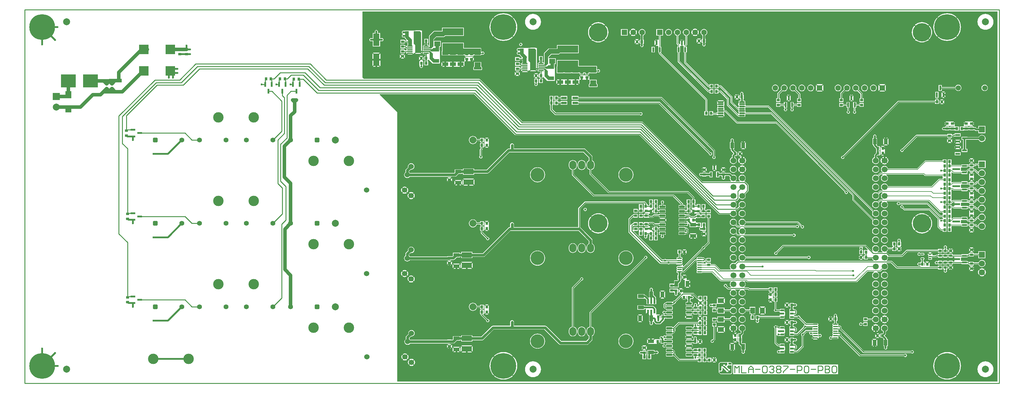
<source format=gtl>
G04 Layer_Physical_Order=1*
G04 Layer_Color=128*
%FSLAX43Y43*%
%MOMM*%
G71*
G01*
G75*
%ADD10R,2.700X2.700*%
%ADD11O,0.800X0.400*%
%ADD12O,1.400X0.350*%
%ADD13R,6.000X2.000*%
%ADD14R,0.600X1.000*%
%ADD15R,1.350X0.600*%
%ADD16R,1.800X1.340*%
%ADD17R,1.800X2.000*%
%ADD18R,0.900X0.800*%
G04:AMPARAMS|DCode=19|XSize=0.45mm|YSize=1.6mm|CornerRadius=0.05mm|HoleSize=0mm|Usage=FLASHONLY|Rotation=90.000|XOffset=0mm|YOffset=0mm|HoleType=Round|Shape=RoundedRectangle|*
%AMROUNDEDRECTD19*
21,1,0.450,1.501,0,0,90.0*
21,1,0.351,1.600,0,0,90.0*
1,1,0.099,0.750,0.175*
1,1,0.099,0.750,-0.175*
1,1,0.099,-0.750,-0.175*
1,1,0.099,-0.750,0.175*
%
%ADD19ROUNDEDRECTD19*%
%ADD20R,4.240X3.810*%
%ADD21R,0.800X0.900*%
%ADD22R,1.800X3.550*%
%ADD23C,2.000*%
G04:AMPARAMS|DCode=24|XSize=0.65mm|YSize=1.65mm|CornerRadius=0.049mm|HoleSize=0mm|Usage=FLASHONLY|Rotation=270.000|XOffset=0mm|YOffset=0mm|HoleType=Round|Shape=RoundedRectangle|*
%AMROUNDEDRECTD24*
21,1,0.650,1.552,0,0,270.0*
21,1,0.552,1.650,0,0,270.0*
1,1,0.098,-0.776,-0.276*
1,1,0.098,-0.776,0.276*
1,1,0.098,0.776,0.276*
1,1,0.098,0.776,-0.276*
%
%ADD24ROUNDEDRECTD24*%
%ADD25R,2.900X1.500*%
%ADD26R,1.700X1.000*%
%ADD27R,1.600X0.800*%
G04:AMPARAMS|DCode=28|XSize=0.3mm|YSize=1.55mm|CornerRadius=0.05mm|HoleSize=0mm|Usage=FLASHONLY|Rotation=90.000|XOffset=0mm|YOffset=0mm|HoleType=Round|Shape=RoundedRectangle|*
%AMROUNDEDRECTD28*
21,1,0.300,1.451,0,0,90.0*
21,1,0.201,1.550,0,0,90.0*
1,1,0.099,0.726,0.101*
1,1,0.099,0.726,-0.101*
1,1,0.099,-0.726,-0.101*
1,1,0.099,-0.726,0.101*
%
%ADD28ROUNDEDRECTD28*%
G04:AMPARAMS|DCode=29|XSize=1.73mm|YSize=1.9mm|CornerRadius=0.052mm|HoleSize=0mm|Usage=FLASHONLY|Rotation=0.000|XOffset=0mm|YOffset=0mm|HoleType=Round|Shape=RoundedRectangle|*
%AMROUNDEDRECTD29*
21,1,1.730,1.796,0,0,0.0*
21,1,1.626,1.900,0,0,0.0*
1,1,0.104,0.813,-0.898*
1,1,0.104,-0.813,-0.898*
1,1,0.104,-0.813,0.898*
1,1,0.104,0.813,0.898*
%
%ADD29ROUNDEDRECTD29*%
%ADD30R,1.000X0.600*%
%ADD31R,0.600X1.350*%
%ADD32R,1.000X1.700*%
%ADD33R,1.340X1.800*%
%ADD34C,0.250*%
%ADD35C,0.200*%
%ADD36C,0.500*%
%ADD37C,0.350*%
%ADD38C,1.000*%
%ADD39C,0.150*%
%ADD40C,0.750*%
%ADD41C,0.400*%
%ADD42C,0.300*%
%ADD43C,0.254*%
%ADD44O,2.000X2.500*%
%ADD45C,3.000*%
%ADD46C,1.600*%
%ADD47R,1.600X1.600*%
%ADD48C,1.500*%
%ADD49C,1.524*%
%ADD50C,7.400*%
%ADD51C,5.300*%
%ADD52C,1.700*%
%ADD53R,1.750X1.750*%
%ADD54C,1.750*%
%ADD55C,4.000*%
%ADD56R,2.000X2.000*%
%ADD57C,1.800*%
%ADD58R,1.800X1.800*%
%ADD59C,1.400*%
G04:AMPARAMS|DCode=60|XSize=1.4mm|YSize=1.4mm|CornerRadius=0.35mm|HoleSize=0mm|Usage=FLASHONLY|Rotation=0.000|XOffset=0mm|YOffset=0mm|HoleType=Round|Shape=RoundedRectangle|*
%AMROUNDEDRECTD60*
21,1,1.400,0.700,0,0,0.0*
21,1,0.700,1.400,0,0,0.0*
1,1,0.700,0.350,-0.350*
1,1,0.700,-0.350,-0.350*
1,1,0.700,-0.350,0.350*
1,1,0.700,0.350,0.350*
%
%ADD60ROUNDEDRECTD60*%
%ADD61C,0.600*%
G36*
X279500Y500D02*
X107000D01*
Y78000D01*
X101942Y83058D01*
X102009Y83220D01*
X129084D01*
X140802Y71502D01*
X140893Y71441D01*
X141000Y71420D01*
X176584D01*
X199342Y48662D01*
X199433Y48601D01*
X199540Y48580D01*
X202594D01*
X202686Y48356D01*
X202847Y48147D01*
X203056Y47986D01*
X203299Y47886D01*
X203560Y47851D01*
X203821Y47886D01*
X204064Y47986D01*
X204273Y48147D01*
X204433Y48356D01*
X204534Y48599D01*
X204569Y48860D01*
X204534Y49121D01*
X204433Y49364D01*
X204273Y49573D01*
X204180Y49645D01*
X204240Y49820D01*
X204800D01*
X204907Y49841D01*
X204998Y49902D01*
X205615Y50518D01*
X205839Y50426D01*
X206100Y50391D01*
X206361Y50426D01*
X206604Y50527D01*
X206813Y50687D01*
X206973Y50896D01*
X207074Y51139D01*
X207109Y51400D01*
X207074Y51661D01*
X206973Y51904D01*
X206813Y52113D01*
X206604Y52273D01*
X206361Y52374D01*
X206100Y52409D01*
X205839Y52374D01*
X205596Y52273D01*
X205387Y52113D01*
X205227Y51904D01*
X205126Y51661D01*
X205091Y51400D01*
X205126Y51139D01*
X205218Y50915D01*
X204684Y50380D01*
X204147D01*
X204141Y50390D01*
X204102Y50555D01*
X204273Y50687D01*
X204433Y50896D01*
X204534Y51139D01*
X204569Y51400D01*
X204534Y51661D01*
X204433Y51904D01*
X204273Y52113D01*
X204102Y52245D01*
X204141Y52410D01*
X204147Y52420D01*
X204400D01*
X204507Y52441D01*
X204598Y52502D01*
X205098Y53002D01*
X205159Y53093D01*
X205180Y53200D01*
Y53208D01*
X205355Y53268D01*
X205387Y53227D01*
X205596Y53067D01*
X205839Y52966D01*
X206100Y52931D01*
X206361Y52966D01*
X206604Y53067D01*
X206813Y53227D01*
X206973Y53436D01*
X207074Y53679D01*
X207109Y53940D01*
X207074Y54201D01*
X206982Y54425D01*
X207798Y55242D01*
X207859Y55333D01*
X207880Y55440D01*
Y57000D01*
X207859Y57107D01*
X207798Y57198D01*
X206998Y57998D01*
X206907Y58059D01*
X206804Y58079D01*
X206796Y58092D01*
X206746Y58255D01*
X206813Y58307D01*
X206973Y58516D01*
X207074Y58759D01*
X207109Y59020D01*
X207074Y59281D01*
X206973Y59524D01*
X206813Y59733D01*
X206604Y59893D01*
X206361Y59994D01*
X206100Y60029D01*
X205839Y59994D01*
X205596Y59893D01*
X205387Y59733D01*
X205227Y59524D01*
X205126Y59281D01*
X205091Y59020D01*
X205126Y58759D01*
X205227Y58516D01*
X205387Y58307D01*
X205454Y58255D01*
X205394Y58080D01*
X204266D01*
X204206Y58255D01*
X204273Y58307D01*
X204433Y58516D01*
X204534Y58759D01*
X204569Y59020D01*
X204534Y59281D01*
X204433Y59524D01*
X204273Y59733D01*
X204064Y59893D01*
X203821Y59994D01*
X203560Y60029D01*
X203299Y59994D01*
X203202Y59954D01*
X202798Y60358D01*
X202666Y60447D01*
X202510Y60478D01*
X202510Y60478D01*
X201330D01*
Y60620D01*
X200130D01*
Y60503D01*
X199530D01*
Y60920D01*
X198630D01*
Y59270D01*
X199530D01*
Y59687D01*
X200130D01*
Y59520D01*
X200322D01*
Y59230D01*
X200306Y59206D01*
X200271Y59030D01*
X200306Y58854D01*
X200406Y58706D01*
X200554Y58606D01*
X200730Y58571D01*
X200906Y58606D01*
X201054Y58706D01*
X201154Y58854D01*
X201189Y59030D01*
X201154Y59206D01*
X201138Y59230D01*
Y59520D01*
X201330D01*
Y59662D01*
X202341D01*
X202626Y59378D01*
X202586Y59281D01*
X202551Y59020D01*
X202586Y58759D01*
X202686Y58516D01*
X202847Y58307D01*
X202914Y58255D01*
X202854Y58080D01*
X194716D01*
X177598Y75198D01*
X177507Y75259D01*
X177400Y75280D01*
X143016D01*
X130798Y87498D01*
X130707Y87559D01*
X130600Y87580D01*
X97420D01*
X97000Y88000D01*
Y107000D01*
X279500D01*
Y500D01*
D02*
G37*
%LPC*%
G36*
X190154Y31024D02*
X189590Y30460D01*
X189500Y30550D01*
X189450Y30500D01*
X189590Y30360D01*
X189026Y29796D01*
X189509D01*
X189646Y29704D01*
X189646Y29621D01*
Y27676D01*
X190310Y28340D01*
X190400Y28250D01*
X190490Y28340D01*
X191154Y27676D01*
Y29524D01*
X190490Y28860D01*
X190310Y29040D01*
X190974Y29704D01*
X190291D01*
X190154Y29796D01*
X190154Y29879D01*
Y31024D01*
D02*
G37*
G36*
X109120Y31390D02*
X108497Y30767D01*
X108608Y30683D01*
X108855Y30580D01*
X109120Y30545D01*
X109385Y30580D01*
X109632Y30683D01*
X109743Y30767D01*
X109120Y31390D01*
D02*
G37*
G36*
X247000Y32089D02*
X246739Y32054D01*
X246496Y31953D01*
X246287Y31793D01*
X246126Y31584D01*
X246026Y31341D01*
X245991Y31080D01*
X246026Y30819D01*
X246126Y30576D01*
X246287Y30367D01*
X246496Y30206D01*
X246739Y30106D01*
X247000Y30071D01*
X247261Y30106D01*
X247504Y30206D01*
X247713Y30367D01*
X247873Y30576D01*
X247974Y30819D01*
X248009Y31080D01*
X247974Y31341D01*
X247873Y31584D01*
X247713Y31793D01*
X247504Y31953D01*
X247261Y32054D01*
X247000Y32089D01*
D02*
G37*
G36*
X111000Y31025D02*
X110735Y30990D01*
X110488Y30887D01*
X110377Y30803D01*
X111000Y30180D01*
X111623Y30803D01*
X111512Y30887D01*
X111265Y30990D01*
X111000Y31025D01*
D02*
G37*
G36*
X109923Y32193D02*
X109300Y31570D01*
X109923Y30947D01*
X110007Y31058D01*
X110110Y31305D01*
X110145Y31570D01*
X110110Y31835D01*
X110007Y32082D01*
X109923Y32193D01*
D02*
G37*
G36*
X108317Y32193D02*
X108233Y32082D01*
X108130Y31835D01*
X108095Y31570D01*
X108130Y31305D01*
X108233Y31058D01*
X108317Y30947D01*
X108940Y31570D01*
X108317Y32193D01*
D02*
G37*
G36*
X189974Y31204D02*
X189026D01*
X189500Y30730D01*
X189974Y31204D01*
D02*
G37*
G36*
X275000Y31740D02*
X274296Y31037D01*
X274431Y30934D01*
X274705Y30820D01*
X275000Y30781D01*
X275295Y30820D01*
X275569Y30934D01*
X275704Y31037D01*
X275000Y31740D01*
D02*
G37*
G36*
X188846Y31024D02*
Y29976D01*
X189370Y30500D01*
X188846Y31024D01*
D02*
G37*
G36*
X244460Y29549D02*
X244199Y29514D01*
X243956Y29413D01*
X243747Y29253D01*
X243587Y29044D01*
X243486Y28801D01*
X243451Y28540D01*
X243486Y28279D01*
X243587Y28036D01*
X243747Y27827D01*
X243956Y27667D01*
X244199Y27566D01*
X244460Y27531D01*
X244721Y27566D01*
X244964Y27667D01*
X245173Y27827D01*
X245333Y28036D01*
X245434Y28279D01*
X245469Y28540D01*
X245434Y28801D01*
X245333Y29044D01*
X245173Y29253D01*
X244964Y29413D01*
X244721Y29514D01*
X244460Y29549D01*
D02*
G37*
G36*
X247000D02*
X246739Y29514D01*
X246496Y29413D01*
X246287Y29253D01*
X246126Y29044D01*
X246026Y28801D01*
X245991Y28540D01*
X246026Y28279D01*
X246126Y28036D01*
X246287Y27827D01*
X246496Y27667D01*
X246739Y27566D01*
X247000Y27531D01*
X247261Y27566D01*
X247504Y27667D01*
X247713Y27827D01*
X247873Y28036D01*
X247974Y28279D01*
X248009Y28540D01*
X247974Y28801D01*
X247873Y29044D01*
X247713Y29253D01*
X247504Y29413D01*
X247261Y29514D01*
X247000Y29549D01*
D02*
G37*
G36*
X188974Y27304D02*
X188026D01*
X188500Y26830D01*
X188974Y27304D01*
D02*
G37*
G36*
X190400Y28070D02*
X189826Y27496D01*
X190974D01*
X190400Y28070D01*
D02*
G37*
G36*
X110197Y30623D02*
X110113Y30512D01*
X110010Y30265D01*
X109975Y30000D01*
X110010Y29735D01*
X110113Y29488D01*
X110197Y29377D01*
X110820Y30000D01*
X110197Y30623D01*
D02*
G37*
G36*
X160000Y30459D02*
X159824Y30424D01*
X159676Y30324D01*
X159576Y30176D01*
X159541Y30000D01*
X159552Y29948D01*
X157252Y27648D01*
X157191Y27557D01*
X157170Y27450D01*
Y16273D01*
X157150Y16270D01*
X156870Y16155D01*
X156630Y15970D01*
X156445Y15730D01*
X156330Y15450D01*
X156290Y15150D01*
Y14650D01*
X156330Y14350D01*
X156445Y14070D01*
X156630Y13830D01*
X156870Y13645D01*
X157150Y13530D01*
X157450Y13490D01*
X157750Y13530D01*
X158030Y13645D01*
X158270Y13830D01*
X158455Y14070D01*
X158570Y14350D01*
X158610Y14650D01*
Y15150D01*
X158570Y15450D01*
X158455Y15730D01*
X158270Y15970D01*
X158030Y16155D01*
X157750Y16270D01*
X157730Y16273D01*
Y27334D01*
X159948Y29552D01*
X160000Y29541D01*
X160176Y29576D01*
X160324Y29676D01*
X160424Y29824D01*
X160459Y30000D01*
X160424Y30176D01*
X160324Y30324D01*
X160176Y30424D01*
X160000Y30459D01*
D02*
G37*
G36*
X111000Y29820D02*
X110377Y29197D01*
X110488Y29113D01*
X110735Y29010D01*
X111000Y28975D01*
X111265Y29010D01*
X111512Y29113D01*
X111623Y29197D01*
X111000Y29820D01*
D02*
G37*
G36*
X111803Y30623D02*
X111180Y30000D01*
X111803Y29377D01*
X111887Y29488D01*
X111990Y29735D01*
X112025Y30000D01*
X111990Y30265D01*
X111887Y30512D01*
X111803Y30623D01*
D02*
G37*
G36*
X128524Y34904D02*
X125476D01*
X126390Y33990D01*
X126300Y33900D01*
X126390Y33810D01*
X125476Y32896D01*
X128524D01*
X127610Y33810D01*
X127700Y33900D01*
X127610Y33990D01*
X128524Y34904D01*
D02*
G37*
G36*
X124924Y34454D02*
X123076D01*
X123740Y33790D01*
X123650Y33700D01*
X123740Y33610D01*
X123076Y32946D01*
X124924D01*
X124260Y33610D01*
X124350Y33700D01*
X124260Y33790D01*
X124924Y34454D01*
D02*
G37*
G36*
X266704Y33774D02*
X266230Y33300D01*
X266704Y32826D01*
Y33774D01*
D02*
G37*
G36*
X265296Y33774D02*
Y32826D01*
X265770Y33300D01*
X265296Y33774D01*
D02*
G37*
G36*
X128704Y34724D02*
X127880Y33900D01*
X128704Y33076D01*
Y34724D01*
D02*
G37*
G36*
X125104Y34274D02*
X124530Y33700D01*
X125104Y33126D01*
Y34274D01*
D02*
G37*
G36*
X272000Y33050D02*
X271950Y33000D01*
X272000Y32950D01*
X272050Y33000D01*
X272000Y33050D01*
D02*
G37*
G36*
X125296Y34724D02*
Y33076D01*
X126120Y33900D01*
X125296Y34724D01*
D02*
G37*
G36*
X266000Y33170D02*
X265476Y32646D01*
X266524D01*
X266000Y33170D01*
D02*
G37*
G36*
X109120Y32595D02*
X108855Y32560D01*
X108608Y32457D01*
X108497Y32373D01*
X109120Y31750D01*
X109743Y32373D01*
X109632Y32457D01*
X109385Y32560D01*
X109120Y32595D01*
D02*
G37*
G36*
X265100Y33850D02*
X263900D01*
Y32750D01*
X264065D01*
X264079Y32734D01*
X264143Y32575D01*
X264076Y32476D01*
X264041Y32300D01*
X264076Y32124D01*
X264176Y31976D01*
X264324Y31876D01*
X264500Y31841D01*
X264676Y31876D01*
X264824Y31976D01*
X264924Y32124D01*
X264959Y32300D01*
X264924Y32476D01*
X264857Y32575D01*
X264921Y32734D01*
X264935Y32750D01*
X265100D01*
Y33850D01*
D02*
G37*
G36*
X274117Y32624D02*
X274014Y32489D01*
X273900Y32215D01*
X273861Y31920D01*
X273900Y31625D01*
X274014Y31351D01*
X274117Y31216D01*
X274820Y31920D01*
X274117Y32624D01*
D02*
G37*
G36*
X275883Y32624D02*
X275180Y31920D01*
X275883Y31216D01*
X275986Y31351D01*
X276100Y31625D01*
X276139Y31920D01*
X276100Y32215D01*
X275986Y32489D01*
X275883Y32624D01*
D02*
G37*
G36*
X271296Y33474D02*
Y32526D01*
X271770Y33000D01*
X271296Y33474D01*
D02*
G37*
G36*
X272704Y33474D02*
X272230Y33000D01*
X272704Y32526D01*
Y33474D01*
D02*
G37*
G36*
X275000Y33059D02*
X274705Y33020D01*
X274431Y32906D01*
X274296Y32803D01*
X275000Y32100D01*
X275704Y32803D01*
X275569Y32906D01*
X275295Y33020D01*
X275000Y33059D01*
D02*
G37*
G36*
X272000Y32870D02*
X271476Y32346D01*
X272524D01*
X272000Y32870D01*
D02*
G37*
G36*
X189154Y27124D02*
X188590Y26560D01*
X188500Y26650D01*
X188450Y26600D01*
X188590Y26460D01*
X188026Y25896D01*
X188571D01*
X188638Y25734D01*
X186652Y23748D01*
X186600Y23759D01*
X186424Y23724D01*
X186276Y23624D01*
X186176Y23476D01*
X186144Y23453D01*
X185978Y23378D01*
X185951Y23384D01*
X184399D01*
X184321Y23368D01*
X184255Y23325D01*
X184212Y23259D01*
X184197Y23185D01*
X184005D01*
X183898Y23164D01*
X183807Y23103D01*
X183602Y22898D01*
X183541Y22807D01*
X183520Y22700D01*
Y21900D01*
X183541Y21793D01*
X183602Y21702D01*
X183867Y21437D01*
X183958Y21376D01*
X184065Y21355D01*
X184197D01*
X184212Y21281D01*
X184255Y21215D01*
X184321Y21172D01*
X184399Y21156D01*
X185951D01*
X186029Y21172D01*
X186095Y21215D01*
X186138Y21281D01*
X186154Y21359D01*
Y21911D01*
X186138Y21989D01*
X186095Y22055D01*
X186029Y22098D01*
X185951Y22114D01*
X184399D01*
X184321Y22098D01*
X184255Y22055D01*
X184255Y22054D01*
X184080Y22108D01*
Y22432D01*
X184255Y22486D01*
X184255Y22485D01*
X184321Y22442D01*
X184399Y22426D01*
X185951D01*
X186029Y22442D01*
X186095Y22485D01*
X186138Y22551D01*
X186152Y22620D01*
X186200D01*
X186307Y22641D01*
X186398Y22702D01*
X186548Y22852D01*
X186600Y22841D01*
X186776Y22876D01*
X186924Y22976D01*
X187024Y23124D01*
X187059Y23300D01*
X187048Y23352D01*
X188584Y24888D01*
X188746Y24821D01*
Y24176D01*
X189310Y24740D01*
X189400Y24650D01*
X189490Y24740D01*
X190054Y24176D01*
Y25245D01*
X190075Y25254D01*
X190083Y25254D01*
X190250Y25139D01*
Y24100D01*
X190392D01*
Y23384D01*
X190049D01*
X189971Y23368D01*
X189905Y23325D01*
X189862Y23259D01*
X189846Y23181D01*
Y22629D01*
X189862Y22551D01*
X189905Y22485D01*
X189971Y22442D01*
X190049Y22426D01*
X191601D01*
X191679Y22442D01*
X191745Y22485D01*
X191788Y22551D01*
X191804Y22629D01*
Y23181D01*
X191788Y23259D01*
X191745Y23325D01*
X191679Y23368D01*
X191601Y23384D01*
X191208D01*
Y24100D01*
X191350D01*
Y24226D01*
X191524Y24276D01*
X191700Y24241D01*
X191876Y24276D01*
X192024Y24376D01*
X192124Y24524D01*
X192159Y24700D01*
X192124Y24876D01*
X192024Y25024D01*
X191876Y25124D01*
X191700Y25159D01*
X191582Y25135D01*
X191408Y25240D01*
X191403Y25275D01*
X191535Y25420D01*
X191984D01*
X193102Y24302D01*
X193193Y24241D01*
X193300Y24220D01*
X193426D01*
X193550Y24096D01*
X193550Y23936D01*
X193525Y23904D01*
X194100Y23330D01*
X194675Y23904D01*
X194650Y23936D01*
X194650Y23979D01*
Y25100D01*
X193550D01*
Y24880D01*
X193375Y24822D01*
X192298Y25898D01*
X192207Y25959D01*
X192100Y25980D01*
X189154D01*
Y27124D01*
D02*
G37*
G36*
X203560Y24469D02*
X203299Y24434D01*
X203056Y24333D01*
X202847Y24173D01*
X202686Y23964D01*
X202586Y23721D01*
X202551Y23460D01*
X202586Y23199D01*
X202686Y22956D01*
X202847Y22747D01*
X203056Y22587D01*
X203299Y22486D01*
X203560Y22451D01*
X203821Y22486D01*
X204064Y22587D01*
X204273Y22747D01*
X204433Y22956D01*
X204534Y23199D01*
X204569Y23460D01*
X204534Y23721D01*
X204433Y23964D01*
X204273Y24173D01*
X204064Y24333D01*
X203821Y24434D01*
X203560Y24469D01*
D02*
G37*
G36*
X206100D02*
X205839Y24434D01*
X205596Y24333D01*
X205387Y24173D01*
X205227Y23964D01*
X205126Y23721D01*
X205091Y23460D01*
X205126Y23199D01*
X205227Y22956D01*
X205387Y22747D01*
X205596Y22587D01*
X205839Y22486D01*
X206100Y22451D01*
X206361Y22486D01*
X206604Y22587D01*
X206813Y22747D01*
X206973Y22956D01*
X207074Y23199D01*
X207109Y23460D01*
X207074Y23721D01*
X206973Y23964D01*
X206813Y24173D01*
X206604Y24333D01*
X206361Y24434D01*
X206100Y24469D01*
D02*
G37*
G36*
X133174Y22704D02*
X132226D01*
X132700Y22230D01*
X133174Y22704D01*
D02*
G37*
G36*
X219000Y22550D02*
X218950Y22500D01*
X219000Y22450D01*
X219050Y22500D01*
X219000Y22550D01*
D02*
G37*
G36*
X194754Y23624D02*
X194230Y23100D01*
X194754Y22576D01*
X194754Y23624D01*
D02*
G37*
G36*
X193446Y23624D02*
X193446Y22576D01*
X193970Y23100D01*
X193446Y23624D01*
D02*
G37*
G36*
X244460Y24469D02*
X244199Y24434D01*
X243956Y24333D01*
X243747Y24173D01*
X243587Y23964D01*
X243486Y23721D01*
X243451Y23460D01*
X243486Y23199D01*
X243587Y22956D01*
X243747Y22747D01*
X243956Y22587D01*
X244199Y22486D01*
X244460Y22451D01*
X244721Y22486D01*
X244964Y22587D01*
X245173Y22747D01*
X245333Y22956D01*
X245434Y23199D01*
X245469Y23460D01*
X245434Y23721D01*
X245333Y23964D01*
X245173Y24173D01*
X244964Y24333D01*
X244721Y24434D01*
X244460Y24469D01*
D02*
G37*
G36*
X247000D02*
X246739Y24434D01*
X246496Y24333D01*
X246287Y24173D01*
X246126Y23964D01*
X246026Y23721D01*
X245991Y23460D01*
X246026Y23199D01*
X246126Y22956D01*
X246287Y22747D01*
X246496Y22587D01*
X246739Y22486D01*
X247000Y22451D01*
X247261Y22486D01*
X247504Y22587D01*
X247713Y22747D01*
X247873Y22956D01*
X247974Y23199D01*
X248009Y23460D01*
X247974Y23721D01*
X247873Y23964D01*
X247713Y24173D01*
X247504Y24333D01*
X247261Y24434D01*
X247000Y24469D01*
D02*
G37*
G36*
X220950Y23100D02*
X219850D01*
Y21900D01*
X219992D01*
Y21400D01*
X219725D01*
Y20500D01*
X219725D01*
Y20450D01*
X219725D01*
Y19675D01*
X219725Y19550D01*
X219725Y19375D01*
Y18600D01*
X221025D01*
Y18770D01*
X221996D01*
X222026Y18726D01*
X222174Y18626D01*
X222350Y18591D01*
X222402Y18602D01*
X224088Y16915D01*
X224031Y16725D01*
X224024Y16724D01*
X223876Y16624D01*
X223776Y16476D01*
X223741Y16300D01*
X223752Y16248D01*
X221834Y14330D01*
X221149D01*
X221025Y14454D01*
Y14596D01*
X221149Y14720D01*
X221300D01*
X221407Y14741D01*
X221498Y14802D01*
X221698Y15002D01*
X221759Y15093D01*
X221780Y15200D01*
Y15700D01*
X221759Y15807D01*
X221698Y15898D01*
X221448Y16148D01*
X221357Y16209D01*
X221250Y16230D01*
X221025D01*
Y16400D01*
X220808D01*
Y16900D01*
X220950D01*
Y17092D01*
X221200D01*
X221224Y17076D01*
X221400Y17041D01*
X221576Y17076D01*
X221724Y17176D01*
X221824Y17324D01*
X221859Y17500D01*
X221824Y17676D01*
X221724Y17824D01*
X221576Y17924D01*
X221400Y17959D01*
X221224Y17924D01*
X221200Y17908D01*
X220950D01*
Y18100D01*
X219850D01*
Y16900D01*
X219992D01*
Y16400D01*
X219725D01*
Y15500D01*
X219725D01*
Y15450D01*
X219725D01*
Y14675D01*
X219725Y14550D01*
X219725Y14375D01*
Y13600D01*
X221025D01*
Y13770D01*
X221950D01*
X222057Y13791D01*
X222148Y13852D01*
X224148Y15852D01*
X224200Y15841D01*
X224376Y15876D01*
X224524Y15976D01*
X224554Y16020D01*
X226262D01*
X226290Y15982D01*
X226339Y15845D01*
X226294Y15777D01*
X226269Y15650D01*
X226294Y15523D01*
X226339Y15455D01*
X226290Y15318D01*
X226262Y15280D01*
X224500D01*
X224393Y15259D01*
X224302Y15198D01*
X223552Y14448D01*
X223500Y14459D01*
X223324Y14424D01*
X223176Y14324D01*
X223076Y14176D01*
X223041Y14000D01*
X223076Y13824D01*
X223176Y13676D01*
X223220Y13646D01*
Y10716D01*
X221834Y9330D01*
X221149D01*
X221025Y9454D01*
Y9596D01*
X221149Y9720D01*
X221300D01*
X221407Y9741D01*
X221498Y9802D01*
X221698Y10002D01*
X221759Y10093D01*
X221780Y10200D01*
Y10700D01*
X221759Y10807D01*
X221698Y10898D01*
X221448Y11148D01*
X221357Y11209D01*
X221250Y11230D01*
X221025D01*
Y11400D01*
X220808D01*
Y11900D01*
X220950D01*
Y12092D01*
X221200D01*
X221224Y12076D01*
X221400Y12041D01*
X221576Y12076D01*
X221724Y12176D01*
X221824Y12324D01*
X221859Y12500D01*
X221824Y12676D01*
X221724Y12824D01*
X221576Y12924D01*
X221400Y12959D01*
X221224Y12924D01*
X221200Y12908D01*
X220950D01*
Y13100D01*
X219850D01*
Y11900D01*
X219992D01*
Y11400D01*
X219725D01*
Y10500D01*
X219725D01*
Y10450D01*
X219725D01*
Y9675D01*
X219725Y9550D01*
X219725Y9375D01*
Y8600D01*
X221025D01*
Y8770D01*
X221950D01*
X222057Y8791D01*
X222148Y8852D01*
X223698Y10402D01*
X223759Y10493D01*
X223780Y10600D01*
Y13646D01*
X223824Y13676D01*
X223924Y13824D01*
X223959Y14000D01*
X223948Y14052D01*
X224616Y14720D01*
X225345D01*
X225439Y14545D01*
X225426Y14526D01*
X225391Y14350D01*
X225426Y14174D01*
X225526Y14026D01*
X225674Y13926D01*
X225850Y13891D01*
X226026Y13926D01*
X226174Y14026D01*
X226241Y13998D01*
X226336Y13954D01*
X226350Y13911D01*
X226294Y13827D01*
X226269Y13700D01*
X226294Y13573D01*
X226366Y13466D01*
X226365Y13465D01*
X226690Y13140D01*
X226600Y13050D01*
X226690Y12960D01*
X226398Y12669D01*
X226433Y12646D01*
X226600Y12613D01*
X227650D01*
X227817Y12646D01*
X227852Y12669D01*
X227560Y12960D01*
X227740Y13140D01*
X228031Y12848D01*
X228054Y12883D01*
X228087Y13050D01*
X228077Y13102D01*
X228192Y13294D01*
X228203Y13300D01*
X228270Y13312D01*
X228324Y13276D01*
X228500Y13241D01*
X228676Y13276D01*
X228824Y13376D01*
X228924Y13524D01*
X228959Y13700D01*
X228924Y13876D01*
X228824Y14024D01*
X228676Y14124D01*
X228500Y14159D01*
X228324Y14124D01*
X228176Y14024D01*
X228153Y13991D01*
X227983Y13988D01*
X227960Y14018D01*
X227911Y14155D01*
X227956Y14223D01*
X227981Y14350D01*
X227956Y14477D01*
X227884Y14584D01*
Y14766D01*
X227956Y14873D01*
X227981Y15000D01*
X227956Y15127D01*
X227884Y15234D01*
Y15416D01*
X227956Y15523D01*
X227981Y15650D01*
X227956Y15777D01*
X227884Y15884D01*
Y16066D01*
X227956Y16173D01*
X227981Y16300D01*
X227956Y16427D01*
X227884Y16534D01*
Y16716D01*
X227956Y16823D01*
X227981Y16950D01*
X227956Y17077D01*
X227884Y17184D01*
X227777Y17256D01*
X227650Y17281D01*
X226600D01*
X226473Y17256D01*
X226435Y17230D01*
X224566D01*
X222798Y18998D01*
X222809Y19050D01*
X222774Y19226D01*
X222674Y19374D01*
X222526Y19474D01*
X222350Y19509D01*
X222174Y19474D01*
X222026Y19374D01*
X221996Y19330D01*
X221149D01*
X221025Y19454D01*
Y19596D01*
X221149Y19720D01*
X221300D01*
X221407Y19741D01*
X221498Y19802D01*
X221698Y20002D01*
X221759Y20093D01*
X221780Y20200D01*
Y20800D01*
X221759Y20907D01*
X221698Y20998D01*
X221548Y21148D01*
X221457Y21209D01*
X221350Y21230D01*
X221025D01*
Y21400D01*
X220808D01*
Y21900D01*
X220950D01*
Y22092D01*
X221200D01*
X221224Y22076D01*
X221400Y22041D01*
X221576Y22076D01*
X221724Y22176D01*
X221824Y22324D01*
X221859Y22500D01*
X221824Y22676D01*
X221724Y22824D01*
X221576Y22924D01*
X221400Y22959D01*
X221224Y22924D01*
X221200Y22908D01*
X220950D01*
Y23100D01*
D02*
G37*
G36*
X209890Y21950D02*
X208250D01*
Y21200D01*
X207066D01*
X206973Y21424D01*
X206813Y21633D01*
X206604Y21793D01*
X206361Y21894D01*
X206100Y21929D01*
X205839Y21894D01*
X205596Y21793D01*
X205387Y21633D01*
X205227Y21424D01*
X205126Y21181D01*
X205091Y20920D01*
X205126Y20659D01*
X205227Y20416D01*
X205387Y20207D01*
X205596Y20046D01*
X205839Y19946D01*
X206100Y19911D01*
X206361Y19946D01*
X206604Y20046D01*
X206813Y20207D01*
X206973Y20416D01*
X207066Y20640D01*
X208250D01*
Y19850D01*
X208790D01*
Y19500D01*
X208550D01*
Y18300D01*
X209650D01*
Y19500D01*
X209350D01*
Y19850D01*
X209890D01*
Y21950D01*
D02*
G37*
G36*
X212674Y22054D02*
X211186D01*
X211930Y21310D01*
X212674Y22054D01*
D02*
G37*
G36*
X185951Y20844D02*
X184399D01*
X184321Y20828D01*
X184255Y20785D01*
X184212Y20719D01*
X184197Y20645D01*
X184019D01*
X183989Y20689D01*
X183841Y20789D01*
X183665Y20824D01*
X183489Y20789D01*
X183341Y20689D01*
X183241Y20541D01*
X183206Y20365D01*
X183241Y20189D01*
X183341Y20041D01*
X183489Y19941D01*
X183665Y19906D01*
X183841Y19941D01*
X183989Y20041D01*
X184019Y20085D01*
X184197D01*
X184212Y20011D01*
X184255Y19945D01*
X184321Y19902D01*
X184399Y19886D01*
X185951D01*
X186029Y19902D01*
X186095Y19945D01*
X186138Y20011D01*
X186154Y20089D01*
Y20641D01*
X186138Y20719D01*
X186095Y20785D01*
X186029Y20828D01*
X185951Y20844D01*
D02*
G37*
G36*
X203560Y21929D02*
X203299Y21894D01*
X203056Y21793D01*
X202847Y21633D01*
X202686Y21424D01*
X202594Y21200D01*
X201050D01*
Y21690D01*
X198950D01*
Y21150D01*
X198700D01*
Y21550D01*
X197500D01*
Y20450D01*
X198700D01*
Y20590D01*
X198950D01*
Y20050D01*
X201050D01*
Y20640D01*
X202594D01*
X202686Y20416D01*
X202847Y20207D01*
X203056Y20046D01*
X203299Y19946D01*
X203560Y19911D01*
X203821Y19946D01*
X204064Y20046D01*
X204273Y20207D01*
X204433Y20416D01*
X204534Y20659D01*
X204569Y20920D01*
X204534Y21181D01*
X204433Y21424D01*
X204273Y21633D01*
X204064Y21793D01*
X203821Y21894D01*
X203560Y21929D01*
D02*
G37*
G36*
X218346Y23024D02*
Y21976D01*
X218870Y22500D01*
X218346Y23024D01*
D02*
G37*
G36*
X219654Y23024D02*
X219130Y22500D01*
X219654Y21976D01*
Y23024D01*
D02*
G37*
G36*
X219000Y22270D02*
X218526Y21796D01*
X219474D01*
X219000Y22270D01*
D02*
G37*
G36*
X192700Y23059D02*
X192524Y23024D01*
X192376Y22924D01*
X192276Y22776D01*
X192241Y22600D01*
X192276Y22424D01*
X192182Y22250D01*
X192100D01*
Y21915D01*
X191803D01*
X191788Y21989D01*
X191745Y22055D01*
X191679Y22098D01*
X191601Y22114D01*
X190049D01*
X189971Y22098D01*
X189905Y22055D01*
X189862Y21989D01*
X189846Y21911D01*
Y21359D01*
X189862Y21281D01*
X189905Y21215D01*
X189971Y21172D01*
X190049Y21156D01*
X191601D01*
X191679Y21172D01*
X191745Y21215D01*
X191788Y21281D01*
X191803Y21355D01*
X192100D01*
Y21150D01*
X193300D01*
Y21420D01*
X193550D01*
Y21100D01*
X194650D01*
X194650Y22264D01*
X194675Y22296D01*
X194100Y22870D01*
X193525Y22296D01*
X193550Y22264D01*
X193550Y22221D01*
Y21980D01*
X193300D01*
Y22250D01*
X193218D01*
X193124Y22424D01*
X193159Y22600D01*
X193124Y22776D01*
X193024Y22924D01*
X192876Y23024D01*
X192700Y23059D01*
D02*
G37*
G36*
X186400Y27250D02*
Y27250D01*
X186396Y27250D01*
X185200D01*
Y26150D01*
X186400D01*
Y26150D01*
X186550Y26090D01*
Y26000D01*
X186692D01*
Y25800D01*
X186676Y25776D01*
X186641Y25600D01*
X186676Y25424D01*
X186776Y25276D01*
X186924Y25176D01*
X187100Y25141D01*
X187276Y25176D01*
X187424Y25276D01*
X187524Y25424D01*
X187559Y25600D01*
X187524Y25776D01*
X187508Y25800D01*
Y26000D01*
X187650D01*
Y27200D01*
X186550D01*
Y27200D01*
X186400Y27250D01*
D02*
G37*
G36*
X214774Y26204D02*
X213826D01*
X214300Y25730D01*
X214774Y26204D01*
D02*
G37*
G36*
X244460Y27009D02*
X244199Y26974D01*
X243956Y26873D01*
X243747Y26713D01*
X243587Y26504D01*
X243486Y26261D01*
X243451Y26000D01*
X243486Y25739D01*
X243587Y25496D01*
X243747Y25287D01*
X243956Y25126D01*
X244199Y25026D01*
X244460Y24991D01*
X244721Y25026D01*
X244964Y25126D01*
X245173Y25287D01*
X245333Y25496D01*
X245434Y25739D01*
X245469Y26000D01*
X245434Y26261D01*
X245333Y26504D01*
X245173Y26713D01*
X244964Y26873D01*
X244721Y26974D01*
X244460Y27009D01*
D02*
G37*
G36*
X247000D02*
X246739Y26974D01*
X246496Y26873D01*
X246287Y26713D01*
X246126Y26504D01*
X246026Y26261D01*
X245991Y26000D01*
X246026Y25739D01*
X246126Y25496D01*
X246287Y25287D01*
X246496Y25126D01*
X246739Y25026D01*
X247000Y24991D01*
X247261Y25026D01*
X247504Y25126D01*
X247713Y25287D01*
X247873Y25496D01*
X247974Y25739D01*
X248009Y26000D01*
X247974Y26261D01*
X247873Y26504D01*
X247713Y26713D01*
X247504Y26873D01*
X247261Y26974D01*
X247000Y27009D01*
D02*
G37*
G36*
X187846Y27124D02*
Y26076D01*
X188370Y26600D01*
X187846Y27124D01*
D02*
G37*
G36*
X194650Y20900D02*
X193550D01*
Y20580D01*
X193300D01*
Y20850D01*
X192100D01*
Y20645D01*
X191803D01*
X191788Y20719D01*
X191745Y20785D01*
X191679Y20828D01*
X191601Y20844D01*
X190049D01*
X189971Y20828D01*
X189905Y20785D01*
X189862Y20719D01*
X189846Y20641D01*
Y20089D01*
X189862Y20011D01*
X189905Y19945D01*
X189971Y19902D01*
X190049Y19886D01*
X191601D01*
X191679Y19902D01*
X191745Y19945D01*
X191788Y20011D01*
X191803Y20085D01*
X192100D01*
Y19750D01*
X193300D01*
Y20020D01*
X193550D01*
Y19700D01*
X194650D01*
Y20900D01*
D02*
G37*
G36*
X183954Y26424D02*
X183290Y25760D01*
X183200Y25850D01*
X183110Y25760D01*
X182446Y26424D01*
Y24576D01*
X183110Y25240D01*
X183200Y25150D01*
X183290Y25240D01*
X183954Y24576D01*
Y26424D01*
D02*
G37*
G36*
X183774Y26604D02*
X182626D01*
X183200Y26030D01*
X183774Y26604D01*
D02*
G37*
G36*
X180000Y27459D02*
X179824Y27424D01*
X179676Y27324D01*
X179576Y27176D01*
X179541Y27000D01*
X179576Y26824D01*
X179592Y26800D01*
Y26500D01*
X179350D01*
Y24674D01*
X179175Y24602D01*
X178488Y25288D01*
X178356Y25377D01*
X178200Y25408D01*
X178200Y25408D01*
X178000D01*
Y25650D01*
X176000D01*
Y24350D01*
X178000D01*
Y24376D01*
X178175Y24448D01*
X178600Y24023D01*
Y22725D01*
X179375D01*
X179500Y22725D01*
X179675Y22725D01*
X180450D01*
Y22725D01*
X180500D01*
Y22725D01*
X181400D01*
Y24025D01*
X181358D01*
Y24550D01*
X181358Y24550D01*
X181327Y24706D01*
X181238Y24838D01*
X180650Y25427D01*
Y26500D01*
X180408D01*
Y26800D01*
X180424Y26824D01*
X180459Y27000D01*
X180424Y27176D01*
X180324Y27324D01*
X180176Y27424D01*
X180000Y27459D01*
D02*
G37*
G36*
X194100Y23150D02*
X194050Y23100D01*
X194100Y23050D01*
X194150Y23100D01*
X194100Y23150D01*
D02*
G37*
G36*
X214300Y23770D02*
X213826Y23296D01*
X214774D01*
X214300Y23770D01*
D02*
G37*
G36*
X219474Y23204D02*
X218526D01*
X219000Y22730D01*
X219474Y23204D01*
D02*
G37*
G36*
X201154Y24474D02*
X200410Y23730D01*
X201154Y22986D01*
Y24474D01*
D02*
G37*
G36*
X189400Y24470D02*
X188926Y23996D01*
X189874D01*
X189400Y24470D01*
D02*
G37*
G36*
X183200Y24970D02*
X182626Y24396D01*
X183774D01*
X183200Y24970D01*
D02*
G37*
G36*
X213646Y26024D02*
Y24879D01*
X213646Y24750D01*
X213646Y24621D01*
Y23476D01*
X214210Y24040D01*
X214300Y23950D01*
X214390Y24040D01*
X214954Y23476D01*
Y24621D01*
X214954Y24750D01*
X214954Y24879D01*
Y26024D01*
X214390Y25460D01*
X214300Y25550D01*
X214210Y25460D01*
X213646Y26024D01*
D02*
G37*
G36*
X200974Y24654D02*
X199026D01*
X199860Y23820D01*
X199680Y23640D01*
X198846Y24474D01*
Y23020D01*
X198700Y22950D01*
X198671Y22950D01*
X197500D01*
Y22884D01*
X197325Y22791D01*
X197276Y22824D01*
X197100Y22859D01*
X196924Y22824D01*
X196776Y22724D01*
X196676Y22576D01*
X196641Y22400D01*
X196676Y22224D01*
X196776Y22076D01*
X196924Y21976D01*
X197100Y21941D01*
X197276Y21976D01*
X197325Y22009D01*
X197500Y21916D01*
Y21850D01*
X198700D01*
Y22736D01*
X198846Y22806D01*
X198875Y22806D01*
X200974D01*
X200140Y23640D01*
X200230Y23730D01*
X200140Y23820D01*
X200974Y24654D01*
D02*
G37*
G36*
X122896Y34274D02*
Y33126D01*
X123470Y33700D01*
X122896Y34274D01*
D02*
G37*
G36*
X203560Y42249D02*
X203299Y42214D01*
X203056Y42113D01*
X202847Y41953D01*
X202686Y41744D01*
X202586Y41501D01*
X202551Y41240D01*
X202586Y40979D01*
X202686Y40736D01*
X202847Y40527D01*
X203056Y40367D01*
X203299Y40266D01*
X203560Y40231D01*
X203821Y40266D01*
X204064Y40367D01*
X204273Y40527D01*
X204433Y40736D01*
X204534Y40979D01*
X204569Y41240D01*
X204534Y41501D01*
X204433Y41744D01*
X204273Y41953D01*
X204064Y42113D01*
X203821Y42214D01*
X203560Y42249D01*
D02*
G37*
G36*
X244460D02*
X244199Y42214D01*
X243956Y42113D01*
X243747Y41953D01*
X243587Y41744D01*
X243486Y41501D01*
X243451Y41240D01*
X243486Y40979D01*
X243587Y40736D01*
X243747Y40527D01*
X243956Y40367D01*
X244199Y40266D01*
X244460Y40231D01*
X244721Y40266D01*
X244964Y40367D01*
X245173Y40527D01*
X245333Y40736D01*
X245434Y40979D01*
X245469Y41240D01*
X245434Y41501D01*
X245333Y41744D01*
X245173Y41953D01*
X244964Y42113D01*
X244721Y42214D01*
X244460Y42249D01*
D02*
G37*
G36*
X251200Y38750D02*
X251150Y38700D01*
X251200Y38650D01*
X251250Y38700D01*
X251200Y38750D01*
D02*
G37*
G36*
Y41559D02*
X251024Y41524D01*
X250876Y41424D01*
X250776Y41276D01*
X250741Y41100D01*
X250776Y40924D01*
X250809Y40875D01*
X250716Y40700D01*
X250650D01*
X250650Y39536D01*
X250625Y39504D01*
X251200Y38930D01*
X251775Y39504D01*
X251750Y39536D01*
X251750Y39579D01*
Y40700D01*
X251684D01*
X251591Y40875D01*
X251624Y40924D01*
X251659Y41100D01*
X251624Y41276D01*
X251524Y41424D01*
X251376Y41524D01*
X251200Y41559D01*
D02*
G37*
G36*
X192924Y43154D02*
X191076D01*
X191740Y42490D01*
X191650Y42400D01*
X191740Y42310D01*
X191076Y41646D01*
X192924D01*
X192260Y42310D01*
X192350Y42400D01*
X192260Y42490D01*
X192924Y43154D01*
D02*
G37*
G36*
X183951Y43669D02*
X182399D01*
X182321Y43653D01*
X182255Y43610D01*
X182212Y43544D01*
X182196Y43466D01*
Y42914D01*
X182212Y42836D01*
X182255Y42770D01*
X182321Y42727D01*
X182399Y42711D01*
X182778D01*
X182826Y42603D01*
X182842Y42536D01*
X182751Y42401D01*
X182716Y42225D01*
X182751Y42049D01*
X182851Y41901D01*
X182999Y41801D01*
X183175Y41766D01*
X183351Y41801D01*
X183499Y41901D01*
X183599Y42049D01*
X183634Y42225D01*
X183599Y42401D01*
X183508Y42536D01*
X183524Y42603D01*
X183572Y42711D01*
X183951D01*
X184029Y42727D01*
X184095Y42770D01*
X184138Y42836D01*
X184154Y42914D01*
Y43466D01*
X184138Y43544D01*
X184095Y43610D01*
X184029Y43653D01*
X183951Y43669D01*
D02*
G37*
G36*
X247000Y42249D02*
X246739Y42214D01*
X246496Y42113D01*
X246287Y41953D01*
X246126Y41744D01*
X246026Y41501D01*
X245991Y41240D01*
X246026Y40979D01*
X246126Y40736D01*
X246287Y40527D01*
X246496Y40367D01*
X246739Y40266D01*
X247000Y40231D01*
X247261Y40266D01*
X247504Y40367D01*
X247713Y40527D01*
X247873Y40736D01*
X247974Y40979D01*
X248009Y41240D01*
X247974Y41501D01*
X247873Y41744D01*
X247713Y41953D01*
X247504Y42113D01*
X247261Y42214D01*
X247000Y42249D01*
D02*
G37*
G36*
X128750Y47160D02*
X128450Y47120D01*
X128170Y47005D01*
X127930Y46820D01*
X127745Y46580D01*
X127630Y46300D01*
X127590Y46000D01*
X127630Y45700D01*
X127745Y45420D01*
X127930Y45180D01*
X128170Y44995D01*
X128450Y44880D01*
X128750Y44840D01*
X129050Y44880D01*
X129330Y44995D01*
X129570Y45180D01*
X129755Y45420D01*
X129870Y45700D01*
X129873Y45720D01*
X130750D01*
Y45400D01*
X131020D01*
Y45100D01*
X130750D01*
Y43900D01*
X131020D01*
Y43300D01*
X131041Y43193D01*
X131102Y43102D01*
X132552Y41652D01*
X132541Y41600D01*
X132576Y41424D01*
X132676Y41276D01*
X132824Y41176D01*
X133000Y41141D01*
X133176Y41176D01*
X133324Y41276D01*
X133424Y41424D01*
X133459Y41600D01*
X133424Y41776D01*
X133324Y41924D01*
X133176Y42024D01*
X133000Y42059D01*
X132948Y42048D01*
X131580Y43416D01*
Y43900D01*
X131850D01*
Y45100D01*
X131580D01*
Y45400D01*
X131850D01*
Y46600D01*
X130750D01*
Y46280D01*
X129873D01*
X129870Y46300D01*
X129755Y46580D01*
X129570Y46820D01*
X129330Y47005D01*
X129050Y47120D01*
X128750Y47160D01*
D02*
G37*
G36*
X272524Y39054D02*
X271476D01*
X272000Y38530D01*
X272524Y39054D01*
D02*
G37*
G36*
X189974Y38504D02*
X189026D01*
X189500Y38030D01*
X189974Y38504D01*
D02*
G37*
G36*
X266000Y38150D02*
X265950Y38100D01*
X266000Y38050D01*
X266050Y38100D01*
X266000Y38150D01*
D02*
G37*
G36*
X272704Y38874D02*
X272230Y38400D01*
X272704Y37926D01*
Y38874D01*
D02*
G37*
G36*
X251200Y38470D02*
X250726Y37996D01*
X251674D01*
X251200Y38470D01*
D02*
G37*
G36*
X266524Y38754D02*
X265476D01*
X266000Y38230D01*
X266524Y38754D01*
D02*
G37*
G36*
X272000Y38450D02*
X271950Y38400D01*
X272000Y38350D01*
X272050Y38400D01*
X272000Y38450D01*
D02*
G37*
G36*
X250546Y39224D02*
Y38176D01*
X251070Y38700D01*
X250546Y39224D01*
D02*
G37*
G36*
X251854D02*
X251330Y38700D01*
X251854Y38176D01*
X251854Y39224D01*
D02*
G37*
G36*
X272000Y43970D02*
X271476Y43446D01*
X272524D01*
X272000Y43970D01*
D02*
G37*
G36*
X189601Y44939D02*
X188049D01*
X187971Y44923D01*
X187905Y44880D01*
X187862Y44814D01*
X187846Y44736D01*
Y44184D01*
X187862Y44106D01*
X187905Y44040D01*
X187971Y43997D01*
X188049Y43981D01*
X189601D01*
X189679Y43997D01*
X189745Y44040D01*
X189788Y44106D01*
X189803Y44180D01*
X190024D01*
X190120Y44084D01*
Y43516D01*
X190074Y43470D01*
X189803D01*
X189788Y43544D01*
X189745Y43610D01*
X189679Y43653D01*
X189601Y43669D01*
X188049D01*
X187971Y43653D01*
X187905Y43610D01*
X187862Y43544D01*
X187846Y43466D01*
Y42914D01*
X187862Y42836D01*
X187905Y42770D01*
X187971Y42727D01*
X188049Y42711D01*
X189601D01*
X189679Y42727D01*
X189745Y42770D01*
X189788Y42836D01*
X189803Y42910D01*
X190190D01*
X190297Y42931D01*
X190388Y42992D01*
X190598Y43202D01*
X190659Y43293D01*
X190680Y43400D01*
Y44200D01*
X190659Y44307D01*
X190598Y44398D01*
X190338Y44658D01*
X190247Y44719D01*
X190140Y44740D01*
X189803D01*
X189788Y44814D01*
X189745Y44880D01*
X189679Y44923D01*
X189601Y44939D01*
D02*
G37*
G36*
X257770Y45820D02*
X255807Y43857D01*
X256058Y43643D01*
X256448Y43405D01*
X256870Y43230D01*
X257314Y43123D01*
X257770Y43087D01*
X258226Y43123D01*
X258670Y43230D01*
X259092Y43405D01*
X259482Y43643D01*
X259733Y43857D01*
X257770Y45820D01*
D02*
G37*
G36*
X195624Y43654D02*
X194576D01*
X195100Y43130D01*
X195624Y43654D01*
D02*
G37*
G36*
X132700Y44270D02*
X132226Y43796D01*
X133174D01*
X132700Y44270D01*
D02*
G37*
G36*
X132046Y46524D02*
Y45379D01*
X132046Y45296D01*
X132046Y45121D01*
Y43976D01*
X132610Y44540D01*
X132700Y44450D01*
X132790Y44540D01*
X133354Y43976D01*
Y45121D01*
X133354Y45204D01*
X133354Y45379D01*
Y46524D01*
X132790Y45960D01*
X132700Y46050D01*
X132610Y45960D01*
X132046Y46524D01*
D02*
G37*
G36*
X271296Y44574D02*
Y43626D01*
X271770Y44100D01*
X271296Y44574D01*
D02*
G37*
G36*
X272704Y44574D02*
X272230Y44100D01*
X272704Y43626D01*
Y44574D01*
D02*
G37*
G36*
X164750Y45820D02*
X162787Y43857D01*
X163038Y43643D01*
X163428Y43405D01*
X163850Y43230D01*
X164294Y43123D01*
X164750Y43087D01*
X165206Y43123D01*
X165650Y43230D01*
X166072Y43405D01*
X166462Y43643D01*
X166713Y43857D01*
X164750Y45820D01*
D02*
G37*
G36*
X195100Y42870D02*
X194576Y42346D01*
X195624D01*
X195100Y42870D01*
D02*
G37*
G36*
X194396Y43474D02*
Y42526D01*
X194870Y43000D01*
X194396Y43474D01*
D02*
G37*
G36*
X190896Y42974D02*
Y41826D01*
X191470Y42400D01*
X190896Y42974D01*
D02*
G37*
G36*
X193104Y42974D02*
X192530Y42400D01*
X193104Y41826D01*
Y42974D01*
D02*
G37*
G36*
X247000Y44789D02*
X246739Y44754D01*
X246496Y44653D01*
X246287Y44493D01*
X246126Y44284D01*
X246026Y44041D01*
X245991Y43780D01*
X246026Y43519D01*
X246126Y43276D01*
X246287Y43067D01*
X246496Y42907D01*
X246739Y42806D01*
X247000Y42771D01*
X247261Y42806D01*
X247504Y42907D01*
X247713Y43067D01*
X247873Y43276D01*
X247974Y43519D01*
X248009Y43780D01*
X247974Y44041D01*
X247873Y44284D01*
X247713Y44493D01*
X247504Y44653D01*
X247261Y44754D01*
X247000Y44789D01*
D02*
G37*
G36*
X195100Y43050D02*
X195050Y43000D01*
X195100Y42950D01*
X195150Y43000D01*
X195100Y43050D01*
D02*
G37*
G36*
X195804Y43474D02*
X195330Y43000D01*
X195804Y42526D01*
Y43474D01*
D02*
G37*
G36*
X244460Y44789D02*
X244199Y44754D01*
X243956Y44653D01*
X243747Y44493D01*
X243587Y44284D01*
X243486Y44041D01*
X243451Y43780D01*
X243486Y43519D01*
X243587Y43276D01*
X243747Y43067D01*
X243956Y42907D01*
X244199Y42806D01*
X244460Y42771D01*
X244721Y42806D01*
X244964Y42907D01*
X245173Y43067D01*
X245333Y43276D01*
X245434Y43519D01*
X245469Y43780D01*
X245434Y44041D01*
X245333Y44284D01*
X245173Y44493D01*
X244964Y44653D01*
X244721Y44754D01*
X244460Y44789D01*
D02*
G37*
G36*
X271296Y38874D02*
Y37926D01*
X271770Y38400D01*
X271296Y38874D01*
D02*
G37*
G36*
X203560Y37169D02*
X203299Y37134D01*
X203056Y37033D01*
X202847Y36873D01*
X202686Y36664D01*
X202586Y36421D01*
X202551Y36160D01*
X202586Y35899D01*
X202686Y35656D01*
X202847Y35447D01*
X203056Y35286D01*
X203299Y35186D01*
X203560Y35151D01*
X203821Y35186D01*
X204064Y35286D01*
X204273Y35447D01*
X204433Y35656D01*
X204534Y35899D01*
X204569Y36160D01*
X204534Y36421D01*
X204433Y36664D01*
X204273Y36873D01*
X204064Y37033D01*
X203821Y37134D01*
X203560Y37169D01*
D02*
G37*
G36*
X240300Y35970D02*
X239826Y35496D01*
X240774D01*
X240300Y35970D01*
D02*
G37*
G36*
X122000Y34650D02*
X121950Y34600D01*
X122000Y34550D01*
X122050Y34600D01*
X122000Y34650D01*
D02*
G37*
G36*
X122524Y35254D02*
X121476D01*
X122000Y34730D01*
X122524Y35254D01*
D02*
G37*
G36*
X178400Y36659D02*
X178224Y36624D01*
X178076Y36524D01*
X177976Y36376D01*
X177941Y36200D01*
X177952Y36148D01*
X162352Y20548D01*
X162291Y20457D01*
X162270Y20350D01*
Y16273D01*
X162250Y16270D01*
X161970Y16155D01*
X161730Y15970D01*
X161545Y15730D01*
X161430Y15450D01*
X161390Y15150D01*
Y14650D01*
X161430Y14350D01*
X161545Y14070D01*
X161730Y13830D01*
X161970Y13645D01*
X162015Y13627D01*
Y12872D01*
X161278Y12135D01*
X154122D01*
X149878Y16378D01*
X149705Y16495D01*
X149500Y16535D01*
X140535D01*
Y17600D01*
X140495Y17805D01*
X140378Y17979D01*
X140205Y18095D01*
X140000Y18135D01*
X139795Y18095D01*
X139622Y17979D01*
X139505Y17805D01*
X139465Y17600D01*
Y16535D01*
X134500D01*
X134295Y16495D01*
X134122Y16378D01*
X131178Y13435D01*
X128600D01*
Y13800D01*
X125400D01*
Y13435D01*
X125000D01*
Y13550D01*
X123000D01*
Y12657D01*
X122878Y12535D01*
X122600D01*
Y12550D01*
X121400D01*
Y12505D01*
X110719D01*
X110630Y12620D01*
X110515Y12709D01*
Y13038D01*
X110956Y13479D01*
X111100Y13460D01*
X111338Y13491D01*
X111560Y13583D01*
X111750Y13730D01*
X111897Y13920D01*
X111989Y14142D01*
X112020Y14380D01*
X111989Y14618D01*
X111897Y14840D01*
X111750Y15030D01*
X111560Y15177D01*
X111338Y15269D01*
X111100Y15300D01*
X110862Y15269D01*
X110640Y15177D01*
X110450Y15030D01*
X110303Y14840D01*
X110211Y14618D01*
X110180Y14380D01*
X110199Y14236D01*
X109601Y13639D01*
X109485Y13465D01*
X109445Y13260D01*
Y12709D01*
X109330Y12620D01*
X109183Y12430D01*
X109091Y12208D01*
X109060Y11970D01*
X109091Y11732D01*
X109183Y11510D01*
X109330Y11320D01*
X109520Y11173D01*
X109742Y11081D01*
X109980Y11050D01*
X110218Y11081D01*
X110440Y11173D01*
X110630Y11320D01*
X110719Y11435D01*
X121970D01*
X122047Y11450D01*
X122600D01*
Y11465D01*
X123100D01*
X123305Y11505D01*
X123479Y11622D01*
X124107Y12250D01*
X125000D01*
Y12365D01*
X125400D01*
Y12000D01*
X128600D01*
Y12365D01*
X131400D01*
X131605Y12405D01*
X131779Y12521D01*
X134722Y15465D01*
X149278D01*
X153521Y11222D01*
X153695Y11105D01*
X153900Y11065D01*
X161500D01*
X161705Y11105D01*
X161878Y11222D01*
X162929Y12271D01*
X163045Y12445D01*
X163085Y12650D01*
Y13627D01*
X163130Y13645D01*
X163370Y13830D01*
X163555Y14070D01*
X163670Y14350D01*
X163710Y14650D01*
Y15150D01*
X163670Y15450D01*
X163555Y15730D01*
X163370Y15970D01*
X163130Y16155D01*
X162850Y16270D01*
X162830Y16273D01*
Y20234D01*
X178348Y35752D01*
X178400Y35741D01*
X178576Y35776D01*
X178724Y35876D01*
X178824Y36024D01*
X178859Y36200D01*
X178824Y36376D01*
X178724Y36524D01*
X178576Y36624D01*
X178400Y36659D01*
D02*
G37*
G36*
X240300Y36250D02*
X240250Y36200D01*
X240300Y36150D01*
X240350Y36200D01*
X240300Y36250D01*
D02*
G37*
G36*
X240954Y36724D02*
X240430Y36200D01*
X240954Y35676D01*
Y36724D01*
D02*
G37*
G36*
X239646Y36724D02*
Y35676D01*
X240170Y36200D01*
X239646Y36724D01*
D02*
G37*
G36*
X259774Y35004D02*
X258826D01*
X259300Y34530D01*
X259774Y35004D01*
D02*
G37*
G36*
X266524Y33954D02*
X265476D01*
X266000Y33430D01*
X266524Y33954D01*
D02*
G37*
G36*
X147300Y38160D02*
X146879Y38119D01*
X146473Y37996D01*
X146100Y37796D01*
X145772Y37528D01*
X145504Y37200D01*
X145304Y36827D01*
X145181Y36421D01*
X145140Y36000D01*
X145181Y35579D01*
X145304Y35173D01*
X145504Y34800D01*
X145772Y34472D01*
X146100Y34204D01*
X146473Y34004D01*
X146879Y33881D01*
X147300Y33840D01*
X147721Y33881D01*
X148127Y34004D01*
X148500Y34204D01*
X148828Y34472D01*
X149096Y34800D01*
X149296Y35173D01*
X149419Y35579D01*
X149460Y36000D01*
X149419Y36421D01*
X149296Y36827D01*
X149096Y37200D01*
X148828Y37528D01*
X148500Y37796D01*
X148127Y37996D01*
X147721Y38119D01*
X147300Y38160D01*
D02*
G37*
G36*
X272524Y33654D02*
X271476D01*
X272000Y33130D01*
X272524Y33654D01*
D02*
G37*
G36*
X266000Y33350D02*
X265950Y33300D01*
X266000Y33250D01*
X266050Y33300D01*
X266000Y33350D01*
D02*
G37*
G36*
X122704Y35074D02*
X122230Y34600D01*
X122704Y34126D01*
Y35074D01*
D02*
G37*
G36*
X121296Y35074D02*
Y34126D01*
X121770Y34600D01*
X121296Y35074D01*
D02*
G37*
G36*
X172700Y38160D02*
X172279Y38119D01*
X171873Y37996D01*
X171500Y37796D01*
X171172Y37528D01*
X170904Y37200D01*
X170704Y36827D01*
X170581Y36421D01*
X170540Y36000D01*
X170581Y35579D01*
X170704Y35173D01*
X170904Y34800D01*
X171172Y34472D01*
X171500Y34204D01*
X171873Y34004D01*
X172279Y33881D01*
X172700Y33840D01*
X173121Y33881D01*
X173527Y34004D01*
X173900Y34204D01*
X174228Y34472D01*
X174496Y34800D01*
X174696Y35173D01*
X174819Y35579D01*
X174860Y36000D01*
X174819Y36421D01*
X174696Y36827D01*
X174496Y37200D01*
X174228Y37528D01*
X173900Y37796D01*
X173527Y37996D01*
X173121Y38119D01*
X172700Y38160D01*
D02*
G37*
G36*
X122000Y34470D02*
X121476Y33946D01*
X122524D01*
X122000Y34470D01*
D02*
G37*
G36*
X265296Y38574D02*
Y37626D01*
X265770Y38100D01*
X265296Y38574D01*
D02*
G37*
G36*
X266704Y38574D02*
X266230Y38100D01*
X266704Y37626D01*
Y38574D01*
D02*
G37*
G36*
X176100Y48750D02*
X174900D01*
Y48480D01*
X174700D01*
X174593Y48459D01*
X174502Y48398D01*
X173502Y47398D01*
X173441Y47307D01*
X173420Y47200D01*
Y43600D01*
X173441Y43493D01*
X173502Y43402D01*
X182452Y34452D01*
X182543Y34391D01*
X182650Y34370D01*
X184646D01*
X184676Y34326D01*
X184824Y34226D01*
X185000Y34191D01*
X185176Y34226D01*
X185324Y34326D01*
X185354Y34370D01*
X187121D01*
X187214Y34195D01*
X187196Y34167D01*
X187163Y34000D01*
X187196Y33833D01*
X187219Y33798D01*
X187510Y34090D01*
X187690Y33910D01*
X187365Y33585D01*
X187366Y33584D01*
X187294Y33477D01*
X187269Y33350D01*
X187294Y33223D01*
X187366Y33116D01*
Y32934D01*
X187294Y32827D01*
X187269Y32700D01*
X187294Y32573D01*
X187366Y32466D01*
Y32284D01*
X187294Y32177D01*
X187269Y32050D01*
X187294Y31923D01*
X187366Y31816D01*
X187473Y31744D01*
X187600Y31719D01*
X187692D01*
Y31100D01*
X187550D01*
Y29900D01*
X187692D01*
Y29669D01*
X187623Y29600D01*
X186550D01*
Y28710D01*
X186400Y28650D01*
Y28650D01*
X185200D01*
Y27550D01*
X186396D01*
X186400Y27550D01*
Y27550D01*
X186550Y27600D01*
X186550Y27600D01*
X187850D01*
Y28673D01*
X188388Y29212D01*
X188388Y29212D01*
X188477Y29344D01*
X188508Y29500D01*
Y29900D01*
X188650D01*
Y31100D01*
X188508D01*
Y31719D01*
X188650D01*
X188777Y31744D01*
X188815Y31770D01*
X189350D01*
X189457Y31791D01*
X189548Y31852D01*
X192716Y35020D01*
X193012D01*
X193040Y34982D01*
X193089Y34845D01*
X193044Y34777D01*
X193019Y34650D01*
X193044Y34523D01*
X193116Y34416D01*
Y34234D01*
X193044Y34127D01*
X193019Y34000D01*
X193044Y33873D01*
X193116Y33766D01*
Y33584D01*
X193044Y33477D01*
X193019Y33350D01*
X193044Y33223D01*
X193116Y33116D01*
Y32934D01*
X193044Y32827D01*
X193019Y32700D01*
X193044Y32573D01*
X193116Y32466D01*
Y32284D01*
X193044Y32177D01*
X193019Y32050D01*
X193044Y31923D01*
X193116Y31816D01*
X193223Y31744D01*
X193350Y31719D01*
X194400D01*
X194527Y31744D01*
X194634Y31816D01*
X194638Y31821D01*
X197455D01*
X199823Y29453D01*
X199897Y29403D01*
X199985Y29386D01*
X202753D01*
X202814Y29211D01*
X202686Y29044D01*
X202586Y28801D01*
X202551Y28540D01*
X202586Y28279D01*
X202686Y28036D01*
X202847Y27827D01*
X202940Y27755D01*
X202880Y27580D01*
X202216D01*
X201748Y28048D01*
X201759Y28100D01*
X201724Y28276D01*
X201624Y28424D01*
X201476Y28524D01*
X201300Y28559D01*
X201124Y28524D01*
X200976Y28424D01*
X200876Y28276D01*
X200841Y28100D01*
X200876Y27924D01*
X200976Y27776D01*
X201124Y27676D01*
X201300Y27641D01*
X201352Y27652D01*
X201902Y27102D01*
X201993Y27041D01*
X202100Y27020D01*
X202973D01*
X202979Y27010D01*
X203018Y26845D01*
X202847Y26713D01*
X202686Y26504D01*
X202586Y26261D01*
X202551Y26000D01*
X202586Y25739D01*
X202686Y25496D01*
X202847Y25287D01*
X203056Y25126D01*
X203299Y25026D01*
X203560Y24991D01*
X203821Y25026D01*
X204064Y25126D01*
X204273Y25287D01*
X204433Y25496D01*
X204534Y25739D01*
X204569Y26000D01*
X204534Y26261D01*
X204433Y26504D01*
X204273Y26713D01*
X204102Y26845D01*
X204141Y27010D01*
X204147Y27020D01*
X205513D01*
X205519Y27010D01*
X205558Y26845D01*
X205387Y26713D01*
X205227Y26504D01*
X205126Y26261D01*
X205091Y26000D01*
X205126Y25739D01*
X205227Y25496D01*
X205387Y25287D01*
X205596Y25126D01*
X205839Y25026D01*
X206100Y24991D01*
X206361Y25026D01*
X206604Y25126D01*
X206813Y25287D01*
X206973Y25496D01*
X207074Y25739D01*
X207109Y26000D01*
X207074Y26261D01*
X206973Y26504D01*
X206813Y26713D01*
X206642Y26845D01*
X206681Y27010D01*
X206687Y27020D01*
X207684D01*
X207902Y26802D01*
X207993Y26741D01*
X208100Y26720D01*
X213750D01*
Y26400D01*
X214850D01*
Y27600D01*
X213750D01*
Y27280D01*
X208216D01*
X207998Y27498D01*
X207907Y27559D01*
X207800Y27580D01*
X206780D01*
X206720Y27755D01*
X206813Y27827D01*
X206973Y28036D01*
X207074Y28279D01*
X207109Y28540D01*
X207074Y28801D01*
X206973Y29044D01*
X206846Y29211D01*
X206907Y29386D01*
X207290D01*
X207538Y29138D01*
X207612Y29088D01*
X207700Y29071D01*
X238900D01*
X238988Y29088D01*
X239062Y29138D01*
X242095Y32171D01*
X244023D01*
X244057Y31996D01*
X243956Y31953D01*
X243747Y31793D01*
X243587Y31584D01*
X243486Y31341D01*
X243451Y31080D01*
X243486Y30819D01*
X243587Y30576D01*
X243747Y30367D01*
X243956Y30206D01*
X244199Y30106D01*
X244460Y30071D01*
X244721Y30106D01*
X244964Y30206D01*
X245173Y30367D01*
X245333Y30576D01*
X245434Y30819D01*
X245469Y31080D01*
X245434Y31341D01*
X245333Y31584D01*
X245173Y31793D01*
X244964Y31953D01*
X244863Y31996D01*
X244897Y32171D01*
X245780D01*
X245868Y32188D01*
X245942Y32238D01*
X246470Y32766D01*
X246496Y32746D01*
X246739Y32646D01*
X247000Y32611D01*
X247261Y32646D01*
X247504Y32746D01*
X247713Y32907D01*
X247873Y33116D01*
X247974Y33359D01*
X248009Y33620D01*
X247974Y33881D01*
X247873Y34124D01*
X247713Y34333D01*
X247568Y34445D01*
X247627Y34620D01*
X248884D01*
X250402Y33102D01*
X250493Y33041D01*
X250600Y33020D01*
X262400D01*
Y32750D01*
X263600D01*
Y33850D01*
X262400D01*
Y33580D01*
X260123D01*
X259954Y33596D01*
X259954Y33755D01*
Y34824D01*
X259390Y34260D01*
X259300Y34350D01*
X259210Y34260D01*
X258646Y34824D01*
X258646Y33755D01*
X258625Y33746D01*
X258617Y33746D01*
X258450Y33861D01*
Y34900D01*
X258231D01*
Y35519D01*
X258237Y35520D01*
X258352Y35598D01*
X258430Y35713D01*
X258457Y35850D01*
X258430Y35987D01*
X258352Y36102D01*
X258237Y36180D01*
X258100Y36207D01*
X257700D01*
X257563Y36180D01*
X257448Y36102D01*
X257370Y35987D01*
X257343Y35850D01*
X257370Y35713D01*
X257448Y35598D01*
X257563Y35520D01*
X257569Y35519D01*
Y34900D01*
X257350D01*
Y34719D01*
X257175Y34657D01*
X257076Y34724D01*
X256900Y34759D01*
X256724Y34724D01*
X256576Y34624D01*
X256476Y34476D01*
X256441Y34300D01*
X256476Y34124D01*
X256576Y33976D01*
X256724Y33876D01*
X256900Y33841D01*
X257076Y33876D01*
X257175Y33943D01*
X257350Y33881D01*
X257350Y33700D01*
X257225Y33580D01*
X250716D01*
X249198Y35098D01*
X249107Y35159D01*
X249000Y35180D01*
X247653D01*
X247594Y35355D01*
X247713Y35447D01*
X247873Y35656D01*
X247974Y35899D01*
X248009Y36160D01*
X247981Y36371D01*
X247982Y36373D01*
X248117Y36464D01*
X248136Y36470D01*
X248180Y36441D01*
X248287Y36420D01*
X252000D01*
X252107Y36441D01*
X252198Y36502D01*
X253516Y37820D01*
X262400D01*
Y37550D01*
X263600D01*
Y38650D01*
X262400D01*
Y38380D01*
X253400D01*
X253293Y38359D01*
X253202Y38298D01*
X251884Y36980D01*
X248403D01*
X247785Y37598D01*
X247694Y37659D01*
X247587Y37680D01*
X247581Y37690D01*
X247542Y37855D01*
X247713Y37987D01*
X247873Y38196D01*
X247966Y38420D01*
X249250D01*
Y38100D01*
X250350D01*
Y39300D01*
X250080D01*
Y39500D01*
X250350D01*
Y40700D01*
X249250D01*
Y39500D01*
X249520D01*
Y39300D01*
X249250D01*
Y38980D01*
X247966D01*
X247873Y39204D01*
X247713Y39413D01*
X247504Y39573D01*
X247261Y39674D01*
X247000Y39709D01*
X246739Y39674D01*
X246496Y39573D01*
X246287Y39413D01*
X246126Y39204D01*
X246026Y38961D01*
X245991Y38700D01*
X246026Y38439D01*
X246126Y38196D01*
X246287Y37987D01*
X246458Y37855D01*
X246419Y37690D01*
X246413Y37680D01*
X245047D01*
X245041Y37690D01*
X245002Y37855D01*
X245173Y37987D01*
X245333Y38196D01*
X245434Y38439D01*
X245469Y38700D01*
X245434Y38961D01*
X245333Y39204D01*
X245173Y39413D01*
X244964Y39573D01*
X244721Y39674D01*
X244460Y39709D01*
X244199Y39674D01*
X243956Y39573D01*
X243747Y39413D01*
X243587Y39204D01*
X243486Y38961D01*
X243451Y38700D01*
X243486Y38439D01*
X243587Y38196D01*
X243674Y38081D01*
X243663Y38060D01*
X243560Y37943D01*
X243552Y37945D01*
X241798Y39698D01*
X241707Y39759D01*
X241600Y39780D01*
X217860D01*
X217753Y39759D01*
X217662Y39698D01*
X215812Y37848D01*
X215760Y37859D01*
X215584Y37824D01*
X215436Y37724D01*
X215336Y37576D01*
X215301Y37400D01*
X215336Y37224D01*
X215436Y37076D01*
X215584Y36976D01*
X215760Y36941D01*
X215936Y36976D01*
X216084Y37076D01*
X216184Y37224D01*
X216219Y37400D01*
X216208Y37452D01*
X217976Y39220D01*
X239829D01*
X239922Y39045D01*
X239876Y38976D01*
X239841Y38800D01*
X239876Y38624D01*
X239976Y38476D01*
X239976Y38475D01*
X239926Y38300D01*
X239750D01*
Y37100D01*
X240850D01*
Y38300D01*
X240674D01*
X240624Y38475D01*
X240624Y38476D01*
X240724Y38624D01*
X240759Y38800D01*
X240724Y38976D01*
X240678Y39045D01*
X240771Y39220D01*
X241484D01*
X242228Y38475D01*
X242156Y38300D01*
X242115Y38300D01*
X242115Y38300D01*
X242114Y38300D01*
X241150D01*
Y37100D01*
X241420D01*
Y36800D01*
X241150D01*
Y35600D01*
X242250D01*
Y35880D01*
X243494D01*
X243587Y35656D01*
X243747Y35447D01*
X243866Y35355D01*
X243807Y35180D01*
X206753D01*
X206694Y35355D01*
X206813Y35447D01*
X206973Y35656D01*
X207074Y35899D01*
X207084Y35971D01*
X224912D01*
X224976Y35876D01*
X225124Y35776D01*
X225300Y35741D01*
X225476Y35776D01*
X225624Y35876D01*
X225724Y36024D01*
X225759Y36200D01*
X225724Y36376D01*
X225624Y36524D01*
X225476Y36624D01*
X225300Y36659D01*
X225124Y36624D01*
X224976Y36524D01*
X224912Y36429D01*
X207071D01*
X206973Y36664D01*
X206813Y36873D01*
X206604Y37033D01*
X206361Y37134D01*
X206100Y37169D01*
X205839Y37134D01*
X205596Y37033D01*
X205387Y36873D01*
X205227Y36664D01*
X205126Y36421D01*
X205091Y36160D01*
X205126Y35899D01*
X205227Y35656D01*
X205387Y35447D01*
X205506Y35355D01*
X205447Y35180D01*
X204840D01*
X204733Y35159D01*
X204642Y35098D01*
X204045Y34501D01*
X203821Y34594D01*
X203560Y34629D01*
X203299Y34594D01*
X203056Y34493D01*
X202847Y34333D01*
X202686Y34124D01*
X202586Y33881D01*
X202551Y33620D01*
X202586Y33359D01*
X202686Y33116D01*
X202847Y32907D01*
X202850Y32904D01*
X202790Y32729D01*
X199895D01*
X198462Y34162D01*
X198388Y34212D01*
X198300Y34229D01*
X197100D01*
Y34650D01*
X195974D01*
X195900Y34650D01*
X195784Y34777D01*
X195774Y34826D01*
X195674Y34974D01*
X195569Y35045D01*
X195622Y35220D01*
X195900D01*
Y34950D01*
X197100D01*
Y36050D01*
X195900D01*
Y35780D01*
X195480D01*
Y35800D01*
X195459Y35907D01*
X195398Y35998D01*
X195248Y36148D01*
X195157Y36209D01*
X195050Y36230D01*
X194565D01*
X194527Y36256D01*
X194400Y36281D01*
X193350D01*
X193223Y36256D01*
X193116Y36184D01*
X193044Y36077D01*
X193019Y35950D01*
X193044Y35823D01*
X193089Y35755D01*
X193040Y35618D01*
X193012Y35580D01*
X192600D01*
X192493Y35559D01*
X192402Y35498D01*
X189234Y32330D01*
X188988D01*
X188960Y32368D01*
X188911Y32505D01*
X188956Y32573D01*
X188981Y32700D01*
X188956Y32827D01*
X188911Y32895D01*
X188960Y33032D01*
X188988Y33070D01*
X189350D01*
X189457Y33091D01*
X189548Y33152D01*
X194948Y38552D01*
X195000Y38541D01*
X195176Y38576D01*
X195324Y38676D01*
X195424Y38824D01*
X195459Y39000D01*
X195448Y39052D01*
X196698Y40302D01*
X196759Y40393D01*
X196780Y40500D01*
Y47550D01*
X197100D01*
Y48650D01*
X195900D01*
Y47550D01*
X196220D01*
Y40616D01*
X195052Y39448D01*
X195000Y39459D01*
X194824Y39424D01*
X194676Y39324D01*
X194576Y39176D01*
X194541Y39000D01*
X194552Y38948D01*
X189287Y33683D01*
X189164Y33697D01*
X189144Y33722D01*
X189060Y33865D01*
X189087Y34000D01*
X189054Y34167D01*
X189031Y34202D01*
X188740Y33910D01*
X188560Y34090D01*
X188885Y34415D01*
X188884Y34416D01*
X188956Y34523D01*
X188981Y34650D01*
X188956Y34777D01*
X188884Y34884D01*
Y35066D01*
X188956Y35173D01*
X188981Y35300D01*
X188956Y35427D01*
X188884Y35534D01*
Y35716D01*
X188956Y35823D01*
X188981Y35950D01*
X188956Y36077D01*
X188884Y36184D01*
X188777Y36256D01*
X188650Y36281D01*
X188405D01*
Y37200D01*
X188650D01*
Y38400D01*
X187550D01*
Y37200D01*
X187845D01*
Y36281D01*
X187600D01*
X187473Y36256D01*
X187366Y36184D01*
X187294Y36077D01*
X187269Y35950D01*
X187294Y35823D01*
X187339Y35755D01*
X187290Y35618D01*
X187262Y35580D01*
X184354D01*
X184324Y35624D01*
X184176Y35724D01*
X184000Y35759D01*
X183824Y35724D01*
X183676Y35624D01*
X183646Y35580D01*
X183116D01*
X175022Y43675D01*
X175094Y43850D01*
X176100D01*
Y44120D01*
X176400D01*
Y43854D01*
X176400Y43850D01*
X176400D01*
X176450Y43700D01*
X176450Y43700D01*
Y42500D01*
X177550D01*
Y43700D01*
X177550Y43700D01*
X177600Y43850D01*
X177600D01*
X177600Y43854D01*
Y44950D01*
X176400D01*
Y44680D01*
X176100D01*
Y44950D01*
X174900D01*
Y44206D01*
X174725Y44113D01*
X174680Y44142D01*
Y45176D01*
X174739Y45217D01*
X174900Y45250D01*
Y45250D01*
X176100D01*
Y46350D01*
X174900D01*
Y46080D01*
X174800D01*
X174693Y46059D01*
X174602Y45998D01*
X174202Y45598D01*
X174016Y45636D01*
X173980Y45666D01*
Y47084D01*
X174725Y47828D01*
X174900Y47756D01*
Y47650D01*
X176100D01*
Y48750D01*
D02*
G37*
G36*
X264500Y39659D02*
X264324Y39624D01*
X264176Y39524D01*
X264076Y39376D01*
X264041Y39200D01*
X264076Y39024D01*
X264176Y38876D01*
X264220Y38846D01*
Y38650D01*
X263900D01*
Y37550D01*
X265100D01*
Y38650D01*
X264780D01*
Y38846D01*
X264824Y38876D01*
X264924Y39024D01*
X264959Y39200D01*
X264924Y39376D01*
X264824Y39524D01*
X264676Y39624D01*
X264500Y39659D01*
D02*
G37*
G36*
X272000Y38270D02*
X271476Y37746D01*
X272524D01*
X272000Y38270D01*
D02*
G37*
G36*
X189500Y37850D02*
X189450Y37800D01*
X189500Y37750D01*
X189550Y37800D01*
X189500Y37850D01*
D02*
G37*
G36*
X203560Y39709D02*
X203299Y39674D01*
X203056Y39573D01*
X202847Y39413D01*
X202686Y39204D01*
X202586Y38961D01*
X202551Y38700D01*
X202586Y38439D01*
X202686Y38196D01*
X202847Y37987D01*
X203056Y37826D01*
X203299Y37726D01*
X203560Y37691D01*
X203821Y37726D01*
X204064Y37826D01*
X204273Y37987D01*
X204433Y38196D01*
X204534Y38439D01*
X204569Y38700D01*
X204534Y38961D01*
X204433Y39204D01*
X204273Y39413D01*
X204064Y39573D01*
X203821Y39674D01*
X203560Y39709D01*
D02*
G37*
G36*
X206100D02*
X205839Y39674D01*
X205596Y39573D01*
X205387Y39413D01*
X205227Y39204D01*
X205126Y38961D01*
X205091Y38700D01*
X205126Y38439D01*
X205227Y38196D01*
X205387Y37987D01*
X205596Y37826D01*
X205839Y37726D01*
X206100Y37691D01*
X206361Y37726D01*
X206604Y37826D01*
X206813Y37987D01*
X206973Y38196D01*
X207074Y38439D01*
X207109Y38700D01*
X207074Y38961D01*
X206973Y39204D01*
X206813Y39413D01*
X206604Y39573D01*
X206361Y39674D01*
X206100Y39709D01*
D02*
G37*
G36*
X160000Y40310D02*
X159700Y40270D01*
X159420Y40155D01*
X159180Y39970D01*
X158995Y39730D01*
X158880Y39450D01*
X158840Y39150D01*
Y38650D01*
X158880Y38350D01*
X158995Y38070D01*
X159180Y37830D01*
X159420Y37645D01*
X159700Y37530D01*
X160000Y37490D01*
X160300Y37530D01*
X160580Y37645D01*
X160820Y37830D01*
X161005Y38070D01*
X161120Y38350D01*
X161160Y38650D01*
Y39150D01*
X161120Y39450D01*
X161005Y39730D01*
X160820Y39970D01*
X160580Y40155D01*
X160300Y40270D01*
X160000Y40310D01*
D02*
G37*
G36*
X189500Y37570D02*
X189026Y37096D01*
X189974D01*
X189500Y37570D01*
D02*
G37*
G36*
X190154Y38324D02*
X189630Y37800D01*
X190154Y37276D01*
Y38324D01*
D02*
G37*
G36*
X240774Y36904D02*
X239826D01*
X240300Y36430D01*
X240774Y36904D01*
D02*
G37*
G36*
X256950Y37609D02*
X256774Y37574D01*
X256626Y37474D01*
X256526Y37326D01*
X256491Y37150D01*
X256526Y36974D01*
X256626Y36826D01*
X256774Y36726D01*
X256950Y36691D01*
X257126Y36726D01*
X257274Y36826D01*
X257304Y36870D01*
X257490D01*
X257563Y36820D01*
X257700Y36793D01*
X258100D01*
X258237Y36820D01*
X258352Y36898D01*
X258430Y37013D01*
X258457Y37150D01*
X258430Y37287D01*
X258352Y37402D01*
X258237Y37480D01*
X258100Y37507D01*
X257700D01*
X257563Y37480D01*
X257490Y37430D01*
X257304D01*
X257274Y37474D01*
X257126Y37574D01*
X256950Y37609D01*
D02*
G37*
G36*
X266000Y37970D02*
X265476Y37446D01*
X266524D01*
X266000Y37970D01*
D02*
G37*
G36*
X157450Y40310D02*
X157150Y40270D01*
X156870Y40155D01*
X156630Y39970D01*
X156445Y39730D01*
X156330Y39450D01*
X156290Y39150D01*
Y38650D01*
X156330Y38350D01*
X156445Y38070D01*
X156630Y37830D01*
X156870Y37645D01*
X157150Y37530D01*
X157450Y37490D01*
X157750Y37530D01*
X158030Y37645D01*
X158270Y37830D01*
X158455Y38070D01*
X158570Y38350D01*
X158610Y38650D01*
Y39150D01*
X158570Y39450D01*
X158455Y39730D01*
X158270Y39970D01*
X158030Y40155D01*
X157750Y40270D01*
X157450Y40310D01*
D02*
G37*
G36*
X188846Y38324D02*
Y37276D01*
X189370Y37800D01*
X188846Y38324D01*
D02*
G37*
G36*
X276025Y38025D02*
X273975D01*
Y37280D01*
X272600D01*
Y37550D01*
X271400D01*
Y37280D01*
X271200D01*
X271093Y37259D01*
X271002Y37198D01*
X270873Y37070D01*
X270800Y37100D01*
Y37100D01*
X269150D01*
Y36930D01*
X266600D01*
Y37250D01*
X265400D01*
Y36980D01*
X265100D01*
Y37250D01*
X263900D01*
Y36980D01*
X263600D01*
Y37250D01*
X262400D01*
Y36980D01*
X261900D01*
X261793Y36959D01*
X261702Y36898D01*
X261584Y36780D01*
X260810D01*
X260716Y36955D01*
X260728Y36973D01*
X260763Y37150D01*
X260728Y37327D01*
X260699Y37370D01*
X260390Y37060D01*
X260210Y37240D01*
X260520Y37549D01*
X260477Y37578D01*
X260300Y37613D01*
X259900D01*
X259723Y37578D01*
X259680Y37549D01*
X259990Y37240D01*
X259810Y37060D01*
X259501Y37370D01*
X259472Y37327D01*
X259437Y37150D01*
X259472Y36973D01*
X259573Y36823D01*
X259603Y36803D01*
X259648Y36752D01*
X259570Y36637D01*
X259543Y36500D01*
X259570Y36363D01*
X259618Y36293D01*
X259636Y36175D01*
X259618Y36057D01*
X259570Y35987D01*
X259543Y35850D01*
X259570Y35713D01*
X259648Y35598D01*
X259763Y35520D01*
X259900Y35493D01*
X260300D01*
X260437Y35520D01*
X260552Y35598D01*
X260630Y35713D01*
X260657Y35850D01*
X260630Y35987D01*
X260591Y36045D01*
X260667Y36219D01*
X260668Y36220D01*
X261700D01*
X261807Y36241D01*
X261898Y36302D01*
X262016Y36420D01*
X262400D01*
Y36150D01*
X263600D01*
Y36420D01*
X263900D01*
Y36150D01*
X265100D01*
Y36420D01*
X265400D01*
Y36150D01*
X266600D01*
Y36370D01*
X266969D01*
X267096Y36254D01*
X267096Y36195D01*
Y35205D01*
X267096Y35146D01*
X266969Y35030D01*
X266600D01*
Y35250D01*
X265400D01*
Y35030D01*
X265100D01*
Y35250D01*
X263900D01*
Y34980D01*
X263600D01*
Y35250D01*
X262400D01*
Y35074D01*
X262225Y35024D01*
X262224Y35024D01*
X262076Y35124D01*
X261900Y35159D01*
X261724Y35124D01*
X261576Y35024D01*
X261476Y34876D01*
X261441Y34700D01*
X261476Y34524D01*
X261576Y34376D01*
X261724Y34276D01*
X261900Y34241D01*
X262076Y34276D01*
X262224Y34376D01*
X262225Y34376D01*
X262400Y34326D01*
Y34150D01*
X263600D01*
Y34420D01*
X263900D01*
Y34150D01*
X265100D01*
Y34470D01*
X265400D01*
Y34150D01*
X266600D01*
Y34470D01*
X269150D01*
Y34300D01*
X270800D01*
Y34300D01*
X270975Y34328D01*
X271102Y34202D01*
X271193Y34141D01*
X271300Y34120D01*
X271400D01*
Y33850D01*
X272600D01*
Y34180D01*
X274007D01*
X274105Y33943D01*
X274269Y33729D01*
X274483Y33565D01*
X274732Y33461D01*
X275000Y33426D01*
X275268Y33461D01*
X275517Y33565D01*
X275731Y33729D01*
X275895Y33943D01*
X275999Y34192D01*
X276034Y34460D01*
X275999Y34728D01*
X275895Y34977D01*
X275731Y35191D01*
X275517Y35355D01*
X275268Y35459D01*
X275000Y35494D01*
X274732Y35459D01*
X274483Y35355D01*
X274269Y35191D01*
X274105Y34977D01*
X274007Y34740D01*
X272600D01*
Y34950D01*
X271400D01*
Y34925D01*
X271238Y34858D01*
X271148Y34948D01*
X271057Y35009D01*
X270950Y35030D01*
X270800D01*
Y35200D01*
X269150D01*
Y35200D01*
X269129Y35191D01*
X269116Y35192D01*
X268954Y35308D01*
Y36092D01*
X269116Y36208D01*
X269129Y36209D01*
X269150Y36200D01*
Y36200D01*
X270800D01*
Y36370D01*
X270850D01*
X270957Y36391D01*
X271048Y36452D01*
X271225Y36628D01*
X271400Y36556D01*
Y36450D01*
X272600D01*
Y36720D01*
X273975D01*
Y35975D01*
X276025D01*
Y38025D01*
D02*
G37*
G36*
X122704Y11074D02*
X122230Y10600D01*
X122704Y10126D01*
Y11074D01*
D02*
G37*
G36*
X121296Y11074D02*
Y10126D01*
X121770Y10600D01*
X121296Y11074D01*
D02*
G37*
G36*
X172700Y14260D02*
X172279Y14219D01*
X171873Y14096D01*
X171500Y13896D01*
X171172Y13628D01*
X170904Y13300D01*
X170704Y12927D01*
X170581Y12521D01*
X170540Y12100D01*
X170581Y11679D01*
X170704Y11273D01*
X170904Y10900D01*
X171172Y10572D01*
X171500Y10304D01*
X171873Y10104D01*
X172279Y9981D01*
X172700Y9940D01*
X173121Y9981D01*
X173527Y10104D01*
X173900Y10304D01*
X174228Y10572D01*
X174496Y10900D01*
X174696Y11273D01*
X174819Y11679D01*
X174860Y12100D01*
X174819Y12521D01*
X174696Y12927D01*
X174496Y13300D01*
X174228Y13628D01*
X173900Y13896D01*
X173527Y14096D01*
X173121Y14219D01*
X172700Y14260D01*
D02*
G37*
G36*
X122000Y10470D02*
X121476Y9946D01*
X122524D01*
X122000Y10470D01*
D02*
G37*
G36*
X178524Y10854D02*
X177476D01*
X178000Y10330D01*
X178524Y10854D01*
D02*
G37*
G36*
X191889Y11114D02*
X191505Y10730D01*
X191889Y10346D01*
X191910Y10454D01*
Y11006D01*
X191889Y11114D01*
D02*
G37*
G36*
X191601Y11315D02*
X190049D01*
X189941Y11294D01*
X190415Y10820D01*
X190325Y10730D01*
X190415Y10640D01*
X189941Y10166D01*
X190049Y10145D01*
X191601D01*
X191709Y10166D01*
X191235Y10640D01*
X191325Y10730D01*
X191235Y10820D01*
X191709Y11294D01*
X191601Y11315D01*
D02*
G37*
G36*
X178000Y10250D02*
X177950Y10200D01*
X178000Y10150D01*
X178050Y10200D01*
X178000Y10250D01*
D02*
G37*
G36*
X147300Y14260D02*
X146879Y14219D01*
X146473Y14096D01*
X146100Y13896D01*
X145772Y13628D01*
X145504Y13300D01*
X145304Y12927D01*
X145181Y12521D01*
X145140Y12100D01*
X145181Y11679D01*
X145304Y11273D01*
X145504Y10900D01*
X145772Y10572D01*
X146100Y10304D01*
X146473Y10104D01*
X146879Y9981D01*
X147300Y9940D01*
X147721Y9981D01*
X148127Y10104D01*
X148500Y10304D01*
X148828Y10572D01*
X149096Y10900D01*
X149296Y11273D01*
X149419Y11679D01*
X149460Y12100D01*
X149419Y12521D01*
X149296Y12927D01*
X149096Y13300D01*
X148828Y13628D01*
X148500Y13896D01*
X148127Y14096D01*
X147721Y14219D01*
X147300Y14260D01*
D02*
G37*
G36*
X202476Y11394D02*
Y9546D01*
X203140Y10210D01*
X203230Y10120D01*
X203320Y10210D01*
X203984Y9546D01*
Y11394D01*
X203320Y10730D01*
X203230Y10820D01*
X203140Y10730D01*
X202476Y11394D01*
D02*
G37*
G36*
X178000Y10070D02*
X177476Y9546D01*
X178524D01*
X178000Y10070D01*
D02*
G37*
G36*
X178600Y9350D02*
X177400D01*
Y9208D01*
X177200D01*
X177176Y9224D01*
X177000Y9259D01*
X176824Y9224D01*
X176676Y9124D01*
X176576Y8976D01*
X176541Y8800D01*
X176576Y8624D01*
X176676Y8476D01*
X176824Y8376D01*
X177000Y8341D01*
X177176Y8376D01*
X177354Y8332D01*
X177400Y8250D01*
X177450Y8100D01*
X177450D01*
X177450Y8100D01*
Y6900D01*
X178550D01*
Y8100D01*
X178550Y8100D01*
X178600Y8250D01*
X178600D01*
X178600Y8254D01*
Y9350D01*
D02*
G37*
G36*
X203230Y9940D02*
X202656Y9366D01*
X203804D01*
X203230Y9940D01*
D02*
G37*
G36*
X178704Y10674D02*
X178230Y10200D01*
X178704Y9726D01*
Y10674D01*
D02*
G37*
G36*
X193350Y10100D02*
X193300Y10050D01*
X192100D01*
Y9740D01*
X191803D01*
X191788Y9814D01*
X191745Y9880D01*
X191679Y9923D01*
X191601Y9939D01*
X190049D01*
X189971Y9923D01*
X189905Y9880D01*
X189862Y9814D01*
X189846Y9736D01*
Y9184D01*
X189862Y9106D01*
X189905Y9040D01*
X189971Y8997D01*
X190049Y8981D01*
X191601D01*
X191679Y8997D01*
X191745Y9040D01*
X191788Y9106D01*
X191803Y9180D01*
X192100D01*
Y8950D01*
X193300D01*
X193350Y8900D01*
Y8900D01*
X194450D01*
Y10100D01*
X193350D01*
Y10100D01*
D02*
G37*
G36*
X247000Y16849D02*
X246739Y16814D01*
X246496Y16713D01*
X246287Y16553D01*
X246126Y16344D01*
X246026Y16101D01*
X245991Y15840D01*
X246026Y15579D01*
X246126Y15336D01*
X246287Y15127D01*
X246496Y14967D01*
X246592Y14927D01*
Y14469D01*
X246423Y14300D01*
X245850D01*
Y13100D01*
X246423D01*
X246731Y12792D01*
X246680Y12670D01*
X246680D01*
Y10670D01*
X246922D01*
Y10370D01*
X246906Y10346D01*
X246871Y10170D01*
X246906Y9994D01*
X247006Y9846D01*
X247154Y9746D01*
X247330Y9711D01*
X247506Y9746D01*
X247654Y9846D01*
X247754Y9994D01*
X247789Y10170D01*
X247754Y10346D01*
X247738Y10370D01*
Y10670D01*
X247980D01*
Y12670D01*
X247738D01*
Y12770D01*
X247707Y12926D01*
X247618Y13058D01*
X247618Y13058D01*
X246977Y13700D01*
X247288Y14012D01*
X247288Y14012D01*
X247377Y14144D01*
X247408Y14300D01*
X247408Y14300D01*
Y14927D01*
X247504Y14967D01*
X247713Y15127D01*
X247873Y15336D01*
X247974Y15579D01*
X248009Y15840D01*
X247974Y16101D01*
X247873Y16344D01*
X247713Y16553D01*
X247504Y16713D01*
X247261Y16814D01*
X247000Y16849D01*
D02*
G37*
G36*
X177296Y10674D02*
Y9726D01*
X177770Y10200D01*
X177296Y10674D01*
D02*
G37*
G36*
X189761Y11114D02*
X189740Y11006D01*
Y10454D01*
X189761Y10346D01*
X190145Y10730D01*
X189761Y11114D01*
D02*
G37*
G36*
X219000Y12270D02*
X218526Y11796D01*
X219474D01*
X219000Y12270D01*
D02*
G37*
G36*
X194000Y12050D02*
X193950Y12000D01*
X194000Y11950D01*
X194050Y12000D01*
X194000Y12050D01*
D02*
G37*
G36*
X178796Y12674D02*
Y11526D01*
X179370Y12100D01*
X178796Y12674D01*
D02*
G37*
G36*
X204130Y12240D02*
X203656Y11766D01*
X204604D01*
X204130Y12240D01*
D02*
G37*
G36*
X244704Y12774D02*
X243556D01*
X244130Y12200D01*
X244704Y12774D01*
D02*
G37*
G36*
X194474Y12704D02*
X193526D01*
X194000Y12230D01*
X194474Y12704D01*
D02*
G37*
G36*
X218346Y13024D02*
Y11976D01*
X218870Y12500D01*
X218346Y13024D01*
D02*
G37*
G36*
X219654Y13024D02*
X219130Y12500D01*
X219654Y11976D01*
Y13024D01*
D02*
G37*
G36*
X193346Y12524D02*
Y11476D01*
X193870Y12000D01*
X193346Y12524D01*
D02*
G37*
G36*
X122524Y11254D02*
X121476D01*
X122000Y10730D01*
X122524Y11254D01*
D02*
G37*
G36*
X243376Y12594D02*
Y10746D01*
X244040Y11410D01*
X244130Y11320D01*
X244220Y11410D01*
X244884Y10746D01*
Y12594D01*
X244220Y11930D01*
X244130Y12020D01*
X244040Y11930D01*
X243376Y12594D01*
D02*
G37*
G36*
X122000Y10650D02*
X121950Y10600D01*
X122000Y10550D01*
X122050Y10600D01*
X122000Y10650D01*
D02*
G37*
G36*
X244130Y11140D02*
X243556Y10566D01*
X244704D01*
X244130Y11140D01*
D02*
G37*
G36*
X194000Y11770D02*
X193526Y11296D01*
X194474D01*
X194000Y11770D01*
D02*
G37*
G36*
X194654Y12524D02*
X194130Y12000D01*
X194654Y11476D01*
Y12524D01*
D02*
G37*
G36*
X203804Y11574D02*
X202656D01*
X203230Y11000D01*
X203804Y11574D01*
D02*
G37*
G36*
X185951Y11209D02*
X184399D01*
X184321Y11193D01*
X184255Y11150D01*
X184212Y11084D01*
X184197Y11010D01*
X184024D01*
X183994Y11054D01*
X183846Y11154D01*
X183670Y11189D01*
X183494Y11154D01*
X183346Y11054D01*
X183246Y10906D01*
X183211Y10730D01*
X183246Y10554D01*
X183346Y10406D01*
X183494Y10306D01*
X183670Y10271D01*
X183846Y10306D01*
X183994Y10406D01*
X184024Y10450D01*
X184197D01*
X184212Y10376D01*
X184255Y10310D01*
X184321Y10267D01*
X184399Y10251D01*
X185951D01*
X186029Y10267D01*
X186095Y10310D01*
X186138Y10376D01*
X186154Y10454D01*
Y11006D01*
X186138Y11084D01*
X186095Y11150D01*
X186029Y11193D01*
X185951Y11209D01*
D02*
G37*
G36*
X137500Y8966D02*
X136880Y8917D01*
X136274Y8772D01*
X135699Y8534D01*
X135169Y8209D01*
X134792Y7887D01*
X137500Y5180D01*
X140208Y7887D01*
X139831Y8209D01*
X139301Y8534D01*
X138726Y8772D01*
X138120Y8917D01*
X137500Y8966D01*
D02*
G37*
G36*
X111903Y6623D02*
X111280Y6000D01*
X111903Y5377D01*
X111987Y5488D01*
X112090Y5735D01*
X112125Y6000D01*
X112090Y6265D01*
X111987Y6512D01*
X111903Y6623D01*
D02*
G37*
G36*
X111100Y5820D02*
X110477Y5197D01*
X110588Y5113D01*
X110835Y5010D01*
X111100Y4975D01*
X111365Y5010D01*
X111612Y5113D01*
X111723Y5197D01*
X111100Y5820D01*
D02*
G37*
G36*
X265000Y8966D02*
X264380Y8917D01*
X263774Y8772D01*
X263199Y8534D01*
X262669Y8209D01*
X262292Y7887D01*
X265000Y5180D01*
X267708Y7887D01*
X267331Y8209D01*
X266801Y8534D01*
X266226Y8772D01*
X265620Y8917D01*
X265000Y8966D01*
D02*
G37*
G36*
X201837Y6096D02*
X200035Y6095D01*
X200034Y6096D01*
X200033Y6095D01*
X200032D01*
X200024Y6092D01*
X200015Y6095D01*
X199884Y6081D01*
X199884Y6081D01*
X199883Y6082D01*
X199862Y6070D01*
X199838Y6070D01*
X199837Y6070D01*
X199721Y6022D01*
X199721Y6022D01*
X199720D01*
X199719Y6022D01*
X199708Y6010D01*
X199691Y6007D01*
X199590Y5939D01*
X199589Y5939D01*
X199589Y5938D01*
X199589Y5938D01*
X199574Y5916D01*
X199551Y5904D01*
X199479Y5814D01*
X199478Y5814D01*
X199478Y5813D01*
X199474Y5808D01*
X199469Y5790D01*
X199455Y5777D01*
X199399Y5664D01*
X199399Y5658D01*
X199395Y5654D01*
X199394Y5653D01*
X199394Y5648D01*
X199391Y5644D01*
X199392Y5628D01*
X199384Y5613D01*
X199368Y5501D01*
X199368Y5501D01*
X199368Y5500D01*
X199368Y5500D01*
X199371Y5488D01*
X199366Y5477D01*
X199366Y3654D01*
X199367Y3652D01*
X199366Y3650D01*
X199366Y3650D01*
X199373Y3629D01*
X199378Y3609D01*
X199378Y3591D01*
X199380Y3586D01*
X199380Y3510D01*
X199380Y3433D01*
X199378Y3428D01*
X199378Y3406D01*
X199377Y3400D01*
X199374Y3392D01*
X199366Y3366D01*
X199366Y3366D01*
X199366Y3366D01*
X199366Y3366D01*
X199366Y3169D01*
X199366Y3168D01*
X199366Y3166D01*
X199366Y3165D01*
X199371Y3155D01*
X199369Y3149D01*
X199378Y3130D01*
X199378Y3104D01*
X199380Y3099D01*
X199402Y3077D01*
X199412Y3052D01*
X199414Y3051D01*
X199414Y3051D01*
X199419Y3048D01*
X199424Y3038D01*
X199885Y2641D01*
X199885Y2641D01*
X199886Y2640D01*
X199886Y2640D01*
X199889Y2639D01*
X199891Y2636D01*
X199891Y2636D01*
X199913Y2630D01*
X199930Y2613D01*
X199932Y2612D01*
X199945Y2612D01*
X199955Y2605D01*
X199958Y2604D01*
X199958Y2604D01*
X199958Y2604D01*
X199976Y2599D01*
X199978Y2600D01*
X199979Y2598D01*
X199998Y2602D01*
X200016Y2594D01*
X202620Y2594D01*
X202621Y2594D01*
X202622Y2594D01*
X202623D01*
X202631Y2598D01*
X202640Y2595D01*
X202771Y2608D01*
X202772Y2609D01*
X202774Y2608D01*
X202776Y2609D01*
X202777Y2609D01*
X202778Y2609D01*
X202796Y2620D01*
X202817Y2620D01*
X202818Y2620D01*
X202934Y2667D01*
X202934Y2668D01*
X202935D01*
X202936Y2668D01*
X202951Y2683D01*
X202971Y2688D01*
X203074Y2765D01*
X203083Y2780D01*
X203100Y2789D01*
X203176Y2875D01*
X203176Y2876D01*
X203184Y2897D01*
X203200Y2911D01*
X203255Y3022D01*
X203255Y3022D01*
X203255Y3022D01*
X203255Y3022D01*
X203255Y3024D01*
X203257Y3026D01*
X203257Y3030D01*
X203260Y3032D01*
X203261Y3034D01*
Y3034D01*
X203261Y3035D01*
X203261Y3036D01*
X203262Y3036D01*
X203261Y3060D01*
X203272Y3080D01*
X203285Y3200D01*
X203285Y3201D01*
X203285Y3201D01*
X203285Y3204D01*
X203285Y3205D01*
X203285Y3206D01*
X203285Y3206D01*
X203283Y3213D01*
X203287Y3221D01*
X203286Y5104D01*
X203287Y5105D01*
X203274Y5135D01*
X203274Y5167D01*
X203274Y5167D01*
X203272Y5171D01*
X203272Y5171D01*
X203272Y5171D01*
X203272Y5171D01*
X203245Y5206D01*
X203239Y5219D01*
X203232Y5280D01*
X203231Y5381D01*
X203247Y5422D01*
X203251Y5429D01*
X203261Y5483D01*
X203276Y5536D01*
X203268Y5606D01*
X203254Y5631D01*
X203252Y5659D01*
X203197Y5772D01*
X203183Y5785D01*
X203177Y5803D01*
X203101Y5898D01*
X203079Y5910D01*
X203065Y5931D01*
X202962Y6000D01*
X202945Y6003D01*
X202933Y6015D01*
X202817Y6062D01*
X202793Y6062D01*
X202772Y6074D01*
X202640Y6087D01*
X202632Y6084D01*
X202624Y6088D01*
X202171Y6088D01*
X202132Y6072D01*
X202082Y6061D01*
X202018Y6051D01*
X201900Y6084D01*
X201900Y6084D01*
X201867Y6084D01*
X201837Y6096D01*
D02*
G37*
G36*
X195850Y10100D02*
X194750D01*
Y8900D01*
X195020D01*
Y8700D01*
X194750D01*
Y7500D01*
X195020D01*
Y7300D01*
X194750D01*
Y6100D01*
X195850D01*
Y6420D01*
X196150D01*
Y6100D01*
X197250D01*
Y7300D01*
X196150D01*
Y6980D01*
X195850D01*
Y7300D01*
X195580D01*
Y7500D01*
X195850D01*
Y8700D01*
X195580D01*
Y8900D01*
X195850D01*
Y10100D01*
D02*
G37*
G36*
X110297Y6623D02*
X110213Y6512D01*
X110110Y6265D01*
X110075Y6000D01*
X110110Y5735D01*
X110213Y5488D01*
X110297Y5377D01*
X110920Y6000D01*
X110297Y6623D01*
D02*
G37*
G36*
X198100Y6470D02*
X197626Y5996D01*
X198574D01*
X198100Y6470D01*
D02*
G37*
G36*
X233628Y5403D02*
X203496D01*
Y2596D01*
X233628D01*
Y5403D01*
D02*
G37*
G36*
X146000Y6288D02*
X145554Y6244D01*
X145124Y6114D01*
X144729Y5902D01*
X144382Y5618D01*
X144098Y5271D01*
X143886Y4876D01*
X143756Y4446D01*
X143712Y4000D01*
X143756Y3554D01*
X143886Y3124D01*
X144098Y2729D01*
X144382Y2382D01*
X144729Y2098D01*
X145124Y1886D01*
X145554Y1756D01*
X146000Y1712D01*
X146446Y1756D01*
X146876Y1886D01*
X147271Y2098D01*
X147618Y2382D01*
X147902Y2729D01*
X148114Y3124D01*
X148244Y3554D01*
X148288Y4000D01*
X148244Y4446D01*
X148114Y4876D01*
X147902Y5271D01*
X147618Y5618D01*
X147271Y5902D01*
X146876Y6114D01*
X146446Y6244D01*
X146000Y6288D01*
D02*
G37*
G36*
X276000D02*
X275554Y6244D01*
X275124Y6114D01*
X274729Y5902D01*
X274382Y5618D01*
X274098Y5271D01*
X273886Y4876D01*
X273756Y4446D01*
X273712Y4000D01*
X273756Y3554D01*
X273886Y3124D01*
X274098Y2729D01*
X274382Y2382D01*
X274729Y2098D01*
X275124Y1886D01*
X275554Y1756D01*
X276000Y1712D01*
X276446Y1756D01*
X276876Y1886D01*
X277271Y2098D01*
X277618Y2382D01*
X277902Y2729D01*
X278114Y3124D01*
X278244Y3554D01*
X278288Y4000D01*
X278244Y4446D01*
X278114Y4876D01*
X277902Y5271D01*
X277618Y5618D01*
X277271Y5902D01*
X276876Y6114D01*
X276446Y6244D01*
X276000Y6288D01*
D02*
G37*
G36*
X265000Y4820D02*
X262292Y2113D01*
X262669Y1791D01*
X263199Y1466D01*
X263774Y1228D01*
X264380Y1083D01*
X265000Y1034D01*
X265620Y1083D01*
X266226Y1228D01*
X266801Y1466D01*
X267331Y1791D01*
X267708Y2113D01*
X265000Y4820D01*
D02*
G37*
G36*
X137500Y4820D02*
X134792Y2113D01*
X135169Y1791D01*
X135699Y1466D01*
X136274Y1228D01*
X136880Y1083D01*
X137500Y1034D01*
X138120Y1083D01*
X138726Y1228D01*
X139301Y1466D01*
X139831Y1791D01*
X140208Y2113D01*
X137500Y4820D01*
D02*
G37*
G36*
X140387Y7708D02*
X137680Y5000D01*
X140387Y2292D01*
X140709Y2669D01*
X141034Y3199D01*
X141272Y3774D01*
X141417Y4380D01*
X141466Y5000D01*
X141417Y5620D01*
X141272Y6226D01*
X141034Y6801D01*
X140709Y7331D01*
X140387Y7708D01*
D02*
G37*
G36*
X134613Y7708D02*
X134291Y7331D01*
X133966Y6801D01*
X133728Y6226D01*
X133583Y5620D01*
X133534Y5000D01*
X133583Y4380D01*
X133728Y3774D01*
X133966Y3199D01*
X134291Y2669D01*
X134613Y2292D01*
X137320Y5000D01*
X134613Y7708D01*
D02*
G37*
G36*
X262113Y7708D02*
X261791Y7331D01*
X261466Y6801D01*
X261228Y6226D01*
X261083Y5620D01*
X261034Y5000D01*
X261083Y4380D01*
X261228Y3774D01*
X261466Y3199D01*
X261791Y2669D01*
X262113Y2292D01*
X264820Y5000D01*
X262113Y7708D01*
D02*
G37*
G36*
X267887Y7708D02*
X265180Y5000D01*
X267887Y2292D01*
X268209Y2669D01*
X268534Y3199D01*
X268772Y3774D01*
X268917Y4380D01*
X268966Y5000D01*
X268917Y5620D01*
X268772Y6226D01*
X268534Y6801D01*
X268209Y7331D01*
X267887Y7708D01*
D02*
G37*
G36*
X197446Y7224D02*
Y6176D01*
X197970Y6700D01*
X197446Y7224D01*
D02*
G37*
G36*
X128524Y10904D02*
X125476D01*
X126390Y9990D01*
X126300Y9900D01*
X126390Y9810D01*
X125476Y8896D01*
X128524D01*
X127610Y9810D01*
X127700Y9900D01*
X127610Y9990D01*
X128524Y10904D01*
D02*
G37*
G36*
X124924Y10454D02*
X123076D01*
X123740Y9790D01*
X123650Y9700D01*
X123740Y9610D01*
X123076Y8946D01*
X124924D01*
X124260Y9610D01*
X124350Y9700D01*
X124260Y9790D01*
X124924Y10454D01*
D02*
G37*
G36*
X232900Y19959D02*
X232724Y19924D01*
X232576Y19824D01*
X232476Y19676D01*
X232441Y19500D01*
X232476Y19324D01*
X232509Y19275D01*
X232416Y19100D01*
X232350D01*
Y17900D01*
X232544D01*
Y17281D01*
X232350D01*
X232223Y17256D01*
X232116Y17184D01*
X232044Y17077D01*
X232019Y16950D01*
X232044Y16823D01*
X232116Y16716D01*
Y16534D01*
X232044Y16427D01*
X232019Y16300D01*
X232044Y16173D01*
X232116Y16066D01*
Y15884D01*
X232044Y15777D01*
X232019Y15650D01*
X232044Y15523D01*
X232116Y15416D01*
Y15234D01*
X232044Y15127D01*
X232019Y15000D01*
X232044Y14873D01*
X232116Y14766D01*
Y14584D01*
X232044Y14477D01*
X232019Y14350D01*
X232044Y14223D01*
X232116Y14116D01*
Y13934D01*
X232044Y13827D01*
X232019Y13700D01*
X232044Y13573D01*
X232045Y13572D01*
X231973Y13388D01*
X231902Y13373D01*
X231874Y13374D01*
X231726Y13474D01*
X231550Y13509D01*
X231374Y13474D01*
X231226Y13374D01*
X231126Y13226D01*
X231091Y13050D01*
X231126Y12874D01*
X231226Y12726D01*
X231374Y12626D01*
X231550Y12591D01*
X231726Y12626D01*
X231874Y12726D01*
X231904Y12770D01*
X232185D01*
X232223Y12744D01*
X232350Y12719D01*
X233400D01*
X233527Y12744D01*
X233634Y12816D01*
X233706Y12923D01*
X233731Y13050D01*
X233706Y13177D01*
X233661Y13245D01*
X233710Y13382D01*
X233738Y13420D01*
X234184D01*
X239802Y7802D01*
X239893Y7741D01*
X240000Y7720D01*
X252646D01*
X252676Y7676D01*
X252824Y7576D01*
X253000Y7541D01*
X253176Y7576D01*
X253324Y7676D01*
X253424Y7824D01*
X253459Y8000D01*
X253424Y8176D01*
X253324Y8324D01*
X253176Y8424D01*
X253000Y8459D01*
X252824Y8424D01*
X252676Y8324D01*
X252646Y8280D01*
X240116D01*
X234580Y13816D01*
Y14100D01*
X234559Y14207D01*
X234498Y14298D01*
X234248Y14548D01*
X234157Y14609D01*
X234050Y14630D01*
X233738D01*
X233710Y14668D01*
X233661Y14805D01*
X233706Y14873D01*
X233731Y15000D01*
X233706Y15127D01*
X233661Y15195D01*
X233710Y15332D01*
X233738Y15370D01*
X234234D01*
X240802Y8802D01*
X240893Y8741D01*
X241000Y8720D01*
X254646D01*
X254676Y8676D01*
X254824Y8576D01*
X255000Y8541D01*
X255176Y8576D01*
X255324Y8676D01*
X255424Y8824D01*
X255459Y9000D01*
X255424Y9176D01*
X255324Y9324D01*
X255176Y9424D01*
X255000Y9459D01*
X254824Y9424D01*
X254676Y9324D01*
X254646Y9280D01*
X241116D01*
X234630Y15766D01*
Y16150D01*
X234609Y16257D01*
X234548Y16348D01*
X234398Y16498D01*
X234307Y16559D01*
X234200Y16580D01*
X233738D01*
X233710Y16618D01*
X233661Y16755D01*
X233706Y16823D01*
X233731Y16950D01*
X233706Y17077D01*
X233634Y17184D01*
X233527Y17256D01*
X233400Y17281D01*
X233206D01*
Y17900D01*
X233450D01*
Y19100D01*
X233384D01*
X233291Y19275D01*
X233324Y19324D01*
X233359Y19500D01*
X233324Y19676D01*
X233224Y19824D01*
X233076Y19924D01*
X232900Y19959D01*
D02*
G37*
G36*
X185951Y9939D02*
X184399D01*
X184321Y9923D01*
X184255Y9880D01*
X184212Y9814D01*
X184196Y9736D01*
Y9184D01*
X184212Y9106D01*
X184255Y9040D01*
X184321Y8997D01*
X184399Y8981D01*
X185951D01*
X186029Y8997D01*
X186055Y9014D01*
X186193Y8965D01*
X186230Y8936D01*
Y8714D01*
X186193Y8685D01*
X186055Y8636D01*
X186029Y8653D01*
X185951Y8669D01*
X184399D01*
X184321Y8653D01*
X184255Y8610D01*
X184212Y8544D01*
X184196Y8466D01*
Y7914D01*
X184212Y7836D01*
X184255Y7770D01*
X184321Y7727D01*
X184399Y7711D01*
X185951D01*
X186029Y7727D01*
X186095Y7770D01*
X186288Y7795D01*
X186303Y7791D01*
X186324Y7776D01*
X186500Y7741D01*
X186552Y7752D01*
X187802Y6502D01*
X187893Y6441D01*
X188000Y6420D01*
X193350D01*
Y6100D01*
X194450D01*
Y7300D01*
X193350D01*
Y7113D01*
X193286Y7097D01*
X193148Y7243D01*
X193159Y7300D01*
X193144Y7375D01*
X193179Y7424D01*
X193350Y7500D01*
X193350Y7500D01*
Y7500D01*
X194450D01*
Y8700D01*
X193350D01*
Y8700D01*
X193300Y8650D01*
X192100D01*
Y8470D01*
X191803D01*
X191788Y8544D01*
X191745Y8610D01*
X191679Y8653D01*
X191601Y8669D01*
X190049D01*
X189971Y8653D01*
X189905Y8610D01*
X189862Y8544D01*
X189846Y8466D01*
Y7914D01*
X189862Y7836D01*
X189905Y7770D01*
X189971Y7727D01*
X190049Y7711D01*
X191601D01*
X191679Y7727D01*
X191745Y7770D01*
X191788Y7836D01*
X191803Y7910D01*
X192100D01*
Y7550D01*
X192131D01*
X192256Y7375D01*
X192241Y7300D01*
X192270Y7155D01*
X192178Y6980D01*
X188116D01*
X186948Y8148D01*
X186959Y8200D01*
X186924Y8376D01*
X186824Y8524D01*
X186790Y8547D01*
Y9190D01*
X186769Y9297D01*
X186708Y9388D01*
X186438Y9658D01*
X186347Y9719D01*
X186240Y9740D01*
X186153D01*
X186138Y9814D01*
X186095Y9880D01*
X186029Y9923D01*
X185951Y9939D01*
D02*
G37*
G36*
X125104Y10274D02*
X124530Y9700D01*
X125104Y9126D01*
Y10274D01*
D02*
G37*
G36*
X122896Y10274D02*
Y9126D01*
X123470Y9700D01*
X122896Y10274D01*
D02*
G37*
G36*
X128704Y10724D02*
X127880Y9900D01*
X128704Y9076D01*
Y10724D01*
D02*
G37*
G36*
X125296Y10724D02*
Y9076D01*
X126120Y9900D01*
X125296Y10724D01*
D02*
G37*
G36*
X180900Y9550D02*
X178900D01*
Y8250D01*
X178900Y8250D01*
X178850Y8100D01*
X178850D01*
X178850Y8096D01*
Y6900D01*
X179950D01*
Y8100D01*
X179950D01*
X180010Y8250D01*
X180900D01*
Y8492D01*
X181400D01*
X181424Y8476D01*
X181600Y8441D01*
X181776Y8476D01*
X181924Y8576D01*
X182024Y8724D01*
X182059Y8900D01*
X182024Y9076D01*
X181924Y9224D01*
X181776Y9324D01*
X181600Y9359D01*
X181424Y9324D01*
X181400Y9308D01*
X180900D01*
Y9550D01*
D02*
G37*
G36*
X109220Y7390D02*
X108597Y6767D01*
X108708Y6683D01*
X108955Y6580D01*
X109220Y6545D01*
X109485Y6580D01*
X109732Y6683D01*
X109843Y6767D01*
X109220Y7390D01*
D02*
G37*
G36*
X198100Y6750D02*
X198050Y6700D01*
X198100Y6650D01*
X198150Y6700D01*
X198100Y6750D01*
D02*
G37*
G36*
X198754Y7224D02*
X198230Y6700D01*
X198754Y6176D01*
Y7224D01*
D02*
G37*
G36*
X111100Y7025D02*
X110835Y6990D01*
X110588Y6887D01*
X110477Y6803D01*
X111100Y6180D01*
X111723Y6803D01*
X111612Y6887D01*
X111365Y6990D01*
X111100Y7025D01*
D02*
G37*
G36*
X110023Y8193D02*
X109400Y7570D01*
X110023Y6947D01*
X110107Y7058D01*
X110210Y7305D01*
X110245Y7570D01*
X110210Y7835D01*
X110107Y8082D01*
X110023Y8193D01*
D02*
G37*
G36*
X109220Y8595D02*
X108955Y8560D01*
X108708Y8457D01*
X108597Y8373D01*
X109220Y7750D01*
X109843Y8373D01*
X109732Y8457D01*
X109485Y8560D01*
X109220Y8595D01*
D02*
G37*
G36*
X198574Y7404D02*
X197626D01*
X198100Y6930D01*
X198574Y7404D01*
D02*
G37*
G36*
X108417Y8193D02*
X108333Y8082D01*
X108230Y7835D01*
X108195Y7570D01*
X108230Y7305D01*
X108333Y7058D01*
X108417Y6947D01*
X109040Y7570D01*
X108417Y8193D01*
D02*
G37*
G36*
X230846Y19024D02*
Y17976D01*
X231370Y18500D01*
X230846Y19024D01*
D02*
G37*
G36*
X232154Y19024D02*
X231630Y18500D01*
X232154Y17976D01*
Y19024D01*
D02*
G37*
G36*
X176046Y19624D02*
Y17776D01*
X176710Y18440D01*
X176800Y18350D01*
X176890Y18440D01*
X177554Y17776D01*
Y19624D01*
X176890Y18960D01*
X176800Y19050D01*
X176710Y18960D01*
X176046Y19624D01*
D02*
G37*
G36*
X231500Y18270D02*
X231026Y17796D01*
X231974D01*
X231500Y18270D01*
D02*
G37*
G36*
Y18550D02*
X231450Y18500D01*
X231500Y18450D01*
X231550Y18500D01*
X231500Y18550D01*
D02*
G37*
G36*
X191601Y19680D02*
X190049D01*
X189941Y19659D01*
X190415Y19185D01*
X190325Y19095D01*
X190415Y19005D01*
X189941Y18531D01*
X190049Y18510D01*
X191601D01*
X191709Y18531D01*
X191235Y19005D01*
X191325Y19095D01*
X191235Y19185D01*
X191709Y19659D01*
X191601Y19680D01*
D02*
G37*
G36*
X193346Y19224D02*
X193346Y18176D01*
X193870Y18700D01*
X193346Y19224D01*
D02*
G37*
G36*
X194654Y19224D02*
X194130Y18700D01*
X194654Y18176D01*
Y19224D01*
D02*
G37*
G36*
X219474Y18204D02*
X218526D01*
X219000Y17730D01*
X219474Y18204D01*
D02*
G37*
G36*
X206100Y19389D02*
X205839Y19354D01*
X205596Y19253D01*
X205387Y19093D01*
X205227Y18884D01*
X205126Y18641D01*
X205091Y18380D01*
X205126Y18119D01*
X205227Y17876D01*
X205387Y17667D01*
X205596Y17507D01*
X205839Y17406D01*
X206100Y17371D01*
X206361Y17406D01*
X206604Y17507D01*
X206813Y17667D01*
X206973Y17876D01*
X207074Y18119D01*
X207109Y18380D01*
X207074Y18641D01*
X206973Y18884D01*
X206813Y19093D01*
X206604Y19253D01*
X206361Y19354D01*
X206100Y19389D01*
D02*
G37*
G36*
X219000Y17550D02*
X218950Y17500D01*
X219000Y17450D01*
X219050Y17500D01*
X219000Y17550D01*
D02*
G37*
G36*
X247000Y18200D02*
X246314Y17515D01*
X246443Y17416D01*
X246712Y17304D01*
X247000Y17266D01*
X247288Y17304D01*
X247557Y17416D01*
X247686Y17515D01*
X247000Y18200D01*
D02*
G37*
G36*
X242100Y17550D02*
X240900D01*
Y17280D01*
X240554D01*
X240524Y17324D01*
X240376Y17424D01*
X240200Y17459D01*
X240024Y17424D01*
X239876Y17324D01*
X239776Y17176D01*
X239741Y17000D01*
X239776Y16824D01*
X239876Y16676D01*
X240024Y16576D01*
X240200Y16541D01*
X240376Y16576D01*
X240524Y16676D01*
X240554Y16720D01*
X240900D01*
Y16450D01*
X242100D01*
Y17550D01*
D02*
G37*
G36*
X246135Y19066D02*
X246036Y18937D01*
X245924Y18668D01*
X245886Y18380D01*
X245924Y18092D01*
X246036Y17823D01*
X246135Y17694D01*
X246820Y18380D01*
X246135Y19066D01*
D02*
G37*
G36*
X247865Y19066D02*
X247180Y18380D01*
X247865Y17694D01*
X247964Y17823D01*
X248076Y18092D01*
X248114Y18380D01*
X248076Y18668D01*
X247964Y18937D01*
X247865Y19066D01*
D02*
G37*
G36*
X128750Y23160D02*
X128450Y23120D01*
X128170Y23005D01*
X127930Y22820D01*
X127745Y22580D01*
X127630Y22300D01*
X127590Y22000D01*
X127630Y21700D01*
X127745Y21420D01*
X127930Y21180D01*
X128170Y20995D01*
X128450Y20880D01*
X128750Y20840D01*
X129050Y20880D01*
X129330Y20995D01*
X129570Y21180D01*
X129755Y21420D01*
X129870Y21700D01*
X129873Y21720D01*
X130750D01*
Y21400D01*
X131020D01*
Y21100D01*
X130750D01*
Y19900D01*
X131020D01*
Y19700D01*
X131041Y19593D01*
X131102Y19502D01*
X131102Y19502D01*
X132552Y18052D01*
X132541Y18000D01*
X132576Y17824D01*
X132676Y17676D01*
X132824Y17576D01*
X133000Y17541D01*
X133176Y17576D01*
X133324Y17676D01*
X133424Y17824D01*
X133459Y18000D01*
X133424Y18176D01*
X133324Y18324D01*
X133176Y18424D01*
X133000Y18459D01*
X132948Y18448D01*
X131672Y19725D01*
X131744Y19900D01*
X131850D01*
Y21100D01*
X131580D01*
Y21400D01*
X131850D01*
Y22600D01*
X130750D01*
Y22280D01*
X129873D01*
X129870Y22300D01*
X129755Y22580D01*
X129570Y22820D01*
X129330Y23005D01*
X129050Y23120D01*
X128750Y23160D01*
D02*
G37*
G36*
X176800Y18170D02*
X176226Y17596D01*
X177374D01*
X176800Y18170D01*
D02*
G37*
G36*
X247000Y19494D02*
X246712Y19456D01*
X246443Y19344D01*
X246314Y19245D01*
X247000Y18560D01*
X247686Y19245D01*
X247557Y19344D01*
X247288Y19456D01*
X247000Y19494D01*
D02*
G37*
G36*
X211930Y20490D02*
X211186Y19746D01*
X212674D01*
X211930Y20490D01*
D02*
G37*
G36*
X132700Y20270D02*
X132226Y19796D01*
X133174D01*
X132700Y20270D01*
D02*
G37*
G36*
X216250Y27600D02*
X215150D01*
Y26400D01*
X215420D01*
Y26100D01*
X215150D01*
Y24900D01*
X215420D01*
Y24600D01*
X215150D01*
Y23400D01*
X215420D01*
Y21354D01*
X215376Y21324D01*
X215276Y21176D01*
X215241Y21000D01*
X215276Y20824D01*
X215376Y20676D01*
X215524Y20576D01*
X215700Y20541D01*
X215876Y20576D01*
X216016Y20670D01*
X216744D01*
X216871Y20554D01*
Y19446D01*
X216744Y19330D01*
X211050D01*
Y19500D01*
X209950D01*
Y18300D01*
X210126D01*
X210176Y18125D01*
X210176Y18124D01*
X210076Y17976D01*
X210041Y17800D01*
X210076Y17624D01*
X210176Y17476D01*
X210324Y17376D01*
X210500Y17341D01*
X210676Y17376D01*
X210824Y17476D01*
X210924Y17624D01*
X210959Y17800D01*
X210924Y17976D01*
X210824Y18124D01*
X210824Y18125D01*
X210874Y18300D01*
X211050D01*
Y18770D01*
X216975D01*
Y18600D01*
X218275D01*
Y19446D01*
X218379D01*
Y20554D01*
X218275D01*
Y21400D01*
X216975D01*
Y21230D01*
X216087D01*
X216024Y21324D01*
X215980Y21354D01*
Y23400D01*
X216250D01*
Y24600D01*
X215980D01*
Y24900D01*
X216250D01*
Y26100D01*
X215980D01*
Y26400D01*
X216250D01*
Y27600D01*
D02*
G37*
G36*
X196050Y25100D02*
X194950D01*
Y23900D01*
X195220D01*
Y23700D01*
X194950D01*
Y22500D01*
X195220D01*
Y22300D01*
X194950D01*
Y21100D01*
X195220D01*
Y20900D01*
X194950D01*
Y19700D01*
X196050D01*
Y20900D01*
X195780D01*
Y21100D01*
X196050D01*
Y22300D01*
X195780D01*
Y22500D01*
X196050D01*
Y23700D01*
X195780D01*
Y23900D01*
X196050D01*
Y25100D01*
D02*
G37*
G36*
X211006Y21874D02*
Y19926D01*
X211840Y20760D01*
X211930Y20670D01*
X212020Y20760D01*
X212854Y19926D01*
Y21874D01*
X212020Y21040D01*
X211930Y21130D01*
X211840Y21040D01*
X211006Y21874D01*
D02*
G37*
G36*
X132046Y22524D02*
Y21379D01*
X132046Y21296D01*
X132046Y21121D01*
Y19976D01*
X132610Y20540D01*
X132700Y20450D01*
X132790Y20540D01*
X133354Y19976D01*
Y21121D01*
X133354Y21204D01*
X133354Y21379D01*
Y22524D01*
X132790Y21960D01*
X132700Y22050D01*
X132610Y21960D01*
X132046Y22524D01*
D02*
G37*
G36*
X244460Y21929D02*
X244199Y21894D01*
X243956Y21793D01*
X243747Y21633D01*
X243587Y21424D01*
X243486Y21181D01*
X243451Y20920D01*
X243486Y20659D01*
X243587Y20416D01*
X243747Y20207D01*
X243956Y20046D01*
X244199Y19946D01*
X244460Y19911D01*
X244721Y19946D01*
X244964Y20046D01*
X245173Y20207D01*
X245333Y20416D01*
X245434Y20659D01*
X245469Y20920D01*
X245434Y21181D01*
X245333Y21424D01*
X245173Y21633D01*
X244964Y21793D01*
X244721Y21894D01*
X244460Y21929D01*
D02*
G37*
G36*
X247000D02*
X246739Y21894D01*
X246496Y21793D01*
X246287Y21633D01*
X246126Y21424D01*
X246026Y21181D01*
X245991Y20920D01*
X246026Y20659D01*
X246126Y20416D01*
X246287Y20207D01*
X246496Y20046D01*
X246739Y19946D01*
X247000Y19911D01*
X247261Y19946D01*
X247504Y20046D01*
X247713Y20207D01*
X247873Y20416D01*
X247974Y20659D01*
X248009Y20920D01*
X247974Y21181D01*
X247873Y21424D01*
X247713Y21633D01*
X247504Y21793D01*
X247261Y21894D01*
X247000Y21929D01*
D02*
G37*
G36*
X177374Y19804D02*
X176226D01*
X176800Y19230D01*
X177374Y19804D01*
D02*
G37*
G36*
X194000Y18750D02*
X193950Y18700D01*
X194000Y18650D01*
X194050Y18700D01*
X194000Y18750D01*
D02*
G37*
G36*
X203560Y19389D02*
X203299Y19354D01*
X203056Y19253D01*
X202847Y19093D01*
X202686Y18884D01*
X202594Y18660D01*
X201050D01*
Y19150D01*
X198950D01*
Y18610D01*
X198700D01*
Y18850D01*
X197500D01*
Y17750D01*
X198700D01*
Y18050D01*
X198950D01*
Y17510D01*
X201050D01*
Y18100D01*
X202594D01*
X202686Y17876D01*
X202847Y17667D01*
X203056Y17507D01*
X203299Y17406D01*
X203560Y17371D01*
X203821Y17406D01*
X204064Y17507D01*
X204273Y17667D01*
X204433Y17876D01*
X204534Y18119D01*
X204569Y18380D01*
X204534Y18641D01*
X204433Y18884D01*
X204273Y19093D01*
X204064Y19253D01*
X203821Y19354D01*
X203560Y19389D01*
D02*
G37*
G36*
X244460D02*
X244199Y19354D01*
X243956Y19253D01*
X243747Y19093D01*
X243587Y18884D01*
X243486Y18641D01*
X243482Y18609D01*
X242100D01*
Y18950D01*
X240900D01*
Y17850D01*
X242100D01*
Y18151D01*
X243482D01*
X243486Y18119D01*
X243587Y17876D01*
X243747Y17667D01*
X243956Y17507D01*
X244199Y17406D01*
X244460Y17371D01*
X244721Y17406D01*
X244964Y17507D01*
X245173Y17667D01*
X245333Y17876D01*
X245434Y18119D01*
X245469Y18380D01*
X245434Y18641D01*
X245333Y18884D01*
X245173Y19093D01*
X244964Y19253D01*
X244721Y19354D01*
X244460Y19389D01*
D02*
G37*
G36*
X178000Y22450D02*
X176000D01*
Y21150D01*
X178000D01*
Y21392D01*
X178326D01*
X178496Y21379D01*
Y20051D01*
X178960Y20515D01*
X179140Y20335D01*
X178676Y19871D01*
X179340D01*
X179350Y19700D01*
X179350D01*
Y17700D01*
X179592D01*
Y17400D01*
X179576Y17376D01*
X179541Y17200D01*
X179576Y17024D01*
X179676Y16876D01*
X179824Y16776D01*
X180000Y16741D01*
X180176Y16776D01*
X180324Y16876D01*
X180424Y17024D01*
X180459Y17200D01*
X180424Y17376D01*
X180408Y17400D01*
Y17576D01*
X180492Y17660D01*
X180689Y17659D01*
X180770Y17575D01*
X180812Y17512D01*
X181212Y17112D01*
X181212Y17112D01*
X181344Y17023D01*
X181500Y16992D01*
X182400D01*
X182400Y16992D01*
X182556Y17023D01*
X182688Y17112D01*
X183688Y18112D01*
X183688Y18112D01*
X183777Y18244D01*
X183808Y18400D01*
Y18500D01*
X183950D01*
Y18692D01*
X184244D01*
X184255Y18675D01*
X184321Y18632D01*
X184399Y18616D01*
X185951D01*
X186029Y18632D01*
X186095Y18675D01*
X186138Y18741D01*
X186154Y18819D01*
Y19371D01*
X186138Y19449D01*
X186095Y19515D01*
X186029Y19558D01*
X185951Y19574D01*
X184399D01*
X184321Y19558D01*
X184255Y19515D01*
X184251Y19508D01*
X183950D01*
Y19700D01*
X182850D01*
Y18586D01*
X182829Y18570D01*
X182654Y18656D01*
Y19624D01*
X182090Y19060D01*
X181910Y19240D01*
X182474Y19804D01*
X181521D01*
X181410Y19804D01*
X181400Y19975D01*
X181400Y20124D01*
Y21275D01*
X181358D01*
Y21350D01*
X181327Y21506D01*
X181238Y21638D01*
X181238Y21638D01*
X180788Y22088D01*
X180656Y22177D01*
X180500Y22208D01*
X180500Y22208D01*
X178000D01*
Y22450D01*
D02*
G37*
G36*
X231974Y19204D02*
X231026D01*
X231500Y18730D01*
X231974Y19204D01*
D02*
G37*
G36*
X194474Y19404D02*
X193526D01*
X194000Y18930D01*
X194474Y19404D01*
D02*
G37*
G36*
X191889Y19479D02*
X191505Y19095D01*
X191889Y18711D01*
X191910Y18819D01*
Y19371D01*
X191889Y19479D01*
D02*
G37*
G36*
X189761Y19479D02*
X189740Y19371D01*
Y18819D01*
X189761Y18711D01*
X190145Y19095D01*
X189761Y19479D01*
D02*
G37*
G36*
X183800Y13759D02*
X183624Y13724D01*
X183476Y13624D01*
X183388Y13494D01*
X183326Y13468D01*
X183192Y13446D01*
X183076Y13524D01*
X182900Y13559D01*
X182724Y13524D01*
X182576Y13424D01*
X182476Y13276D01*
X182441Y13100D01*
X182476Y12924D01*
X182527Y12849D01*
X182413Y12704D01*
X182296Y12704D01*
X181179D01*
X181146Y12704D01*
X181074Y12744D01*
X180340Y12010D01*
X180160Y12190D01*
X180824Y12854D01*
X178976D01*
X179640Y12190D01*
X179550Y12100D01*
X179640Y12010D01*
X178976Y11346D01*
X180971D01*
X180992Y11346D01*
X181146Y11296D01*
X181158Y11296D01*
X182274D01*
X181710Y11860D01*
X181890Y12040D01*
X182454Y11476D01*
Y12487D01*
X182488Y12552D01*
X182629Y12596D01*
X182650Y12576D01*
Y11400D01*
X183750D01*
Y11592D01*
X184248D01*
X184255Y11580D01*
X184321Y11537D01*
X184399Y11521D01*
X185951D01*
X186029Y11537D01*
X186095Y11580D01*
X186138Y11646D01*
X186154Y11724D01*
Y12276D01*
X186138Y12354D01*
X186095Y12420D01*
X186029Y12463D01*
X185951Y12479D01*
X184399D01*
X184321Y12463D01*
X184255Y12420D01*
X184248Y12408D01*
X183750D01*
Y12600D01*
X183750D01*
X183720Y12680D01*
X183732Y12714D01*
X183838Y12849D01*
X183976Y12876D01*
X184033Y12915D01*
X184072Y12915D01*
X184244Y12866D01*
X184247Y12863D01*
X184255Y12850D01*
X184321Y12807D01*
X184399Y12791D01*
X185951D01*
X186029Y12807D01*
X186095Y12850D01*
X186138Y12916D01*
X186154Y12994D01*
Y13546D01*
X186138Y13624D01*
X186095Y13690D01*
X186029Y13733D01*
X185951Y13749D01*
X184399D01*
X184321Y13733D01*
X184255Y13690D01*
X184061Y13671D01*
X184051Y13674D01*
X183976Y13724D01*
X183800Y13759D01*
D02*
G37*
G36*
X160000Y16310D02*
X159700Y16270D01*
X159420Y16155D01*
X159180Y15970D01*
X158995Y15730D01*
X158880Y15450D01*
X158840Y15150D01*
Y14650D01*
X158880Y14350D01*
X158995Y14070D01*
X159180Y13830D01*
X159420Y13645D01*
X159700Y13530D01*
X160000Y13490D01*
X160300Y13530D01*
X160580Y13645D01*
X160820Y13830D01*
X161005Y14070D01*
X161120Y14350D01*
X161160Y14650D01*
Y15150D01*
X161120Y15450D01*
X161005Y15730D01*
X160820Y15970D01*
X160580Y16155D01*
X160300Y16270D01*
X160000Y16310D01*
D02*
G37*
G36*
X245654Y14224D02*
X245130Y13700D01*
X245654Y13176D01*
Y14224D01*
D02*
G37*
G36*
X206100Y16849D02*
X205839Y16814D01*
X205596Y16713D01*
X205387Y16553D01*
X205227Y16344D01*
X205126Y16101D01*
X205091Y15840D01*
X205126Y15579D01*
X205227Y15336D01*
X205387Y15127D01*
X205596Y14967D01*
X205692Y14927D01*
Y14569D01*
X205523Y14400D01*
X204950D01*
Y13332D01*
X204950Y13233D01*
X204909Y13206D01*
X204754Y13342D01*
Y14324D01*
X204190Y13760D01*
X204100Y13850D01*
X204010Y13760D01*
X203446Y14324D01*
Y13096D01*
X203476D01*
Y11946D01*
X204040Y12510D01*
X204130Y12420D01*
X204220Y12510D01*
X204784Y11946D01*
Y13004D01*
X204784Y13141D01*
X204837Y13147D01*
X204980Y12988D01*
Y11870D01*
X205122D01*
Y11370D01*
X205122Y11370D01*
X205153Y11214D01*
X205242Y11082D01*
X205780Y10543D01*
Y9470D01*
X206022D01*
Y9130D01*
X206006Y9106D01*
X205971Y8930D01*
X206006Y8754D01*
X206106Y8606D01*
X206254Y8506D01*
X206430Y8471D01*
X206606Y8506D01*
X206754Y8606D01*
X206854Y8754D01*
X206889Y8930D01*
X206854Y9106D01*
X206838Y9130D01*
Y9470D01*
X207080D01*
Y11470D01*
X206007D01*
X205938Y11539D01*
Y11870D01*
X206080D01*
Y13037D01*
X206080Y13070D01*
X206080Y13070D01*
X206050Y13200D01*
X206050Y13200D01*
Y13773D01*
X206388Y14112D01*
X206477Y14244D01*
X206508Y14400D01*
Y14927D01*
X206604Y14967D01*
X206813Y15127D01*
X206973Y15336D01*
X207074Y15579D01*
X207109Y15840D01*
X207074Y16101D01*
X206973Y16344D01*
X206813Y16553D01*
X206604Y16713D01*
X206361Y16814D01*
X206100Y16849D01*
D02*
G37*
G36*
X195950Y19300D02*
X194850D01*
Y18100D01*
X195120D01*
Y17900D01*
X194850D01*
Y16700D01*
X195120D01*
Y16500D01*
X194850D01*
Y15300D01*
X195120D01*
Y15100D01*
X194850D01*
Y13900D01*
X195950D01*
Y15100D01*
X195680D01*
Y15300D01*
X195950D01*
Y16500D01*
X195680D01*
Y16700D01*
X195950D01*
Y17900D01*
X195680D01*
Y18100D01*
X195950D01*
Y19300D01*
D02*
G37*
G36*
X245474Y14404D02*
X244526D01*
X245000Y13930D01*
X245474Y14404D01*
D02*
G37*
G36*
X215700Y16659D02*
X215524Y16624D01*
X215376Y16524D01*
X215276Y16376D01*
X215241Y16200D01*
X215276Y16024D01*
X215376Y15876D01*
X215420Y15846D01*
Y11600D01*
X215441Y11493D01*
X215502Y11402D01*
X216152Y10752D01*
X216243Y10691D01*
X216350Y10670D01*
X216744D01*
X216871Y10554D01*
Y9587D01*
X216809Y9539D01*
X216696Y9480D01*
X216550Y9509D01*
X216374Y9474D01*
X216226Y9374D01*
X216126Y9226D01*
X216091Y9050D01*
X216126Y8874D01*
X216226Y8726D01*
X216374Y8626D01*
X216550Y8591D01*
X216726Y8626D01*
X216800Y8676D01*
X216975Y8600D01*
Y8600D01*
X218275D01*
Y9446D01*
X218379D01*
Y10554D01*
X218275D01*
Y11400D01*
X216975D01*
Y11230D01*
X216466D01*
X215980Y11716D01*
Y13778D01*
X216155Y13831D01*
X216226Y13726D01*
X216374Y13626D01*
X216550Y13591D01*
X216726Y13626D01*
X216800Y13676D01*
X216975Y13600D01*
Y13600D01*
X218275D01*
Y14446D01*
X218379D01*
Y15554D01*
X218275D01*
Y16400D01*
X216975D01*
Y16230D01*
X216666D01*
X216498Y16398D01*
X216407Y16459D01*
X216300Y16480D01*
X216054D01*
X216024Y16524D01*
X215876Y16624D01*
X215700Y16659D01*
D02*
G37*
G36*
X245000Y13750D02*
X244950Y13700D01*
X245000Y13650D01*
X245050Y13700D01*
X245000Y13750D01*
D02*
G37*
G36*
X244346Y14224D02*
Y13176D01*
X244870Y13700D01*
X244346Y14224D01*
D02*
G37*
G36*
X191601Y13855D02*
X190049D01*
X189941Y13834D01*
X190415Y13360D01*
X190325Y13270D01*
X190415Y13180D01*
X189941Y12706D01*
X190049Y12685D01*
X191601D01*
X191709Y12706D01*
X191235Y13180D01*
X191325Y13270D01*
X191235Y13360D01*
X191709Y13834D01*
X191601Y13855D01*
D02*
G37*
G36*
X219474Y13204D02*
X218526D01*
X219000Y12730D01*
X219474Y13204D01*
D02*
G37*
G36*
X192600Y13459D02*
X192424Y13424D01*
X192276Y13324D01*
X192176Y13176D01*
X192141Y13000D01*
X192176Y12824D01*
X192192Y12800D01*
Y12600D01*
X192050D01*
Y12408D01*
X191752D01*
X191745Y12420D01*
X191679Y12463D01*
X191601Y12479D01*
X190049D01*
X189971Y12463D01*
X189905Y12420D01*
X189862Y12354D01*
X189846Y12276D01*
Y11724D01*
X189862Y11646D01*
X189905Y11580D01*
X189971Y11537D01*
X190049Y11521D01*
X191601D01*
X191679Y11537D01*
X191745Y11580D01*
X191752Y11592D01*
X192050D01*
Y11400D01*
X193150D01*
Y12600D01*
X193008D01*
Y12800D01*
X193024Y12824D01*
X193059Y13000D01*
X193024Y13176D01*
X192924Y13324D01*
X192776Y13424D01*
X192600Y13459D01*
D02*
G37*
G36*
X219000Y12550D02*
X218950Y12500D01*
X219000Y12450D01*
X219050Y12500D01*
X219000Y12550D01*
D02*
G37*
G36*
X189761Y13654D02*
X189740Y13546D01*
Y12994D01*
X189761Y12886D01*
X190145Y13270D01*
X189761Y13654D01*
D02*
G37*
G36*
X245000Y13470D02*
X244526Y12996D01*
X245474D01*
X245000Y13470D01*
D02*
G37*
G36*
X226219Y13252D02*
X226196Y13217D01*
X226163Y13050D01*
X226196Y12883D01*
X226219Y12848D01*
X226420Y13050D01*
X226219Y13252D01*
D02*
G37*
G36*
X191889Y13654D02*
X191505Y13270D01*
X191889Y12886D01*
X191910Y12994D01*
Y13546D01*
X191889Y13654D01*
D02*
G37*
G36*
X204574Y14504D02*
X203626D01*
X204100Y14030D01*
X204574Y14504D01*
D02*
G37*
G36*
X203560Y16954D02*
X203272Y16916D01*
X203003Y16804D01*
X202874Y16705D01*
X203560Y16020D01*
X204246Y16705D01*
X204117Y16804D01*
X203848Y16916D01*
X203560Y16954D01*
D02*
G37*
G36*
X198700Y17450D02*
X197500D01*
Y16350D01*
X197820D01*
Y12816D01*
X197552Y12548D01*
X197500Y12559D01*
X197324Y12524D01*
X197176Y12424D01*
X197076Y12276D01*
X197041Y12100D01*
X197076Y11924D01*
X197176Y11776D01*
X197324Y11676D01*
X197500Y11641D01*
X197676Y11676D01*
X197824Y11776D01*
X197924Y11924D01*
X197959Y12100D01*
X197948Y12152D01*
X198298Y12502D01*
X198359Y12593D01*
X198380Y12700D01*
Y16226D01*
X198504Y16350D01*
X198671Y16350D01*
X198700Y16350D01*
X198846Y16280D01*
Y16394D01*
X198700Y16464D01*
X198700Y16525D01*
Y17450D01*
D02*
G37*
G36*
X202695Y16526D02*
X202596Y16397D01*
X202484Y16128D01*
X202446Y15840D01*
X202484Y15552D01*
X202596Y15283D01*
X202695Y15154D01*
X203380Y15840D01*
X202695Y16526D01*
D02*
G37*
G36*
X244460Y16954D02*
X244172Y16916D01*
X243903Y16804D01*
X243774Y16705D01*
X244460Y16020D01*
X245146Y16705D01*
X245017Y16804D01*
X244748Y16916D01*
X244460Y16954D01*
D02*
G37*
G36*
X218346Y18024D02*
Y16976D01*
X218870Y17500D01*
X218346Y18024D01*
D02*
G37*
G36*
X219654Y18024D02*
X219130Y17500D01*
X219654Y16976D01*
Y18024D01*
D02*
G37*
G36*
X194000Y18470D02*
X193425Y17896D01*
X193450Y17864D01*
X193450Y17821D01*
Y17580D01*
X187900D01*
X187793Y17559D01*
X187702Y17498D01*
X186324Y16120D01*
X186179Y16135D01*
X186142Y16146D01*
X186138Y16164D01*
X186095Y16230D01*
X186029Y16273D01*
X185951Y16289D01*
X184399D01*
X184321Y16273D01*
X184255Y16230D01*
X184212Y16164D01*
X184196Y16086D01*
Y15534D01*
X184212Y15456D01*
X184255Y15390D01*
X184321Y15347D01*
X184399Y15331D01*
X185870D01*
X185964Y15314D01*
X186066Y15177D01*
X186066Y15173D01*
X185973Y15047D01*
X185936Y15019D01*
X184399D01*
X184321Y15003D01*
X184255Y14960D01*
X184212Y14894D01*
X184196Y14816D01*
Y14264D01*
X184212Y14186D01*
X184255Y14120D01*
X184321Y14077D01*
X184399Y14061D01*
X185951D01*
X186029Y14077D01*
X186095Y14120D01*
X186138Y14186D01*
X186153Y14260D01*
X186240D01*
X186347Y14281D01*
X186438Y14342D01*
X186698Y14602D01*
X186759Y14693D01*
X186780Y14800D01*
Y14946D01*
X186824Y14976D01*
X186924Y15124D01*
X186959Y15300D01*
X186924Y15476D01*
X186824Y15624D01*
X186822Y15626D01*
X186809Y15813D01*
X188016Y17020D01*
X192178D01*
X192270Y16845D01*
X192241Y16700D01*
X192256Y16625D01*
X192131Y16450D01*
X192100D01*
Y16090D01*
X191803D01*
X191788Y16164D01*
X191745Y16230D01*
X191679Y16273D01*
X191601Y16289D01*
X190049D01*
X189971Y16273D01*
X189905Y16230D01*
X189862Y16164D01*
X189846Y16086D01*
Y15534D01*
X189862Y15456D01*
X189905Y15390D01*
X189971Y15347D01*
X190049Y15331D01*
X191601D01*
X191679Y15347D01*
X191745Y15390D01*
X191788Y15456D01*
X191803Y15530D01*
X192100D01*
Y15350D01*
X193300D01*
X193300Y15350D01*
X193450Y15300D01*
Y15300D01*
X193454Y15300D01*
X194550D01*
Y16500D01*
X193454D01*
X193450Y16500D01*
Y16500D01*
X193300Y16450D01*
X193179Y16575D01*
X193144Y16625D01*
X193159Y16700D01*
X193130Y16845D01*
X193222Y17020D01*
X193450D01*
Y16700D01*
X194550D01*
X194550Y17864D01*
X194575Y17896D01*
X194000Y18470D01*
D02*
G37*
G36*
X219000Y17270D02*
X218526Y16796D01*
X219474D01*
X219000Y17270D01*
D02*
G37*
G36*
X245325Y16526D02*
X244640Y15840D01*
X245325Y15154D01*
X245424Y15283D01*
X245536Y15552D01*
X245574Y15840D01*
X245536Y16128D01*
X245424Y16397D01*
X245325Y16526D01*
D02*
G37*
G36*
X201154Y16214D02*
X200410Y15470D01*
X201154Y14726D01*
Y16214D01*
D02*
G37*
G36*
X203560Y15660D02*
X202874Y14975D01*
X203003Y14876D01*
X203272Y14764D01*
X203560Y14726D01*
X203848Y14764D01*
X204117Y14876D01*
X204246Y14975D01*
X203560Y15660D01*
D02*
G37*
G36*
X199026Y16394D02*
X199860Y15560D01*
X199770Y15470D01*
X199860Y15380D01*
X199026Y14546D01*
X200974D01*
X200140Y15380D01*
X200230Y15470D01*
X200140Y15560D01*
X200974Y16394D01*
X199026Y16394D01*
D02*
G37*
G36*
X198846Y16214D02*
Y14726D01*
X199590Y15470D01*
X198846Y16214D01*
D02*
G37*
G36*
X243595Y16526D02*
X243496Y16397D01*
X243384Y16128D01*
X243346Y15840D01*
X243384Y15552D01*
X243496Y15283D01*
X243595Y15154D01*
X244280Y15840D01*
X243595Y16526D01*
D02*
G37*
G36*
X204425Y16526D02*
X203740Y15840D01*
X204425Y15154D01*
X204524Y15283D01*
X204636Y15552D01*
X204674Y15840D01*
X204636Y16128D01*
X204524Y16397D01*
X204425Y16526D01*
D02*
G37*
G36*
X244460Y15660D02*
X243774Y14975D01*
X243903Y14876D01*
X244172Y14764D01*
X244460Y14726D01*
X244748Y14764D01*
X245017Y14876D01*
X245146Y14975D01*
X244460Y15660D01*
D02*
G37*
G36*
X193450Y15100D02*
X193300Y15050D01*
X193300Y15050D01*
X192100D01*
Y14820D01*
X191803D01*
X191788Y14894D01*
X191745Y14960D01*
X191679Y15003D01*
X191601Y15019D01*
X190049D01*
X189971Y15003D01*
X189905Y14960D01*
X189862Y14894D01*
X189846Y14816D01*
Y14264D01*
X189862Y14186D01*
X189905Y14120D01*
X189971Y14077D01*
X190049Y14061D01*
X191601D01*
X191679Y14077D01*
X191745Y14120D01*
X191788Y14186D01*
X191803Y14260D01*
X192100D01*
Y13950D01*
X193300D01*
X193300Y13950D01*
X193450Y13900D01*
Y13900D01*
X193454Y13900D01*
X194550D01*
Y15100D01*
X193454D01*
X193450Y15100D01*
D02*
G37*
G36*
X180554Y45024D02*
X180030Y44500D01*
X180554Y43976D01*
Y45024D01*
D02*
G37*
G36*
X245296Y85874D02*
Y84126D01*
X246171Y85000D01*
X245296Y85874D01*
D02*
G37*
G36*
X227296Y85874D02*
Y84126D01*
X228170Y85000D01*
X227296Y85874D01*
D02*
G37*
G36*
X275800Y85908D02*
X275565Y85877D01*
X275346Y85786D01*
X275158Y85642D01*
X275014Y85454D01*
X274923Y85235D01*
X274892Y85000D01*
X274923Y84765D01*
X275014Y84546D01*
X275158Y84358D01*
X275346Y84214D01*
X275565Y84123D01*
X275800Y84092D01*
X276035Y84123D01*
X276254Y84214D01*
X276442Y84358D01*
X276586Y84546D01*
X276677Y84765D01*
X276708Y85000D01*
X276677Y85235D01*
X276586Y85454D01*
X276442Y85642D01*
X276254Y85786D01*
X276035Y85877D01*
X275800Y85908D01*
D02*
G37*
G36*
X247404Y85874D02*
X246530Y85000D01*
X247404Y84126D01*
Y85874D01*
D02*
G37*
G36*
X229224Y86054D02*
X227476D01*
X228350Y85180D01*
X229224Y86054D01*
D02*
G37*
G36*
X268200Y85908D02*
X267965Y85877D01*
X267746Y85786D01*
X267558Y85642D01*
X267414Y85454D01*
X267332Y85255D01*
X263450D01*
Y85800D01*
X262550D01*
Y84150D01*
X263450D01*
Y84695D01*
X267352D01*
X267414Y84546D01*
X267558Y84358D01*
X267746Y84214D01*
X267965Y84123D01*
X268200Y84092D01*
X268435Y84123D01*
X268654Y84214D01*
X268842Y84358D01*
X268986Y84546D01*
X269077Y84765D01*
X269108Y85000D01*
X269077Y85235D01*
X268986Y85454D01*
X268842Y85642D01*
X268654Y85786D01*
X268435Y85877D01*
X268200Y85908D01*
D02*
G37*
G36*
X229404Y85874D02*
X228530Y85000D01*
X229404Y84126D01*
Y85874D01*
D02*
G37*
G36*
X247225Y86054D02*
X245476D01*
X246350Y85180D01*
X247225Y86054D01*
D02*
G37*
G36*
X241270Y85958D02*
X241022Y85925D01*
X240791Y85830D01*
X240593Y85677D01*
X240440Y85479D01*
X240345Y85248D01*
X240312Y85000D01*
X240345Y84752D01*
X240440Y84521D01*
X240593Y84322D01*
X240791Y84170D01*
X241022Y84074D01*
X241270Y84042D01*
X241518Y84074D01*
X241749Y84170D01*
X241948Y84322D01*
X242100Y84521D01*
X242196Y84752D01*
X242228Y85000D01*
X242196Y85248D01*
X242100Y85479D01*
X241948Y85677D01*
X241749Y85830D01*
X241518Y85925D01*
X241270Y85958D01*
D02*
G37*
G36*
X243810D02*
X243562Y85925D01*
X243331Y85830D01*
X243133Y85677D01*
X242980Y85479D01*
X242885Y85248D01*
X242852Y85000D01*
X242885Y84752D01*
X242980Y84521D01*
X243133Y84322D01*
X243331Y84170D01*
X243562Y84074D01*
X243810Y84042D01*
X244058Y84074D01*
X244289Y84170D01*
X244488Y84322D01*
X244640Y84521D01*
X244736Y84752D01*
X244768Y85000D01*
X244736Y85248D01*
X244640Y85479D01*
X244488Y85677D01*
X244289Y85830D01*
X244058Y85925D01*
X243810Y85958D01*
D02*
G37*
G36*
X233650D02*
X233402Y85925D01*
X233171Y85830D01*
X232973Y85677D01*
X232820Y85479D01*
X232725Y85248D01*
X232692Y85000D01*
X232725Y84752D01*
X232820Y84521D01*
X232973Y84322D01*
X233171Y84170D01*
X233402Y84074D01*
X233650Y84042D01*
X233898Y84074D01*
X234129Y84170D01*
X234328Y84322D01*
X234480Y84521D01*
X234576Y84752D01*
X234608Y85000D01*
X234576Y85248D01*
X234480Y85479D01*
X234328Y85677D01*
X234129Y85830D01*
X233898Y85925D01*
X233650Y85958D01*
D02*
G37*
G36*
X236190D02*
X235942Y85925D01*
X235711Y85830D01*
X235513Y85677D01*
X235360Y85479D01*
X235265Y85248D01*
X235232Y85000D01*
X235265Y84752D01*
X235347Y84553D01*
X234402Y83608D01*
X234341Y83517D01*
X234320Y83410D01*
Y82050D01*
X234000D01*
Y80950D01*
X235200D01*
Y82050D01*
X234880D01*
Y83294D01*
X235743Y84157D01*
X235942Y84074D01*
X236190Y84042D01*
X236438Y84074D01*
X236669Y84170D01*
X236868Y84322D01*
X237020Y84521D01*
X237116Y84752D01*
X237148Y85000D01*
X237116Y85248D01*
X237020Y85479D01*
X236868Y85677D01*
X236669Y85830D01*
X236438Y85925D01*
X236190Y85958D01*
D02*
G37*
G36*
X223270Y85958D02*
X223022Y85926D01*
X222791Y85830D01*
X222592Y85678D01*
X222440Y85479D01*
X222344Y85248D01*
X222312Y85000D01*
X222344Y84752D01*
X222440Y84521D01*
X222592Y84322D01*
X222791Y84170D01*
X223022Y84074D01*
X223270Y84042D01*
X223518Y84074D01*
X223749Y84170D01*
X223948Y84322D01*
X224100Y84521D01*
X224196Y84752D01*
X224228Y85000D01*
X224196Y85248D01*
X224100Y85479D01*
X223948Y85678D01*
X223749Y85830D01*
X223518Y85926D01*
X223270Y85958D01*
D02*
G37*
G36*
X225810D02*
X225562Y85926D01*
X225331Y85830D01*
X225132Y85678D01*
X224980Y85479D01*
X224884Y85248D01*
X224852Y85000D01*
X224884Y84752D01*
X224980Y84521D01*
X225132Y84322D01*
X225331Y84170D01*
X225562Y84074D01*
X225810Y84042D01*
X226058Y84074D01*
X226289Y84170D01*
X226488Y84322D01*
X226640Y84521D01*
X226736Y84752D01*
X226768Y85000D01*
X226736Y85248D01*
X226640Y85479D01*
X226488Y85678D01*
X226289Y85830D01*
X226058Y85926D01*
X225810Y85958D01*
D02*
G37*
G36*
X215650D02*
X215402Y85926D01*
X215171Y85830D01*
X214972Y85678D01*
X214820Y85479D01*
X214724Y85248D01*
X214692Y85000D01*
X214724Y84752D01*
X214820Y84521D01*
X214972Y84322D01*
X215171Y84170D01*
X215402Y84074D01*
X215650Y84042D01*
X215898Y84074D01*
X216129Y84170D01*
X216328Y84322D01*
X216480Y84521D01*
X216576Y84752D01*
X216608Y85000D01*
X216576Y85248D01*
X216480Y85479D01*
X216328Y85678D01*
X216129Y85830D01*
X215898Y85926D01*
X215650Y85958D01*
D02*
G37*
G36*
X218190D02*
X217942Y85926D01*
X217711Y85830D01*
X217512Y85678D01*
X217360Y85479D01*
X217264Y85248D01*
X217232Y85000D01*
X217264Y84752D01*
X217347Y84553D01*
X216302Y83508D01*
X216241Y83417D01*
X216220Y83310D01*
Y82050D01*
X215900D01*
Y80950D01*
X217100D01*
Y82050D01*
X216780D01*
Y83194D01*
X217743Y84157D01*
X217942Y84074D01*
X218190Y84042D01*
X218438Y84074D01*
X218669Y84170D01*
X218868Y84322D01*
X219020Y84521D01*
X219116Y84752D01*
X219148Y85000D01*
X219116Y85248D01*
X219020Y85479D01*
X218868Y85678D01*
X218669Y85830D01*
X218438Y85926D01*
X218190Y85958D01*
D02*
G37*
G36*
X147450Y87600D02*
X146350D01*
Y86400D01*
X146416D01*
X146509Y86225D01*
X146476Y86176D01*
X146441Y86000D01*
X146476Y85824D01*
X146576Y85676D01*
X146724Y85576D01*
X146900Y85541D01*
X147076Y85576D01*
X147224Y85676D01*
X147324Y85824D01*
X147359Y86000D01*
X147324Y86176D01*
X147291Y86225D01*
X147384Y86400D01*
X147450D01*
Y87600D01*
D02*
G37*
G36*
X141500Y89150D02*
X141450Y89100D01*
X141500Y89050D01*
X141550Y89100D01*
X141500Y89150D01*
D02*
G37*
G36*
X142024Y89754D02*
X140976D01*
X141500Y89230D01*
X142024Y89754D01*
D02*
G37*
G36*
X140796Y89574D02*
Y88626D01*
X141270Y89100D01*
X140796Y89574D01*
D02*
G37*
G36*
X147374Y89204D02*
X146426D01*
X146900Y88730D01*
X147374Y89204D01*
D02*
G37*
G36*
X131100Y92450D02*
X129100D01*
Y91230D01*
X128885Y91015D01*
X128838Y90900D01*
Y90300D01*
X128885Y90185D01*
X129000Y90138D01*
X131200D01*
X131315Y90185D01*
X131362Y90300D01*
Y90900D01*
X131315Y91015D01*
X131100Y91230D01*
Y92450D01*
D02*
G37*
G36*
X113900Y93270D02*
X113325Y92696D01*
X113350Y92664D01*
X113350Y92621D01*
Y91500D01*
X113365D01*
X113466Y91325D01*
X113441Y91200D01*
X113476Y91024D01*
X113576Y90876D01*
X113724Y90776D01*
X113900Y90741D01*
X114076Y90776D01*
X114224Y90876D01*
X114324Y91024D01*
X114359Y91200D01*
X114334Y91325D01*
X114435Y91500D01*
X114450D01*
X114450Y92664D01*
X114475Y92696D01*
X113900Y93270D01*
D02*
G37*
G36*
X159150Y93000D02*
X152850D01*
Y91230D01*
X152838Y91200D01*
Y90550D01*
X152800D01*
Y89250D01*
X154800D01*
Y89338D01*
X155000D01*
Y89250D01*
X157000D01*
Y89338D01*
X157200D01*
Y89250D01*
X159200D01*
Y89338D01*
X159400D01*
Y88850D01*
X160600D01*
Y89338D01*
X160900D01*
Y88850D01*
X162100D01*
Y89338D01*
X162300D01*
Y89250D01*
X164300D01*
Y89379D01*
X164315Y89385D01*
X164348Y89466D01*
X164358Y89475D01*
X164471Y89521D01*
X164537Y89534D01*
X164624Y89476D01*
X164800Y89441D01*
X164976Y89476D01*
X165124Y89576D01*
X165224Y89724D01*
X165259Y89900D01*
X165224Y90076D01*
X165124Y90224D01*
X164976Y90324D01*
X164800Y90359D01*
X164624Y90324D01*
X164537Y90266D01*
X164362Y90346D01*
X164362Y91200D01*
X164315Y91315D01*
X164200Y91362D01*
X159150Y91362D01*
Y93000D01*
D02*
G37*
G36*
X146000Y90735D02*
X145077Y89812D01*
X145187Y89790D01*
X146813D01*
X146923Y89812D01*
X146000Y90735D01*
D02*
G37*
G36*
X160750Y88654D02*
X160621Y88654D01*
X159476D01*
X160040Y88090D01*
X159860Y87910D01*
X159296Y88474D01*
Y87518D01*
X159296Y87454D01*
X159174Y87454D01*
X152876D01*
X153540Y86790D01*
X153450Y86700D01*
X153540Y86610D01*
X152876Y85946D01*
X159124D01*
X158460Y86610D01*
X158640Y86790D01*
X159304Y86126D01*
Y87222D01*
X159453Y87346D01*
X160621D01*
X160750Y87346D01*
X160879Y87346D01*
X162088D01*
X162204Y87346D01*
X162300Y87211D01*
X162300Y87175D01*
Y86330D01*
X162085Y86115D01*
X162038Y86000D01*
Y85400D01*
X162085Y85285D01*
X162200Y85238D01*
X164400D01*
X164515Y85285D01*
X164562Y85400D01*
Y86000D01*
X164515Y86115D01*
X164300Y86330D01*
Y87350D01*
X162416D01*
X162300Y87350D01*
X162204Y87485D01*
X162204Y87521D01*
Y88474D01*
X161640Y87910D01*
X161460Y88090D01*
X162024Y88654D01*
X160879D01*
X160750Y88654D01*
D02*
G37*
G36*
X147554Y89024D02*
X147030Y88500D01*
X147554Y87976D01*
Y89024D01*
D02*
G37*
G36*
X152696Y87274D02*
Y86126D01*
X153270Y86700D01*
X152696Y87274D01*
D02*
G37*
G36*
X146900Y88270D02*
X146426Y87796D01*
X147374D01*
X146900Y88270D01*
D02*
G37*
G36*
Y88550D02*
X146850Y88500D01*
X146900Y88450D01*
X146950Y88500D01*
X146900Y88550D01*
D02*
G37*
G36*
X142204Y89574D02*
X141730Y89100D01*
X142204Y88626D01*
Y89574D01*
D02*
G37*
G36*
X146246Y89024D02*
Y87976D01*
X146770Y88500D01*
X146246Y89024D01*
D02*
G37*
G36*
X141500Y88970D02*
X140976Y88446D01*
X142024D01*
X141500Y88970D01*
D02*
G37*
G36*
X264154Y81524D02*
X263630Y81000D01*
X264154Y80476D01*
Y81524D01*
D02*
G37*
G36*
X200701Y81435D02*
X199199D01*
X199091Y81413D01*
X199465Y81040D01*
X199285Y80860D01*
X198912Y81234D01*
X198890Y81126D01*
Y80774D01*
X198914Y80656D01*
X198934Y80625D01*
X198914Y80594D01*
X198890Y80476D01*
Y80124D01*
X198914Y80006D01*
X198981Y79906D01*
X199008Y79887D01*
X198996Y79826D01*
Y79475D01*
X199008Y79413D01*
X198981Y79394D01*
X198914Y79294D01*
X198890Y79175D01*
Y78825D01*
X198914Y78706D01*
X198981Y78606D01*
X199008Y78587D01*
X198996Y78525D01*
Y78174D01*
X199005Y78130D01*
X198942Y78011D01*
X198896Y77955D01*
X198778D01*
X198680Y77936D01*
X198598Y77880D01*
X198522Y77805D01*
X197750D01*
Y78300D01*
X196650D01*
Y77100D01*
X197750D01*
Y77295D01*
X198628D01*
X198725Y77315D01*
X198730Y77318D01*
X198862Y77242D01*
X198890Y77214D01*
Y76874D01*
X198912Y76766D01*
X199285Y77140D01*
X199465Y76960D01*
X199091Y76587D01*
X199199Y76565D01*
X200701D01*
X200809Y76587D01*
X200435Y76960D01*
X200615Y77140D01*
X200988Y76766D01*
X201010Y76874D01*
Y77226D01*
X200986Y77344D01*
X200919Y77444D01*
X200892Y77463D01*
X200904Y77524D01*
Y77876D01*
X200888Y77953D01*
X200984Y78121D01*
X201255D01*
X204538Y74838D01*
X204612Y74788D01*
X204700Y74771D01*
X215905D01*
X235586Y55090D01*
X235576Y55076D01*
X235541Y54900D01*
X235576Y54724D01*
X235676Y54576D01*
X235824Y54476D01*
X236000Y54441D01*
X236176Y54476D01*
X236324Y54576D01*
X236424Y54724D01*
X236459Y54900D01*
X236424Y55076D01*
X236324Y55224D01*
X236176Y55324D01*
X236000Y55359D01*
X235971Y55353D01*
X216162Y75162D01*
X216088Y75212D01*
X216000Y75229D01*
X204795D01*
X201512Y78512D01*
X201438Y78562D01*
X201350Y78579D01*
X201112D01*
X201074Y78617D01*
X200996Y78754D01*
X201010Y78825D01*
Y79175D01*
X200986Y79294D01*
X200919Y79394D01*
X200892Y79413D01*
X200904Y79475D01*
Y79826D01*
X200892Y79887D01*
X200919Y79906D01*
X200986Y80006D01*
X201010Y80124D01*
Y80476D01*
X200986Y80594D01*
X200966Y80625D01*
X200986Y80656D01*
X201010Y80774D01*
Y81126D01*
X200988Y81234D01*
X200615Y80860D01*
X200435Y81040D01*
X200809Y81413D01*
X200701Y81435D01*
D02*
G37*
G36*
X219000Y80950D02*
X218100D01*
Y80405D01*
X217100D01*
Y80650D01*
X215900D01*
Y79550D01*
X217100D01*
Y79845D01*
X218100D01*
Y79300D01*
X218270D01*
Y79104D01*
X218226Y79074D01*
X218126Y78926D01*
X218091Y78750D01*
X218126Y78574D01*
X218226Y78426D01*
X218374Y78326D01*
X218550Y78291D01*
X218726Y78326D01*
X218874Y78426D01*
X218974Y78574D01*
X219009Y78750D01*
X218974Y78926D01*
X218874Y79074D01*
X218830Y79104D01*
Y79300D01*
X219000D01*
Y80950D01*
D02*
G37*
G36*
X262846Y81524D02*
Y80476D01*
X263370Y81000D01*
X262846Y81524D01*
D02*
G37*
G36*
X220730Y85958D02*
X220482Y85926D01*
X220251Y85830D01*
X220052Y85678D01*
X219900Y85479D01*
X219804Y85248D01*
X219772Y85000D01*
X219804Y84752D01*
X219900Y84521D01*
X220052Y84322D01*
X220251Y84170D01*
X220482Y84074D01*
X220730Y84042D01*
X220978Y84074D01*
X221177Y84157D01*
X222220Y83114D01*
Y82050D01*
X221900D01*
Y80950D01*
X223100D01*
Y82050D01*
X222780D01*
Y83230D01*
X222759Y83337D01*
X222698Y83428D01*
X221573Y84553D01*
X221656Y84752D01*
X221688Y85000D01*
X221656Y85248D01*
X221560Y85479D01*
X221408Y85678D01*
X221209Y85830D01*
X220978Y85926D01*
X220730Y85958D01*
D02*
G37*
G36*
X237500Y81520D02*
X237126Y81146D01*
X237874D01*
X237500Y81520D01*
D02*
G37*
G36*
X238730Y85958D02*
X238482Y85925D01*
X238251Y85830D01*
X238053Y85677D01*
X237900Y85479D01*
X237805Y85248D01*
X237772Y85000D01*
X237805Y84752D01*
X237900Y84521D01*
X238053Y84322D01*
X238251Y84170D01*
X238482Y84074D01*
X238730Y84042D01*
X238978Y84074D01*
X239177Y84157D01*
X240120Y83214D01*
Y82050D01*
X239800D01*
Y80950D01*
X241000D01*
Y82050D01*
X240680D01*
Y83330D01*
X240659Y83437D01*
X240598Y83528D01*
X239573Y84553D01*
X239656Y84752D01*
X239688Y85000D01*
X239656Y85248D01*
X239560Y85479D01*
X239408Y85677D01*
X239209Y85830D01*
X238978Y85925D01*
X238730Y85958D01*
D02*
G37*
G36*
X263500Y81050D02*
X263450Y81000D01*
X263500Y80950D01*
X263550Y81000D01*
X263500Y81050D01*
D02*
G37*
G36*
X238900Y80950D02*
X238000D01*
Y79300D01*
X238171D01*
Y78388D01*
X238076Y78324D01*
X237976Y78176D01*
X237941Y78000D01*
X237976Y77824D01*
X238076Y77675D01*
X238225Y77576D01*
X238400Y77541D01*
X238576Y77576D01*
X238725Y77675D01*
X238824Y77824D01*
X238859Y78000D01*
X238824Y78176D01*
X238725Y78324D01*
X238630Y78388D01*
Y79300D01*
X238900D01*
Y79896D01*
X239800D01*
Y79550D01*
X241000D01*
Y80650D01*
X239800D01*
Y80354D01*
X238900D01*
Y80950D01*
D02*
G37*
G36*
X220900Y80950D02*
X220000D01*
Y79300D01*
X220170D01*
Y79104D01*
X220126Y79074D01*
X220026Y78926D01*
X219991Y78750D01*
X220026Y78574D01*
X220126Y78426D01*
X220274Y78326D01*
X220450Y78291D01*
X220626Y78326D01*
X220774Y78426D01*
X220874Y78574D01*
X220909Y78750D01*
X220874Y78926D01*
X220774Y79074D01*
X220730Y79104D01*
Y79300D01*
X220900D01*
Y79845D01*
X221900D01*
Y79550D01*
X223100D01*
Y80650D01*
X221900D01*
Y80405D01*
X220900D01*
Y80950D01*
D02*
G37*
G36*
X151850Y82700D02*
X150750D01*
Y81500D01*
X150969D01*
Y81300D01*
X150750D01*
Y80100D01*
X150969D01*
Y78700D01*
X150994Y78573D01*
X151066Y78466D01*
X152266Y77266D01*
X152373Y77194D01*
X152500Y77169D01*
X176686D01*
X176824Y77076D01*
X177000Y77041D01*
X177176Y77076D01*
X177324Y77176D01*
X177424Y77324D01*
X177459Y77500D01*
X177424Y77676D01*
X177324Y77824D01*
X177176Y77924D01*
X177000Y77959D01*
X176824Y77924D01*
X176686Y77831D01*
X152637D01*
X151631Y78837D01*
Y80100D01*
X151850D01*
Y81300D01*
X151631D01*
Y81500D01*
X151850D01*
Y82700D01*
D02*
G37*
G36*
X199250Y86100D02*
X198150D01*
Y84900D01*
X199250D01*
Y85245D01*
X199794D01*
X202745Y82294D01*
Y80900D01*
X202764Y80802D01*
X202820Y80720D01*
X204720Y78820D01*
X204802Y78765D01*
X204874Y78750D01*
X204912Y78721D01*
X204916Y78717D01*
X204999Y78570D01*
X204990Y78525D01*
Y78174D01*
X205014Y78056D01*
X205081Y77956D01*
X205108Y77937D01*
X205096Y77876D01*
Y77612D01*
X204921Y77539D01*
X202255Y80206D01*
Y81900D01*
X202235Y81998D01*
X202180Y82080D01*
X200080Y84180D01*
X199998Y84235D01*
X199900Y84255D01*
X199250D01*
Y84600D01*
X198150D01*
Y83400D01*
X199250D01*
Y83745D01*
X199794D01*
X201745Y81794D01*
Y80100D01*
X201765Y80002D01*
X201820Y79920D01*
X204870Y76870D01*
X204952Y76815D01*
X205050Y76795D01*
X205113D01*
X205156Y76731D01*
X205222Y76687D01*
X205299Y76671D01*
X206801D01*
X206878Y76687D01*
X206944Y76731D01*
X206988Y76797D01*
X207004Y76874D01*
Y77226D01*
X206988Y77303D01*
X207084Y77471D01*
X214405D01*
X237791Y54085D01*
Y52760D01*
X237808Y52672D01*
X237858Y52598D01*
X243606Y46850D01*
X243587Y46824D01*
X243486Y46581D01*
X243451Y46320D01*
X243486Y46059D01*
X243587Y45816D01*
X243747Y45607D01*
X243956Y45446D01*
X244199Y45346D01*
X244460Y45311D01*
X244721Y45346D01*
X244964Y45446D01*
X245173Y45607D01*
X245333Y45816D01*
X245434Y46059D01*
X245469Y46320D01*
X245434Y46581D01*
X245333Y46824D01*
X245173Y47033D01*
X244964Y47193D01*
X244721Y47294D01*
X244460Y47329D01*
X244199Y47294D01*
X243956Y47193D01*
X243930Y47174D01*
X238249Y52855D01*
Y54180D01*
X238249Y54180D01*
X238232Y54268D01*
X238182Y54342D01*
X238182Y54342D01*
X214662Y77862D01*
X214588Y77912D01*
X214500Y77929D01*
X207212D01*
X207174Y77967D01*
X207096Y78104D01*
X207110Y78174D01*
Y78525D01*
X207086Y78644D01*
X207019Y78744D01*
X206992Y78763D01*
X207004Y78825D01*
Y79175D01*
X206988Y79253D01*
X207084Y79421D01*
X213575D01*
X243606Y49390D01*
X243587Y49364D01*
X243486Y49121D01*
X243451Y48860D01*
X243486Y48599D01*
X243587Y48356D01*
X243747Y48147D01*
X243956Y47986D01*
X244199Y47886D01*
X244460Y47851D01*
X244721Y47886D01*
X244964Y47986D01*
X245173Y48147D01*
X245333Y48356D01*
X245434Y48599D01*
X245469Y48860D01*
X245434Y49121D01*
X245333Y49364D01*
X245173Y49573D01*
X244964Y49733D01*
X244721Y49834D01*
X244460Y49869D01*
X244199Y49834D01*
X243956Y49733D01*
X243930Y49714D01*
X213832Y79812D01*
X213758Y79862D01*
X213670Y79879D01*
X207212D01*
X207174Y79917D01*
X207096Y80054D01*
X207110Y80124D01*
Y80476D01*
X207086Y80594D01*
X207019Y80694D01*
X206992Y80713D01*
X207004Y80774D01*
Y81126D01*
X206988Y81203D01*
X206944Y81269D01*
X206878Y81313D01*
X206801Y81329D01*
X206458D01*
Y81800D01*
X206550D01*
Y83000D01*
X206408D01*
Y83200D01*
X206424Y83224D01*
X206459Y83400D01*
X206424Y83576D01*
X206324Y83724D01*
X206176Y83824D01*
X206000Y83859D01*
X205824Y83824D01*
X205676Y83724D01*
X205576Y83576D01*
X205541Y83400D01*
X205576Y83224D01*
X205592Y83200D01*
Y83000D01*
X205450D01*
Y81800D01*
X205642D01*
Y81329D01*
X205299D01*
X205222Y81313D01*
X205156Y81269D01*
X205112Y81203D01*
X205096Y81126D01*
Y80774D01*
X205108Y80713D01*
X205081Y80694D01*
X205014Y80594D01*
X204990Y80476D01*
Y80124D01*
X205014Y80006D01*
X205081Y79906D01*
X205108Y79887D01*
X205096Y79826D01*
Y79475D01*
X205102Y79444D01*
X205065Y79397D01*
X204905Y79356D01*
X203255Y81006D01*
Y82400D01*
X203235Y82498D01*
X203180Y82580D01*
X200080Y85680D01*
X199998Y85735D01*
X199900Y85755D01*
X199250D01*
Y86100D01*
D02*
G37*
G36*
X237000Y80950D02*
X236100D01*
Y80354D01*
X235200D01*
Y80650D01*
X234000D01*
Y79550D01*
X235200D01*
Y79896D01*
X236100D01*
Y79300D01*
X236371D01*
Y78388D01*
X236276Y78324D01*
X236176Y78176D01*
X236141Y78000D01*
X236176Y77824D01*
X236276Y77675D01*
X236425Y77576D01*
X236600Y77541D01*
X236776Y77576D01*
X236925Y77675D01*
X237024Y77824D01*
X237059Y78000D01*
X237024Y78176D01*
X236925Y78324D01*
X236830Y78388D01*
Y79300D01*
X237000D01*
Y80950D01*
D02*
G37*
G36*
X262500Y83850D02*
X261600D01*
Y82200D01*
X261770D01*
Y81600D01*
X261550D01*
Y81280D01*
X251000D01*
X250893Y81259D01*
X250802Y81198D01*
X235052Y65448D01*
X235000Y65459D01*
X234824Y65424D01*
X234676Y65324D01*
X234576Y65176D01*
X234541Y65000D01*
X234576Y64824D01*
X234676Y64676D01*
X234824Y64576D01*
X235000Y64541D01*
X235176Y64576D01*
X235324Y64676D01*
X235424Y64824D01*
X235459Y65000D01*
X235448Y65052D01*
X251116Y80720D01*
X261550D01*
Y80400D01*
X262650D01*
Y81600D01*
X262330D01*
Y82200D01*
X262500D01*
Y83850D01*
D02*
G37*
G36*
X153250Y81300D02*
X152150D01*
Y80100D01*
X153250D01*
Y80420D01*
X153950D01*
Y80150D01*
X155850D01*
Y81250D01*
X153950D01*
Y80980D01*
X153250D01*
Y81300D01*
D02*
G37*
G36*
X263500Y80770D02*
X263026Y80296D01*
X263974D01*
X263500Y80770D01*
D02*
G37*
G36*
X219500Y81520D02*
X219126Y81146D01*
X219874D01*
X219500Y81520D01*
D02*
G37*
G36*
X219874Y83004D02*
X219126D01*
X219500Y82630D01*
X219874Y83004D01*
D02*
G37*
G36*
X205074Y83104D02*
X204126D01*
X204600Y82630D01*
X205074Y83104D01*
D02*
G37*
G36*
X220054Y82824D02*
X219590Y82360D01*
X219500Y82450D01*
X219410Y82360D01*
X218946Y82824D01*
Y81326D01*
X219410Y81790D01*
X219500Y81700D01*
X219590Y81790D01*
X220054Y81326D01*
Y82824D01*
D02*
G37*
G36*
X237874Y83004D02*
X237126D01*
X237500Y82630D01*
X237874Y83004D01*
D02*
G37*
G36*
X246350Y84820D02*
X245476Y83946D01*
X247225D01*
X246350Y84820D01*
D02*
G37*
G36*
X228350Y84820D02*
X227476Y83946D01*
X229224D01*
X228350Y84820D01*
D02*
G37*
G36*
X264504Y83774D02*
X264040Y83310D01*
X263950Y83400D01*
X263860Y83310D01*
X263396Y83774D01*
Y82276D01*
X263860Y82740D01*
X263950Y82650D01*
X264040Y82740D01*
X264504Y82276D01*
Y83774D01*
D02*
G37*
G36*
X264324Y83954D02*
X263576D01*
X263950Y83580D01*
X264324Y83954D01*
D02*
G37*
G36*
X204600Y82170D02*
X204126Y81696D01*
X205074D01*
X204600Y82170D01*
D02*
G37*
G36*
X203946Y82924D02*
Y81876D01*
X204470Y82400D01*
X203946Y82924D01*
D02*
G37*
G36*
X263974Y81704D02*
X263026D01*
X263500Y81230D01*
X263974Y81704D01*
D02*
G37*
G36*
X153250Y82700D02*
X152150D01*
Y81500D01*
X153250D01*
Y81820D01*
X153950D01*
Y81550D01*
X155850D01*
Y82650D01*
X153950D01*
Y82380D01*
X153250D01*
Y82700D01*
D02*
G37*
G36*
X204600Y82450D02*
X204550Y82400D01*
X204600Y82350D01*
X204650Y82400D01*
X204600Y82450D01*
D02*
G37*
G36*
X238054Y82824D02*
X237590Y82360D01*
X237500Y82450D01*
X237410Y82360D01*
X236946Y82824D01*
Y81326D01*
X237410Y81790D01*
X237500Y81700D01*
X237590Y81790D01*
X238054Y81326D01*
Y82824D01*
D02*
G37*
G36*
X205254Y82924D02*
X204730Y82400D01*
X205254Y81876D01*
Y82924D01*
D02*
G37*
G36*
X263950Y82470D02*
X263576Y82096D01*
X264324D01*
X263950Y82470D01*
D02*
G37*
G36*
X101000Y92070D02*
X100026Y91096D01*
X101974D01*
X101000Y92070D01*
D02*
G37*
G36*
X259893Y102963D02*
X257930Y101000D01*
X259893Y99037D01*
X260107Y99288D01*
X260345Y99678D01*
X260520Y100100D01*
X260627Y100544D01*
X260663Y101000D01*
X260627Y101456D01*
X260520Y101900D01*
X260345Y102322D01*
X260107Y102712D01*
X259893Y102963D01*
D02*
G37*
G36*
X101000Y101659D02*
X100824Y101624D01*
X100676Y101524D01*
X100576Y101376D01*
X100541Y101200D01*
X100576Y101024D01*
X100592Y101000D01*
Y100800D01*
X99950D01*
Y99283D01*
X99625D01*
X99601Y99299D01*
X99425Y99334D01*
X99249Y99299D01*
X99101Y99199D01*
X99001Y99051D01*
X98966Y98875D01*
X99001Y98699D01*
X99101Y98551D01*
X99249Y98451D01*
X99425Y98416D01*
X99601Y98451D01*
X99625Y98467D01*
X99950D01*
Y96950D01*
X102050D01*
Y98467D01*
X102375D01*
X102399Y98451D01*
X102575Y98416D01*
X102751Y98451D01*
X102899Y98551D01*
X102999Y98699D01*
X103034Y98875D01*
X102999Y99051D01*
X102899Y99199D01*
X102751Y99299D01*
X102575Y99334D01*
X102399Y99299D01*
X102375Y99283D01*
X102050D01*
Y100800D01*
X101408D01*
Y101000D01*
X101424Y101024D01*
X101459Y101200D01*
X101424Y101376D01*
X101324Y101524D01*
X101176Y101624D01*
X101000Y101659D01*
D02*
G37*
G36*
X255607Y102963D02*
X255393Y102712D01*
X255155Y102322D01*
X254980Y101900D01*
X254873Y101456D01*
X254837Y101000D01*
X254873Y100544D01*
X254980Y100100D01*
X255155Y99678D01*
X255393Y99288D01*
X255607Y99037D01*
X257570Y101000D01*
X255607Y102963D01*
D02*
G37*
G36*
X166893D02*
X164930Y101000D01*
X166893Y99037D01*
X167107Y99288D01*
X167345Y99678D01*
X167520Y100100D01*
X167627Y100544D01*
X167663Y101000D01*
X167627Y101456D01*
X167520Y101900D01*
X167345Y102322D01*
X167107Y102712D01*
X166893Y102963D01*
D02*
G37*
G36*
X134613Y105208D02*
X134291Y104831D01*
X133966Y104301D01*
X133728Y103726D01*
X133583Y103120D01*
X133534Y102500D01*
X133583Y101880D01*
X133728Y101274D01*
X133966Y100699D01*
X134291Y100169D01*
X134613Y99792D01*
X137320Y102500D01*
X134613Y105208D01*
D02*
G37*
G36*
X267887Y105208D02*
X265180Y102500D01*
X267887Y99792D01*
X268209Y100169D01*
X268534Y100699D01*
X268772Y101274D01*
X268917Y101880D01*
X268966Y102500D01*
X268917Y103120D01*
X268772Y103726D01*
X268534Y104301D01*
X268209Y104831D01*
X267887Y105208D01*
D02*
G37*
G36*
X262113Y105208D02*
X261791Y104831D01*
X261466Y104301D01*
X261228Y103726D01*
X261083Y103120D01*
X261034Y102500D01*
X261083Y101880D01*
X261228Y101274D01*
X261466Y100699D01*
X261791Y100169D01*
X262113Y99792D01*
X264820Y102500D01*
X262113Y105208D01*
D02*
G37*
G36*
X140387D02*
X137680Y102500D01*
X140387Y99792D01*
X140709Y100169D01*
X141034Y100699D01*
X141272Y101274D01*
X141417Y101880D01*
X141466Y102500D01*
X141417Y103120D01*
X141272Y103726D01*
X141034Y104301D01*
X140709Y104831D01*
X140387Y105208D01*
D02*
G37*
G36*
X189174Y98904D02*
X188426D01*
X188800Y98530D01*
X189174Y98904D01*
D02*
G37*
G36*
X176374Y99004D02*
X175426D01*
X175900Y98530D01*
X176374Y99004D01*
D02*
G37*
G36*
X183360Y101950D02*
X181460D01*
Y100050D01*
X182195D01*
Y98986D01*
X182054Y98904D01*
X182020Y98904D01*
X181126D01*
X181590Y98440D01*
X181410Y98260D01*
X180946Y98724D01*
Y97226D01*
X181410Y97690D01*
X181590Y97510D01*
X181126Y97046D01*
X181915D01*
X182045Y96893D01*
X182049Y96871D01*
X182043Y96850D01*
X182000D01*
Y95200D01*
X182195D01*
Y94950D01*
X182214Y94852D01*
X182270Y94770D01*
X195545Y81494D01*
Y78300D01*
X195250D01*
Y77100D01*
X196350D01*
Y78300D01*
X196055D01*
Y81600D01*
X196035Y81698D01*
X195980Y81780D01*
X182735Y95025D01*
X182779Y95200D01*
X182900D01*
Y96850D01*
X182705D01*
Y100050D01*
X183360D01*
Y101950D01*
D02*
G37*
G36*
X193700Y98550D02*
X193650Y98500D01*
X193700Y98450D01*
X193750Y98500D01*
X193700Y98550D01*
D02*
G37*
G36*
X194174Y99204D02*
X193226D01*
X193700Y98730D01*
X194174Y99204D01*
D02*
G37*
G36*
X162607Y102963D02*
X162393Y102712D01*
X162155Y102322D01*
X161980Y101900D01*
X161873Y101456D01*
X161837Y101000D01*
X161873Y100544D01*
X161980Y100100D01*
X162155Y99678D01*
X162393Y99288D01*
X162607Y99037D01*
X164570Y101000D01*
X162607Y102963D01*
D02*
G37*
G36*
X137500Y102320D02*
X134792Y99613D01*
X135169Y99291D01*
X135699Y98966D01*
X136274Y98728D01*
X136880Y98583D01*
X137500Y98534D01*
X138120Y98583D01*
X138726Y98728D01*
X139301Y98966D01*
X139831Y99291D01*
X140208Y99613D01*
X137500Y102320D01*
D02*
G37*
G36*
X265000D02*
X262292Y99613D01*
X262669Y99291D01*
X263199Y98966D01*
X263774Y98728D01*
X264380Y98583D01*
X265000Y98534D01*
X265620Y98583D01*
X266226Y98728D01*
X266801Y98966D01*
X267331Y99291D01*
X267708Y99613D01*
X265000Y102320D01*
D02*
G37*
G36*
X192570Y100820D02*
X191920Y100170D01*
X192038Y100079D01*
X192295Y99973D01*
X192570Y99937D01*
X192845Y99973D01*
X193102Y100079D01*
X193220Y100170D01*
X192570Y100820D01*
D02*
G37*
G36*
X174790Y102063D02*
X174515Y102027D01*
X174258Y101921D01*
X174140Y101830D01*
X174790Y101180D01*
X175440Y101830D01*
X175322Y101921D01*
X175065Y102027D01*
X174790Y102063D01*
D02*
G37*
G36*
X113754Y101604D02*
Y101604D01*
X112246D01*
Y101500D01*
X110453Y101497D01*
X110450Y101500D01*
Y101500D01*
X109150D01*
Y101474D01*
X108976Y101424D01*
X108800Y101459D01*
X108624Y101424D01*
X108476Y101324D01*
X108376Y101176D01*
X108341Y101000D01*
X108376Y100824D01*
X108476Y100676D01*
X108594Y100596D01*
X108610Y100507D01*
Y100493D01*
X108594Y100404D01*
X108476Y100324D01*
X108376Y100176D01*
X108341Y100000D01*
X108376Y99824D01*
X108476Y99676D01*
X108624Y99576D01*
X108800Y99541D01*
X108976Y99576D01*
X109018Y99572D01*
X109150Y99526D01*
Y99500D01*
X109158D01*
X109167Y99430D01*
X109232Y99272D01*
X109336Y99136D01*
X109731Y98742D01*
X109664Y98580D01*
X109100D01*
Y98850D01*
X107900D01*
Y97750D01*
X109100D01*
Y98020D01*
X109938D01*
Y97302D01*
X109872Y97288D01*
X109806Y97244D01*
X109762Y97178D01*
X109746Y97101D01*
Y97098D01*
X109571Y97025D01*
X109498Y97098D01*
X109407Y97159D01*
X109300Y97180D01*
X109100D01*
Y97450D01*
X107900D01*
Y96350D01*
X109100D01*
Y96456D01*
X109275Y96528D01*
X109502Y96302D01*
X109593Y96241D01*
X109607Y96238D01*
X109746Y96101D01*
Y95899D01*
X109595Y95780D01*
X109100D01*
Y96050D01*
X107900D01*
Y94950D01*
X109100D01*
Y95220D01*
X109485D01*
X109640Y95101D01*
Y94899D01*
X109662Y94791D01*
X109960Y95090D01*
X110140Y94910D01*
X109841Y94612D01*
X109950Y94590D01*
X111400D01*
X111509Y94612D01*
X111210Y94910D01*
X111390Y95090D01*
X111688Y94791D01*
X111710Y94899D01*
Y94978D01*
X111710Y95035D01*
X111885Y95052D01*
X111897Y94992D01*
X112910Y96005D01*
X113000Y95915D01*
X113090Y96005D01*
X114103Y94992D01*
X114125Y95102D01*
Y95325D01*
X113800D01*
Y95675D01*
X114125D01*
Y96898D01*
X114101Y97017D01*
X114090Y97035D01*
X114100Y97210D01*
X114100Y97210D01*
X114100Y97210D01*
X114100Y101504D01*
X113855Y101504D01*
X113754Y101604D01*
D02*
G37*
G36*
X257750Y103913D02*
X257294Y103877D01*
X256850Y103770D01*
X256428Y103595D01*
X256038Y103357D01*
X255787Y103143D01*
X257750Y101180D01*
X259713Y103143D01*
X259462Y103357D01*
X259072Y103595D01*
X258650Y103770D01*
X258206Y103877D01*
X257750Y103913D01*
D02*
G37*
G36*
X192570Y102063D02*
X192295Y102027D01*
X192038Y101921D01*
X191920Y101830D01*
X192570Y101180D01*
X193220Y101830D01*
X193102Y101921D01*
X192845Y102027D01*
X192570Y102063D01*
D02*
G37*
G36*
X137500Y106466D02*
X136880Y106417D01*
X136274Y106272D01*
X135699Y106034D01*
X135169Y105709D01*
X134792Y105387D01*
X137500Y102680D01*
X140208Y105387D01*
X139831Y105709D01*
X139301Y106034D01*
X138726Y106272D01*
X138120Y106417D01*
X137500Y106466D01*
D02*
G37*
G36*
X265000D02*
X264380Y106417D01*
X263774Y106272D01*
X263199Y106034D01*
X262669Y105709D01*
X262292Y105387D01*
X265000Y102680D01*
X267708Y105387D01*
X267331Y105709D01*
X266801Y106034D01*
X266226Y106272D01*
X265620Y106417D01*
X265000Y106466D01*
D02*
G37*
G36*
X146000Y106288D02*
X145554Y106244D01*
X145124Y106114D01*
X144729Y105902D01*
X144382Y105618D01*
X144098Y105271D01*
X143886Y104876D01*
X143756Y104446D01*
X143712Y104000D01*
X143756Y103554D01*
X143886Y103124D01*
X144098Y102729D01*
X144382Y102382D01*
X144729Y102098D01*
X145124Y101886D01*
X145554Y101756D01*
X146000Y101712D01*
X146446Y101756D01*
X146876Y101886D01*
X147271Y102098D01*
X147618Y102382D01*
X147902Y102729D01*
X148114Y103124D01*
X148244Y103554D01*
X148288Y104000D01*
X148244Y104446D01*
X148114Y104876D01*
X147902Y105271D01*
X147618Y105618D01*
X147271Y105902D01*
X146876Y106114D01*
X146446Y106244D01*
X146000Y106288D01*
D02*
G37*
G36*
X276000D02*
X275554Y106244D01*
X275124Y106114D01*
X274729Y105902D01*
X274382Y105618D01*
X274098Y105271D01*
X273886Y104876D01*
X273756Y104446D01*
X273712Y104000D01*
X273756Y103554D01*
X273886Y103124D01*
X274098Y102729D01*
X274382Y102382D01*
X274729Y102098D01*
X275124Y101886D01*
X275554Y101756D01*
X276000Y101712D01*
X276446Y101756D01*
X276876Y101886D01*
X277271Y102098D01*
X277618Y102382D01*
X277902Y102729D01*
X278114Y103124D01*
X278244Y103554D01*
X278288Y104000D01*
X278244Y104446D01*
X278114Y104876D01*
X277902Y105271D01*
X277618Y105618D01*
X277271Y105902D01*
X276876Y106114D01*
X276446Y106244D01*
X276000Y106288D01*
D02*
G37*
G36*
X173200Y101950D02*
X171300D01*
Y100050D01*
X173200D01*
Y101950D01*
D02*
G37*
G36*
X191740Y101650D02*
X191649Y101532D01*
X191543Y101275D01*
X191507Y101000D01*
X191543Y100725D01*
X191649Y100468D01*
X191740Y100350D01*
X192390Y101000D01*
X191740Y101650D01*
D02*
G37*
G36*
X174790Y100820D02*
X174140Y100170D01*
X174258Y100079D01*
X174515Y99973D01*
X174790Y99937D01*
X175065Y99973D01*
X175322Y100079D01*
X175440Y100170D01*
X174790Y100820D01*
D02*
G37*
G36*
X184950Y101958D02*
X184702Y101926D01*
X184471Y101830D01*
X184272Y101678D01*
X184120Y101479D01*
X184024Y101248D01*
X183992Y101000D01*
X184024Y100752D01*
X184120Y100521D01*
X184272Y100322D01*
X184471Y100170D01*
X184702Y100074D01*
X184950Y100042D01*
X185198Y100074D01*
X185429Y100170D01*
X185628Y100322D01*
X185780Y100521D01*
X185876Y100752D01*
X185908Y101000D01*
X185876Y101248D01*
X185780Y101479D01*
X185628Y101678D01*
X185429Y101830D01*
X185198Y101926D01*
X184950Y101958D01*
D02*
G37*
G36*
X175620Y101650D02*
X174970Y101000D01*
X175620Y100350D01*
X175711Y100468D01*
X175817Y100725D01*
X175853Y101000D01*
X175817Y101275D01*
X175711Y101532D01*
X175620Y101650D01*
D02*
G37*
G36*
X164750Y103913D02*
X164294Y103877D01*
X163850Y103770D01*
X163428Y103595D01*
X163038Y103357D01*
X162787Y103143D01*
X164750Y101180D01*
X166713Y103143D01*
X166462Y103357D01*
X166072Y103595D01*
X165650Y103770D01*
X165206Y103877D01*
X164750Y103913D01*
D02*
G37*
G36*
X193400Y101650D02*
X192750Y101000D01*
X193400Y100350D01*
X193491Y100468D01*
X193597Y100725D01*
X193633Y101000D01*
X193597Y101275D01*
X193491Y101532D01*
X193400Y101650D01*
D02*
G37*
G36*
X173960Y101650D02*
X173869Y101532D01*
X173763Y101275D01*
X173727Y101000D01*
X173763Y100725D01*
X173869Y100468D01*
X173960Y100350D01*
X174610Y101000D01*
X173960Y101650D01*
D02*
G37*
G36*
X109204Y94574D02*
X108730Y94100D01*
X109204Y93626D01*
Y94574D01*
D02*
G37*
G36*
X114374Y94204D02*
X113426D01*
X113900Y93730D01*
X114374Y94204D01*
D02*
G37*
G36*
X113900Y93550D02*
X113850Y93500D01*
X113900Y93450D01*
X113950Y93500D01*
X113900Y93550D01*
D02*
G37*
G36*
X107796Y94574D02*
Y93626D01*
X108270Y94100D01*
X107796Y94574D01*
D02*
G37*
G36*
X109024Y94754D02*
X107976D01*
X108500Y94230D01*
X109024Y94754D01*
D02*
G37*
G36*
X126150Y98000D02*
X119850D01*
Y96330D01*
X119838Y96300D01*
Y95650D01*
X119800D01*
Y94350D01*
X121800D01*
Y94438D01*
X122000D01*
Y94350D01*
X124000D01*
Y94438D01*
X124200D01*
Y94350D01*
X126200D01*
Y94438D01*
X126400D01*
Y94150D01*
X127600D01*
Y94150D01*
X127700D01*
Y94150D01*
X128900D01*
Y94438D01*
X129100D01*
Y94350D01*
X131100D01*
Y94479D01*
X131115Y94485D01*
X131148Y94566D01*
X131158Y94575D01*
X131271Y94621D01*
X131337Y94634D01*
X131424Y94576D01*
X131600Y94541D01*
X131776Y94576D01*
X131924Y94676D01*
X132024Y94824D01*
X132059Y95000D01*
X132024Y95176D01*
X131924Y95324D01*
X131776Y95424D01*
X131600Y95459D01*
X131424Y95424D01*
X131337Y95366D01*
X131162Y95446D01*
X131162Y96300D01*
X131115Y96415D01*
X131000Y96462D01*
X126150Y96462D01*
Y98000D01*
D02*
G37*
G36*
X108500Y94150D02*
X108450Y94100D01*
X108500Y94050D01*
X108550Y94100D01*
X108500Y94150D01*
D02*
G37*
G36*
X101974Y95154D02*
X100026D01*
X101000Y94180D01*
X101974Y95154D01*
D02*
G37*
G36*
X159150Y97300D02*
X152850D01*
Y96362D01*
X150600D01*
X150570Y96350D01*
X150450D01*
Y96280D01*
X149185Y95015D01*
X149138Y94900D01*
Y92465D01*
X149051Y92304D01*
X148733D01*
Y92900D01*
X148850D01*
Y94100D01*
X147750D01*
Y92900D01*
X147917D01*
Y92304D01*
X147600D01*
X147522Y92288D01*
X147456Y92244D01*
X147412Y92178D01*
X147396Y92101D01*
Y91899D01*
X147412Y91822D01*
X147456Y91756D01*
Y91744D01*
X147412Y91678D01*
X147396Y91601D01*
Y91399D01*
X147412Y91322D01*
X147452Y91250D01*
X147412Y91178D01*
X147396Y91101D01*
Y90899D01*
X147408Y90838D01*
X147381Y90819D01*
X147314Y90719D01*
X147305Y90675D01*
X149425D01*
X150250Y89850D01*
X150250Y88750D01*
X150725Y88275D01*
X150725Y87300D01*
X150350Y87300D01*
X149300Y88350D01*
Y90175D01*
X149150Y90325D01*
X147305D01*
X147314Y90281D01*
X147381Y90181D01*
X147408Y90162D01*
X147396Y90101D01*
Y89899D01*
X147412Y89822D01*
X147456Y89756D01*
X147522Y89712D01*
X147600Y89696D01*
X148045D01*
Y89100D01*
X147750D01*
Y87900D01*
X148045D01*
Y87600D01*
X147750D01*
Y86400D01*
X148850D01*
Y87600D01*
X148605D01*
Y87900D01*
X148850D01*
Y88082D01*
X149025Y88117D01*
X150096Y87046D01*
Y87046D01*
X150096D01*
X150096Y87046D01*
X152304D01*
Y88550D01*
Y90801D01*
X152200Y90801D01*
Y91650D01*
X152156D01*
Y91850D01*
X152550D01*
Y93490D01*
X150537D01*
Y93908D01*
X151267Y94638D01*
X153400D01*
X153515Y94685D01*
X153830Y95000D01*
X159150D01*
Y97300D01*
D02*
G37*
G36*
X129004Y93774D02*
X128530Y93300D01*
X129004Y92826D01*
Y93774D01*
D02*
G37*
G36*
X119696Y92374D02*
Y91226D01*
X120270Y91800D01*
X119696Y92374D01*
D02*
G37*
G36*
X99846Y94974D02*
Y91276D01*
X100910Y92340D01*
X101000Y92250D01*
X101090Y92340D01*
X102154Y91276D01*
Y94974D01*
X101090Y93910D01*
X101000Y94000D01*
X100910Y93910D01*
X99846Y94974D01*
D02*
G37*
G36*
X128824Y93954D02*
X126476D01*
X127040Y93390D01*
X126860Y93210D01*
X126296Y93774D01*
Y92759D01*
X126296Y92646D01*
X126159Y92554D01*
X126129Y92554D01*
X119876D01*
X120540Y91890D01*
X120450Y91800D01*
X120540Y91710D01*
X119876Y91046D01*
X126124D01*
X125460Y91710D01*
X125640Y91890D01*
X126304Y91226D01*
Y92441D01*
X126304Y92554D01*
X126441Y92646D01*
X126471Y92646D01*
X128824D01*
X128260Y93210D01*
X128350Y93300D01*
X128260Y93390D01*
X128824Y93954D01*
D02*
G37*
G36*
X108500Y93970D02*
X107976Y93446D01*
X109024D01*
X108500Y93970D01*
D02*
G37*
G36*
X113246Y94024D02*
X113246Y92976D01*
X113770Y93500D01*
X113246Y94024D01*
D02*
G37*
G36*
X114554Y94024D02*
X114030Y93500D01*
X114554Y92976D01*
Y94024D01*
D02*
G37*
G36*
X113000Y95735D02*
X112077Y94812D01*
X112187Y94790D01*
X113813D01*
X113923Y94812D01*
X113000Y95735D01*
D02*
G37*
G36*
X193700Y98270D02*
X193226Y97796D01*
X194174D01*
X193700Y98270D01*
D02*
G37*
G36*
X193046Y99024D02*
Y97976D01*
X193570Y98500D01*
X193046Y99024D01*
D02*
G37*
G36*
X175246Y98824D02*
Y97776D01*
X175770Y98300D01*
X175246Y98824D01*
D02*
G37*
G36*
X176554Y98824D02*
X176030Y98300D01*
X176554Y97776D01*
Y98824D01*
D02*
G37*
G36*
X257750Y100820D02*
X255787Y98857D01*
X256038Y98643D01*
X256428Y98405D01*
X256850Y98230D01*
X257294Y98123D01*
X257750Y98087D01*
X258206Y98123D01*
X258650Y98230D01*
X259072Y98405D01*
X259462Y98643D01*
X259713Y98857D01*
X257750Y100820D01*
D02*
G37*
G36*
X175900Y98350D02*
X175850Y98300D01*
X175900Y98250D01*
X175950Y98300D01*
X175900Y98350D01*
D02*
G37*
G36*
X194354Y99024D02*
X193830Y98500D01*
X194354Y97976D01*
Y99024D01*
D02*
G37*
G36*
X164750Y100820D02*
X162787Y98857D01*
X163038Y98643D01*
X163428Y98405D01*
X163850Y98230D01*
X164294Y98123D01*
X164750Y98087D01*
X165206Y98123D01*
X165650Y98230D01*
X166072Y98405D01*
X166462Y98643D01*
X166713Y98857D01*
X164750Y100820D01*
D02*
G37*
G36*
X177330Y101958D02*
X177082Y101926D01*
X176851Y101830D01*
X176652Y101678D01*
X176500Y101479D01*
X176404Y101248D01*
X176372Y101000D01*
X176404Y100752D01*
X176500Y100521D01*
X176652Y100322D01*
X176851Y100170D01*
X176892Y100153D01*
Y98900D01*
X176750D01*
Y97700D01*
X176892D01*
Y97400D01*
X176876Y97376D01*
X176841Y97200D01*
X176876Y97024D01*
X176976Y96876D01*
X177124Y96776D01*
X177300Y96741D01*
X177476Y96776D01*
X177624Y96876D01*
X177724Y97024D01*
X177759Y97200D01*
X177724Y97376D01*
X177708Y97400D01*
Y97700D01*
X177850D01*
Y98900D01*
X177708D01*
Y100128D01*
X177809Y100170D01*
X178008Y100322D01*
X178160Y100521D01*
X178256Y100752D01*
X178288Y101000D01*
X178256Y101248D01*
X178160Y101479D01*
X178008Y101678D01*
X177809Y101830D01*
X177578Y101926D01*
X177330Y101958D01*
D02*
G37*
G36*
X195110Y101958D02*
X194862Y101926D01*
X194631Y101830D01*
X194432Y101678D01*
X194280Y101479D01*
X194184Y101248D01*
X194152Y101000D01*
X194184Y100752D01*
X194280Y100521D01*
X194432Y100322D01*
X194631Y100170D01*
X194692Y100145D01*
Y99100D01*
X194550D01*
Y97900D01*
X194692D01*
Y97600D01*
X194676Y97576D01*
X194641Y97400D01*
X194676Y97224D01*
X194776Y97076D01*
X194924Y96976D01*
X195100Y96941D01*
X195276Y96976D01*
X195424Y97076D01*
X195524Y97224D01*
X195559Y97400D01*
X195524Y97576D01*
X195508Y97600D01*
Y97900D01*
X195650D01*
Y99100D01*
X195508D01*
Y100137D01*
X195589Y100170D01*
X195788Y100322D01*
X195940Y100521D01*
X196036Y100752D01*
X196068Y101000D01*
X196036Y101248D01*
X195940Y101479D01*
X195788Y101678D01*
X195589Y101830D01*
X195358Y101926D01*
X195110Y101958D01*
D02*
G37*
G36*
X181000Y96850D02*
X180100D01*
Y95200D01*
X181000D01*
Y96850D01*
D02*
G37*
G36*
X146754Y96604D02*
Y96604D01*
X145246D01*
Y96500D01*
X143453Y96497D01*
X143450Y96500D01*
Y96500D01*
X142150D01*
Y96474D01*
X141976Y96424D01*
X141800Y96459D01*
X141624Y96424D01*
X141476Y96324D01*
X141376Y96176D01*
X141341Y96000D01*
X141376Y95824D01*
X141476Y95676D01*
X141594Y95596D01*
X141610Y95507D01*
Y95493D01*
X141594Y95404D01*
X141476Y95324D01*
X141376Y95176D01*
X141341Y95000D01*
X141376Y94824D01*
X141476Y94676D01*
X141624Y94576D01*
X141800Y94541D01*
X141976Y94576D01*
X142150Y94526D01*
Y94500D01*
X142179D01*
X142232Y94372D01*
X142336Y94236D01*
X142817Y93755D01*
X142745Y93580D01*
X142100D01*
Y93850D01*
X140900D01*
Y92750D01*
X142100D01*
Y93020D01*
X142938D01*
Y92302D01*
X142872Y92288D01*
X142806Y92244D01*
X142762Y92178D01*
X142746Y92101D01*
Y91998D01*
X142571Y91925D01*
X142398Y92098D01*
X142307Y92159D01*
X142200Y92180D01*
X142100D01*
Y92450D01*
X140900D01*
Y91350D01*
X142100D01*
Y91375D01*
X142262Y91442D01*
X142402Y91302D01*
X142493Y91241D01*
X142595Y91221D01*
X142601Y91219D01*
X142746Y91101D01*
Y90899D01*
X142595Y90780D01*
X142100D01*
Y91050D01*
X140900D01*
Y89950D01*
X142100D01*
Y90220D01*
X142485D01*
X142640Y90101D01*
Y89899D01*
X142662Y89791D01*
X142960Y90090D01*
X143140Y89910D01*
X142841Y89612D01*
X142949Y89590D01*
X144400D01*
X144509Y89612D01*
X144210Y89910D01*
X144390Y90090D01*
X144688Y89791D01*
X144710Y89899D01*
Y89978D01*
X144710Y90035D01*
X144885Y90052D01*
X144897Y89992D01*
X145910Y91005D01*
X146000Y90915D01*
X146090Y91005D01*
X147103Y89992D01*
X147125Y90102D01*
Y90325D01*
X146800D01*
Y90675D01*
X147125D01*
Y91898D01*
X147101Y92017D01*
X147090Y92035D01*
X147100Y92210D01*
X147100Y92210D01*
X147100Y92210D01*
X147100Y96504D01*
X146855Y96504D01*
X146754Y96604D01*
D02*
G37*
G36*
X126150Y102300D02*
X119850D01*
Y101362D01*
X117600D01*
X117570Y101350D01*
X117450D01*
Y101280D01*
X116185Y100015D01*
X116138Y99900D01*
Y97465D01*
X116050Y97304D01*
X115733D01*
Y97900D01*
X115850D01*
Y99100D01*
X114750D01*
Y97900D01*
X114917D01*
Y97304D01*
X114600D01*
X114522Y97288D01*
X114456Y97244D01*
X114412Y97178D01*
X114396Y97101D01*
Y96899D01*
X114412Y96822D01*
X114452Y96750D01*
X114412Y96678D01*
X114396Y96601D01*
Y96399D01*
X114412Y96322D01*
X114452Y96250D01*
X114412Y96178D01*
X114396Y96101D01*
Y95899D01*
X114408Y95838D01*
X114381Y95819D01*
X114314Y95719D01*
X114305Y95675D01*
X116425D01*
X117250Y94850D01*
X117250Y93750D01*
X117725Y93275D01*
X117725Y92300D01*
X117350Y92300D01*
X116300Y93350D01*
Y95175D01*
X116150Y95325D01*
X114305D01*
X114314Y95281D01*
X114381Y95181D01*
X114408Y95162D01*
X114396Y95101D01*
Y94899D01*
X114412Y94822D01*
X114456Y94756D01*
X114522Y94712D01*
X114600Y94696D01*
X115019D01*
Y94100D01*
X114750D01*
Y92900D01*
X115019D01*
Y92700D01*
X114750D01*
Y91500D01*
X115850D01*
Y92700D01*
X115631D01*
Y92900D01*
X115850D01*
Y93082D01*
X116025Y93117D01*
X117096Y92046D01*
Y92046D01*
X117096D01*
X117096Y92046D01*
X119304D01*
Y93550D01*
Y95801D01*
X119200Y95801D01*
Y96650D01*
X119156D01*
Y96850D01*
X119550D01*
Y98490D01*
X117537D01*
Y98908D01*
X118267Y99638D01*
X120400D01*
X120515Y99685D01*
X120830Y100000D01*
X126150D01*
Y102300D01*
D02*
G37*
G36*
X175900Y98070D02*
X175426Y97596D01*
X176374D01*
X175900Y98070D01*
D02*
G37*
G36*
X142500Y97959D02*
X142324Y97924D01*
X142176Y97824D01*
X142076Y97676D01*
X142041Y97500D01*
X142076Y97324D01*
X142176Y97176D01*
X142324Y97076D01*
X142500Y97041D01*
X142676Y97076D01*
X142824Y97176D01*
X142924Y97324D01*
X142959Y97500D01*
X142924Y97676D01*
X142824Y97824D01*
X142676Y97924D01*
X142500Y97959D01*
D02*
G37*
G36*
X190030Y101958D02*
X189782Y101926D01*
X189551Y101830D01*
X189352Y101678D01*
X189200Y101479D01*
X189104Y101248D01*
X189072Y101000D01*
X189104Y100752D01*
X189200Y100521D01*
X189352Y100322D01*
X189551Y100170D01*
X189775Y100077D01*
Y97536D01*
X189570Y97330D01*
X189529Y97269D01*
X189446Y97269D01*
X189354Y97298D01*
Y98724D01*
X188890Y98260D01*
X188800Y98350D01*
X188710Y98260D01*
X188246Y98724D01*
Y97598D01*
X188154Y97569D01*
X188071Y97569D01*
X188030Y97630D01*
X187745Y97916D01*
Y100077D01*
X187969Y100170D01*
X188168Y100322D01*
X188320Y100521D01*
X188416Y100752D01*
X188448Y101000D01*
X188416Y101248D01*
X188320Y101479D01*
X188168Y101678D01*
X187969Y101830D01*
X187738Y101926D01*
X187490Y101958D01*
X187242Y101926D01*
X187011Y101830D01*
X186812Y101678D01*
X186660Y101479D01*
X186564Y101248D01*
X186532Y101000D01*
X186564Y100752D01*
X186660Y100521D01*
X186812Y100322D01*
X187011Y100170D01*
X187235Y100077D01*
Y97810D01*
X187255Y97712D01*
X187310Y97630D01*
X187595Y97344D01*
Y96850D01*
X187400D01*
Y95200D01*
X187595D01*
Y92650D01*
X187615Y92552D01*
X187670Y92470D01*
X196320Y83820D01*
X196402Y83765D01*
X196500Y83745D01*
X196750D01*
Y83400D01*
X197850D01*
Y84600D01*
X196750D01*
Y84329D01*
X196575Y84285D01*
X188105Y92756D01*
Y95200D01*
X188300D01*
Y96850D01*
X188257D01*
X188251Y96871D01*
X188255Y96893D01*
X188385Y97046D01*
X189215D01*
X189345Y96893D01*
X189349Y96871D01*
X189343Y96850D01*
X189300D01*
Y95200D01*
X189495D01*
Y92250D01*
X189515Y92152D01*
X189570Y92070D01*
X196320Y85320D01*
X196402Y85265D01*
X196500Y85245D01*
X196750D01*
Y84900D01*
X197850D01*
Y86100D01*
X196750D01*
Y85829D01*
X196575Y85785D01*
X190005Y92356D01*
Y95200D01*
X190200D01*
Y96850D01*
X190005D01*
Y97044D01*
X190210Y97250D01*
X190265Y97332D01*
X190285Y97430D01*
Y100077D01*
X190509Y100170D01*
X190708Y100322D01*
X190860Y100521D01*
X190956Y100752D01*
X190988Y101000D01*
X190956Y101248D01*
X190860Y101479D01*
X190708Y101678D01*
X190509Y101830D01*
X190278Y101926D01*
X190030Y101958D01*
D02*
G37*
G36*
X271204Y75354D02*
X271121Y75354D01*
X269976D01*
X270540Y74790D01*
X270360Y74610D01*
X269796Y75174D01*
Y74209D01*
X269796Y74083D01*
X269780Y74012D01*
X269738Y73924D01*
X269700Y73910D01*
X269732Y73913D01*
Y73913D01*
X269595Y73900D01*
X268650D01*
Y72700D01*
X269746D01*
X269750Y72700D01*
Y72700D01*
X269900Y72750D01*
X269900Y72750D01*
X271100D01*
Y72892D01*
X271400D01*
Y72750D01*
X272600D01*
Y72892D01*
X272831D01*
X273012Y72712D01*
X273012Y72712D01*
X273144Y72623D01*
X273300Y72592D01*
X273975D01*
Y71975D01*
X276025D01*
Y74025D01*
X273975D01*
Y73408D01*
X273469D01*
X273288Y73588D01*
X273156Y73677D01*
X273000Y73708D01*
X273000Y73708D01*
X272600D01*
Y73850D01*
X271400D01*
Y73708D01*
X271100D01*
Y73850D01*
X269971D01*
X269910Y73930D01*
X269911Y73938D01*
X270001Y74046D01*
X271121D01*
X271296Y74046D01*
X271379Y74046D01*
X272524D01*
X271960Y74610D01*
X272050Y74700D01*
X271960Y74790D01*
X272524Y75354D01*
X271379D01*
X271282Y75354D01*
X271204Y75354D01*
D02*
G37*
G36*
X123396Y58274D02*
Y57126D01*
X123970Y57700D01*
X123396Y58274D01*
D02*
G37*
G36*
X147300Y62160D02*
X146879Y62119D01*
X146473Y61996D01*
X146100Y61796D01*
X145772Y61528D01*
X145504Y61200D01*
X145304Y60827D01*
X145181Y60421D01*
X145140Y60000D01*
X145181Y59579D01*
X145304Y59173D01*
X145504Y58800D01*
X145772Y58472D01*
X146100Y58204D01*
X146473Y58004D01*
X146879Y57881D01*
X147300Y57840D01*
X147721Y57881D01*
X148127Y58004D01*
X148500Y58204D01*
X148828Y58472D01*
X149096Y58800D01*
X149296Y59173D01*
X149419Y59579D01*
X149460Y60000D01*
X149419Y60421D01*
X149296Y60827D01*
X149096Y61200D01*
X148828Y61528D01*
X148500Y61796D01*
X148127Y61996D01*
X147721Y62119D01*
X147300Y62160D01*
D02*
G37*
G36*
X125604Y58274D02*
X125030Y57700D01*
X125604Y57126D01*
Y58274D01*
D02*
G37*
G36*
X247000Y47329D02*
X246739Y47294D01*
X246496Y47193D01*
X246287Y47033D01*
X246126Y46824D01*
X246026Y46581D01*
X245991Y46320D01*
X246026Y46059D01*
X246126Y45816D01*
X246287Y45607D01*
X246496Y45446D01*
X246739Y45346D01*
X247000Y45311D01*
X247261Y45346D01*
X247504Y45446D01*
X247713Y45607D01*
X247873Y45816D01*
X247974Y46059D01*
X248009Y46320D01*
X247974Y46581D01*
X247873Y46824D01*
X247713Y47033D01*
X247504Y47193D01*
X247261Y47294D01*
X247000Y47329D01*
D02*
G37*
G36*
X121296Y59074D02*
Y58126D01*
X121770Y58600D01*
X121296Y59074D01*
D02*
G37*
G36*
X122704Y59074D02*
X122230Y58600D01*
X122704Y58126D01*
Y59074D01*
D02*
G37*
G36*
X172700Y62160D02*
X172279Y62119D01*
X171873Y61996D01*
X171500Y61796D01*
X171172Y61528D01*
X170904Y61200D01*
X170704Y60827D01*
X170581Y60421D01*
X170540Y60000D01*
X170581Y59579D01*
X170704Y59173D01*
X170904Y58800D01*
X171172Y58472D01*
X171500Y58204D01*
X171873Y58004D01*
X172279Y57881D01*
X172700Y57840D01*
X173121Y57881D01*
X173527Y58004D01*
X173900Y58204D01*
X174228Y58472D01*
X174496Y58800D01*
X174696Y59173D01*
X174819Y59579D01*
X174860Y60000D01*
X174819Y60421D01*
X174696Y60827D01*
X174496Y61200D01*
X174228Y61528D01*
X173900Y61796D01*
X173527Y61996D01*
X173121Y62119D01*
X172700Y62160D01*
D02*
G37*
G36*
X122000Y58470D02*
X121476Y57946D01*
X122524D01*
X122000Y58470D01*
D02*
G37*
G36*
X109120Y56595D02*
X108855Y56560D01*
X108608Y56457D01*
X108497Y56373D01*
X109120Y55750D01*
X109743Y56373D01*
X109632Y56457D01*
X109385Y56560D01*
X109120Y56595D01*
D02*
G37*
G36*
X129024Y58904D02*
X125976D01*
X126890Y57990D01*
X126800Y57900D01*
X126890Y57810D01*
X125976Y56896D01*
X129024D01*
X128110Y57810D01*
X128200Y57900D01*
X128110Y57990D01*
X129024Y58904D01*
D02*
G37*
G36*
X108317Y56193D02*
X108233Y56082D01*
X108130Y55835D01*
X108095Y55570D01*
X108130Y55305D01*
X108233Y55058D01*
X108317Y54947D01*
X108940Y55570D01*
X108317Y56193D01*
D02*
G37*
G36*
X244460Y57489D02*
X244199Y57454D01*
X243956Y57353D01*
X243747Y57193D01*
X243587Y56984D01*
X243486Y56741D01*
X243451Y56480D01*
X243486Y56219D01*
X243587Y55976D01*
X243747Y55767D01*
X243956Y55606D01*
X244199Y55506D01*
X244460Y55471D01*
X244721Y55506D01*
X244964Y55606D01*
X245173Y55767D01*
X245333Y55976D01*
X245434Y56219D01*
X245469Y56480D01*
X245434Y56741D01*
X245333Y56984D01*
X245173Y57193D01*
X244964Y57353D01*
X244721Y57454D01*
X244460Y57489D01*
D02*
G37*
G36*
X206100Y47329D02*
X205839Y47294D01*
X205596Y47193D01*
X205387Y47033D01*
X205227Y46824D01*
X205126Y46581D01*
X205091Y46320D01*
X205126Y46059D01*
X205227Y45816D01*
X205387Y45607D01*
X205520Y45504D01*
X205461Y45329D01*
X204875D01*
X204414Y45790D01*
X204433Y45816D01*
X204534Y46059D01*
X204569Y46320D01*
X204534Y46581D01*
X204433Y46824D01*
X204273Y47033D01*
X204064Y47193D01*
X203821Y47294D01*
X203560Y47329D01*
X203299Y47294D01*
X203056Y47193D01*
X202847Y47033D01*
X202686Y46824D01*
X202586Y46581D01*
X202551Y46320D01*
X202586Y46059D01*
X202686Y45816D01*
X202847Y45607D01*
X203056Y45446D01*
X203299Y45346D01*
X203560Y45311D01*
X203821Y45346D01*
X204064Y45446D01*
X204090Y45466D01*
X204618Y44938D01*
X204618Y44938D01*
X204692Y44888D01*
X204780Y44871D01*
X204780Y44871D01*
X205663D01*
X205697Y44696D01*
X205596Y44653D01*
X205387Y44493D01*
X205227Y44284D01*
X205126Y44041D01*
X205091Y43780D01*
X205126Y43519D01*
X205227Y43276D01*
X205387Y43067D01*
X205468Y43004D01*
X205409Y42829D01*
X204835D01*
X204414Y43250D01*
X204433Y43276D01*
X204534Y43519D01*
X204569Y43780D01*
X204534Y44041D01*
X204433Y44284D01*
X204273Y44493D01*
X204064Y44653D01*
X203821Y44754D01*
X203560Y44789D01*
X203299Y44754D01*
X203056Y44653D01*
X202847Y44493D01*
X202686Y44284D01*
X202586Y44041D01*
X202551Y43780D01*
X202586Y43519D01*
X202686Y43276D01*
X202847Y43067D01*
X203056Y42907D01*
X203299Y42806D01*
X203560Y42771D01*
X203821Y42806D01*
X204064Y42907D01*
X204090Y42926D01*
X204578Y42438D01*
X204578Y42438D01*
X204652Y42388D01*
X204740Y42371D01*
X204740Y42371D01*
X205759D01*
X205794Y42196D01*
X205596Y42113D01*
X205387Y41953D01*
X205227Y41744D01*
X205126Y41501D01*
X205091Y41240D01*
X205126Y40979D01*
X205227Y40736D01*
X205387Y40527D01*
X205596Y40367D01*
X205839Y40266D01*
X206100Y40231D01*
X206361Y40266D01*
X206604Y40367D01*
X206813Y40527D01*
X206973Y40736D01*
X207074Y40979D01*
X207109Y41240D01*
X207074Y41501D01*
X206973Y41744D01*
X206813Y41953D01*
X206604Y42113D01*
X206406Y42196D01*
X206441Y42371D01*
X220612D01*
X220676Y42276D01*
X220824Y42176D01*
X221000Y42141D01*
X221176Y42176D01*
X221324Y42276D01*
X221424Y42424D01*
X221459Y42600D01*
X221424Y42776D01*
X221324Y42924D01*
X221176Y43024D01*
X221000Y43059D01*
X220824Y43024D01*
X220676Y42924D01*
X220612Y42829D01*
X206791D01*
X206732Y43004D01*
X206813Y43067D01*
X206973Y43276D01*
X207074Y43519D01*
X207109Y43780D01*
X207074Y44041D01*
X206973Y44284D01*
X206813Y44493D01*
X206604Y44653D01*
X206503Y44696D01*
X206537Y44871D01*
X221612D01*
X221676Y44776D01*
X221824Y44676D01*
X222000Y44641D01*
X222176Y44676D01*
X222324Y44776D01*
X222424Y44924D01*
X222459Y45100D01*
X222424Y45276D01*
X222324Y45424D01*
X222176Y45524D01*
X222000Y45559D01*
X221824Y45524D01*
X221676Y45424D01*
X221612Y45329D01*
X206739D01*
X206680Y45504D01*
X206813Y45607D01*
X206973Y45816D01*
X207074Y46059D01*
X207078Y46091D01*
X221985D01*
X222963Y45112D01*
X222941Y45000D01*
X222976Y44824D01*
X223076Y44676D01*
X223224Y44576D01*
X223400Y44541D01*
X223576Y44576D01*
X223724Y44676D01*
X223824Y44824D01*
X223859Y45000D01*
X223824Y45176D01*
X223724Y45324D01*
X223576Y45424D01*
X223400Y45459D01*
X223288Y45437D01*
X222242Y46482D01*
X222168Y46532D01*
X222080Y46549D01*
X207078D01*
X207074Y46581D01*
X206973Y46824D01*
X206813Y47033D01*
X206604Y47193D01*
X206361Y47294D01*
X206100Y47329D01*
D02*
G37*
G36*
X125796Y58724D02*
Y57076D01*
X126620Y57900D01*
X125796Y58724D01*
D02*
G37*
G36*
X125424Y58454D02*
X123576D01*
X124240Y57790D01*
X124150Y57700D01*
X124240Y57610D01*
X123576Y56946D01*
X125424D01*
X124760Y57610D01*
X124850Y57700D01*
X124760Y57790D01*
X125424Y58454D01*
D02*
G37*
G36*
X129204Y58724D02*
X128380Y57900D01*
X129204Y57076D01*
Y58724D01*
D02*
G37*
G36*
X272000Y58670D02*
X271476Y58146D01*
X272524D01*
X272000Y58670D01*
D02*
G37*
G36*
X244460Y62569D02*
X244199Y62534D01*
X243956Y62433D01*
X243747Y62273D01*
X243587Y62064D01*
X243486Y61821D01*
X243451Y61560D01*
X243486Y61299D01*
X243587Y61056D01*
X243747Y60847D01*
X243956Y60687D01*
X244199Y60586D01*
X244460Y60551D01*
X244721Y60586D01*
X244964Y60687D01*
X245173Y60847D01*
X245333Y61056D01*
X245434Y61299D01*
X245469Y61560D01*
X245434Y61821D01*
X245333Y62064D01*
X245173Y62273D01*
X244964Y62433D01*
X244721Y62534D01*
X244460Y62569D01*
D02*
G37*
G36*
X195230Y61340D02*
X194706Y60816D01*
X195754D01*
X195230Y61340D01*
D02*
G37*
G36*
X272000Y44150D02*
X271950Y44100D01*
X272000Y44050D01*
X272050Y44100D01*
X272000Y44150D01*
D02*
G37*
G36*
X259913Y47963D02*
X257950Y46000D01*
X259913Y44037D01*
X260127Y44288D01*
X260365Y44678D01*
X260540Y45100D01*
X260647Y45544D01*
X260683Y46000D01*
X260647Y46456D01*
X260540Y46900D01*
X260365Y47322D01*
X260127Y47712D01*
X259913Y47963D01*
D02*
G37*
G36*
X166893D02*
X164930Y46000D01*
X166893Y44037D01*
X167107Y44288D01*
X167345Y44678D01*
X167520Y45100D01*
X167627Y45544D01*
X167663Y46000D01*
X167627Y46456D01*
X167520Y46900D01*
X167345Y47322D01*
X167107Y47712D01*
X166893Y47963D01*
D02*
G37*
G36*
X255627D02*
X255413Y47712D01*
X255174Y47322D01*
X255000Y46900D01*
X254893Y46456D01*
X254857Y46000D01*
X254893Y45544D01*
X255000Y45100D01*
X255174Y44678D01*
X255413Y44288D01*
X255627Y44037D01*
X257590Y46000D01*
X255627Y47963D01*
D02*
G37*
G36*
X200730Y61340D02*
X200206Y60816D01*
X201254D01*
X200730Y61340D01*
D02*
G37*
G36*
X206965Y62246D02*
X206280Y61560D01*
X206965Y60874D01*
X207064Y61003D01*
X207176Y61272D01*
X207214Y61560D01*
X207176Y61848D01*
X207064Y62117D01*
X206965Y62246D01*
D02*
G37*
G36*
X122524Y59254D02*
X121476D01*
X122000Y58730D01*
X122524Y59254D01*
D02*
G37*
G36*
X272524Y60654D02*
X271476D01*
X272000Y60130D01*
X272524Y60654D01*
D02*
G37*
G36*
X271296Y60474D02*
Y59346D01*
Y58326D01*
X271860Y58890D01*
X272000Y58750D01*
X272140Y58890D01*
X272704Y58326D01*
Y59346D01*
Y60474D01*
X272140Y59910D01*
X272000Y60050D01*
X271860Y59910D01*
X271296Y60474D01*
D02*
G37*
G36*
X122000Y58650D02*
X121950Y58600D01*
X122000Y58550D01*
X122050Y58600D01*
X122000Y58650D01*
D02*
G37*
G36*
X203560Y62569D02*
X203299Y62534D01*
X203056Y62433D01*
X202847Y62273D01*
X202686Y62064D01*
X202586Y61821D01*
X202551Y61560D01*
X202586Y61299D01*
X202686Y61056D01*
X202847Y60847D01*
X203056Y60687D01*
X203299Y60586D01*
X203560Y60551D01*
X203821Y60586D01*
X204064Y60687D01*
X204273Y60847D01*
X204433Y61056D01*
X204534Y61299D01*
X204569Y61560D01*
X204534Y61821D01*
X204433Y62064D01*
X204273Y62273D01*
X204064Y62433D01*
X203821Y62534D01*
X203560Y62569D01*
D02*
G37*
G36*
X272524Y44754D02*
X271476D01*
X272000Y44230D01*
X272524Y44754D01*
D02*
G37*
G36*
X206100Y61380D02*
X205414Y60695D01*
X205543Y60596D01*
X205812Y60484D01*
X206100Y60446D01*
X206388Y60484D01*
X206657Y60596D01*
X206786Y60695D01*
X206100Y61380D01*
D02*
G37*
G36*
X197630Y60920D02*
X196730D01*
Y60503D01*
X195830D01*
Y60620D01*
X194630D01*
Y60478D01*
X194430D01*
X194406Y60494D01*
X194230Y60529D01*
X194054Y60494D01*
X193906Y60394D01*
X193806Y60246D01*
X193771Y60070D01*
X193806Y59894D01*
X193906Y59746D01*
X194054Y59646D01*
X194230Y59611D01*
X194406Y59646D01*
X194430Y59662D01*
X194630D01*
Y59520D01*
X195830D01*
Y59687D01*
X196730D01*
Y59270D01*
X197630D01*
Y60920D01*
D02*
G37*
G36*
X206100Y49869D02*
X205839Y49834D01*
X205596Y49733D01*
X205387Y49573D01*
X205227Y49364D01*
X205126Y49121D01*
X205091Y48860D01*
X205126Y48599D01*
X205227Y48356D01*
X205387Y48147D01*
X205596Y47986D01*
X205839Y47886D01*
X206100Y47851D01*
X206361Y47886D01*
X206604Y47986D01*
X206813Y48147D01*
X206973Y48356D01*
X207074Y48599D01*
X207109Y48860D01*
X207074Y49121D01*
X206973Y49364D01*
X206813Y49573D01*
X206604Y49733D01*
X206361Y49834D01*
X206100Y49869D01*
D02*
G37*
G36*
X247000D02*
X246739Y49834D01*
X246496Y49733D01*
X246287Y49573D01*
X246126Y49364D01*
X246026Y49121D01*
X245991Y48860D01*
X246026Y48599D01*
X246126Y48356D01*
X246287Y48147D01*
X246496Y47986D01*
X246739Y47886D01*
X247000Y47851D01*
X247261Y47886D01*
X247504Y47986D01*
X247713Y48147D01*
X247873Y48356D01*
X247974Y48599D01*
X248009Y48860D01*
X247974Y49121D01*
X247873Y49364D01*
X247713Y49573D01*
X247504Y49733D01*
X247261Y49834D01*
X247000Y49869D01*
D02*
G37*
G36*
X189601Y48749D02*
X188049D01*
X187971Y48733D01*
X187905Y48690D01*
X187862Y48624D01*
X187846Y48546D01*
Y47994D01*
X187862Y47916D01*
X187905Y47850D01*
X187971Y47807D01*
X188049Y47791D01*
X189601D01*
X189679Y47807D01*
X189745Y47850D01*
X189788Y47916D01*
X189803Y47990D01*
X190714D01*
X190928Y47775D01*
X190856Y47600D01*
X190150D01*
Y47408D01*
X189752D01*
X189745Y47420D01*
X189679Y47463D01*
X189601Y47479D01*
X188049D01*
X187971Y47463D01*
X187905Y47420D01*
X187862Y47354D01*
X187846Y47276D01*
Y46724D01*
X187862Y46646D01*
X187905Y46580D01*
X187971Y46537D01*
X188049Y46521D01*
X189601D01*
X189679Y46537D01*
X189745Y46580D01*
X189752Y46592D01*
X190150D01*
Y46400D01*
X190353D01*
X190412Y46312D01*
X190466Y46257D01*
X190355Y46121D01*
X190306Y46154D01*
X190130Y46189D01*
X189954Y46154D01*
X189930Y46138D01*
X189752D01*
X189745Y46150D01*
X189679Y46193D01*
X189601Y46209D01*
X188049D01*
X187971Y46193D01*
X187905Y46150D01*
X187862Y46084D01*
X187846Y46006D01*
Y45454D01*
X187862Y45376D01*
X187905Y45310D01*
X187971Y45267D01*
X188049Y45251D01*
X189601D01*
X189679Y45267D01*
X189745Y45310D01*
X189752Y45322D01*
X189930D01*
X189954Y45306D01*
X190130Y45271D01*
X190306Y45306D01*
X190454Y45406D01*
X190554Y45554D01*
X190589Y45730D01*
X190554Y45906D01*
X190521Y45955D01*
X190657Y46066D01*
X191000Y45723D01*
Y44950D01*
X192996D01*
X193000Y44950D01*
Y44950D01*
X193150Y45000D01*
X193150Y45000D01*
X194013D01*
X194030Y44825D01*
X194024Y44824D01*
X193876Y44724D01*
X193776Y44576D01*
X193741Y44400D01*
X193776Y44224D01*
X193876Y44076D01*
X194024Y43976D01*
X194200Y43941D01*
X194325Y43966D01*
X194468Y43883D01*
X194500Y43851D01*
Y43850D01*
X195700D01*
Y44950D01*
X195700D01*
X195650Y45000D01*
Y46200D01*
X194550D01*
Y45107D01*
X194520Y45013D01*
X194405Y44928D01*
X194252Y44994D01*
X194250Y45000D01*
X194250Y45027D01*
Y46200D01*
X193150D01*
X193150Y46200D01*
Y46200D01*
X193000Y46250D01*
X192834Y46272D01*
X192754Y46296D01*
Y47480D01*
X192900Y47550D01*
X194100D01*
Y47820D01*
X194400D01*
Y47550D01*
X195600D01*
Y48650D01*
X194400D01*
Y48380D01*
X194100D01*
Y48650D01*
X192900D01*
Y48380D01*
X192800D01*
X192693Y48359D01*
X192602Y48298D01*
X192384Y48080D01*
X191416D01*
X191028Y48468D01*
X190937Y48529D01*
X190830Y48550D01*
X189803D01*
X189788Y48624D01*
X189745Y48690D01*
X189679Y48733D01*
X189601Y48749D01*
D02*
G37*
G36*
X271296Y49874D02*
Y48746D01*
Y47726D01*
X271860Y48290D01*
X272000Y48150D01*
X272140Y48290D01*
X272704Y47726D01*
Y48746D01*
Y49874D01*
X272140Y49310D01*
X272000Y49450D01*
X271860Y49310D01*
X271296Y49874D01*
D02*
G37*
G36*
X180554Y50024D02*
X180030Y49500D01*
X180554Y48976D01*
X180554Y50024D01*
D02*
G37*
G36*
X140000Y69035D02*
X139795Y68995D01*
X139622Y68879D01*
X139505Y68705D01*
X139465Y68500D01*
Y67535D01*
X139000D01*
X138795Y67495D01*
X138622Y67379D01*
X132678Y61435D01*
X129100D01*
Y61800D01*
X125900D01*
Y61435D01*
X125500D01*
Y61550D01*
X123500D01*
Y60657D01*
X123378Y60535D01*
X122600D01*
Y60550D01*
X121400D01*
Y60505D01*
X110619D01*
X110530Y60620D01*
X110415Y60709D01*
Y61038D01*
X110856Y61479D01*
X111000Y61460D01*
X111238Y61491D01*
X111460Y61583D01*
X111650Y61730D01*
X111797Y61920D01*
X111889Y62142D01*
X111920Y62380D01*
X111889Y62618D01*
X111797Y62840D01*
X111650Y63030D01*
X111460Y63177D01*
X111238Y63269D01*
X111000Y63300D01*
X110762Y63269D01*
X110540Y63177D01*
X110350Y63030D01*
X110203Y62840D01*
X110111Y62618D01*
X110080Y62380D01*
X110099Y62236D01*
X109501Y61639D01*
X109385Y61465D01*
X109345Y61260D01*
Y60709D01*
X109230Y60620D01*
X109083Y60430D01*
X108991Y60208D01*
X108960Y59970D01*
X108991Y59732D01*
X109083Y59510D01*
X109230Y59320D01*
X109420Y59173D01*
X109642Y59081D01*
X109880Y59050D01*
X110118Y59081D01*
X110340Y59173D01*
X110530Y59320D01*
X110619Y59435D01*
X121970D01*
X122047Y59450D01*
X122600D01*
Y59465D01*
X123600D01*
X123805Y59505D01*
X123979Y59621D01*
X124607Y60250D01*
X125500D01*
Y60365D01*
X125900D01*
Y60000D01*
X129100D01*
Y60365D01*
X132900D01*
X133105Y60405D01*
X133279Y60521D01*
X139222Y66465D01*
X160478D01*
X162015Y64928D01*
Y64073D01*
X161970Y64055D01*
X161730Y63870D01*
X161545Y63630D01*
X161430Y63350D01*
X161390Y63050D01*
Y62550D01*
X161430Y62250D01*
X161545Y61970D01*
X161730Y61730D01*
X161970Y61545D01*
X162250Y61430D01*
X162270Y61427D01*
Y60250D01*
X162291Y60143D01*
X162352Y60052D01*
X167602Y54802D01*
X167693Y54741D01*
X167800Y54720D01*
X190384D01*
X191820Y53284D01*
Y52900D01*
X191550D01*
Y51700D01*
X191820D01*
Y51500D01*
X191550D01*
X191550Y50336D01*
X191525Y50304D01*
X192190Y49640D01*
X192050Y49500D01*
X192190Y49360D01*
X191626Y48796D01*
X192642D01*
X192754Y48796D01*
X192908Y48846D01*
X194024D01*
X193460Y49410D01*
X193640Y49590D01*
X194204Y49026D01*
Y50147D01*
X194204Y50154D01*
X194150Y50307D01*
X194150Y50329D01*
Y51500D01*
X193050D01*
Y51180D01*
X192650D01*
Y51500D01*
X192380D01*
Y51700D01*
X192650D01*
Y52900D01*
X192380D01*
Y53400D01*
X192359Y53507D01*
X192298Y53598D01*
X190698Y55198D01*
X190607Y55259D01*
X190500Y55280D01*
X167916D01*
X162830Y60366D01*
Y61427D01*
X162850Y61430D01*
X163130Y61545D01*
X163370Y61730D01*
X163555Y61970D01*
X163670Y62250D01*
X163710Y62550D01*
Y63050D01*
X163670Y63350D01*
X163555Y63630D01*
X163370Y63870D01*
X163130Y64055D01*
X163085Y64073D01*
Y65150D01*
X163045Y65355D01*
X162929Y65529D01*
X161079Y67379D01*
X160905Y67495D01*
X160700Y67535D01*
X140535D01*
Y68500D01*
X140495Y68705D01*
X140378Y68879D01*
X140205Y68995D01*
X140000Y69035D01*
D02*
G37*
G36*
X195550Y51500D02*
X194450D01*
Y50300D01*
X194720D01*
Y50050D01*
X194400D01*
Y48950D01*
X195600D01*
Y49220D01*
X195900D01*
Y48950D01*
X197100D01*
Y50050D01*
X195900D01*
Y49780D01*
X195600D01*
Y50050D01*
X195280D01*
Y50300D01*
X195550D01*
Y51500D01*
D02*
G37*
G36*
X191446Y50024D02*
Y48976D01*
X191970Y49500D01*
X191446Y50024D01*
D02*
G37*
G36*
X180500Y46380D02*
X179500D01*
X179393Y46359D01*
X179302Y46298D01*
X179262Y46258D01*
X179100Y46325D01*
Y46350D01*
X177900D01*
Y46080D01*
X177600D01*
Y46350D01*
X176400D01*
Y45250D01*
X177600D01*
Y45520D01*
X177900D01*
Y45250D01*
X178937D01*
X178981Y45250D01*
X179073Y45143D01*
X179040Y45054D01*
X177976D01*
X178540Y44490D01*
X178360Y44310D01*
X177796Y44874D01*
Y43853D01*
X177796Y43746D01*
X177850Y43593D01*
Y42500D01*
X177916D01*
X178009Y42325D01*
X177976Y42276D01*
X177941Y42100D01*
X177976Y41924D01*
X178076Y41776D01*
X178224Y41676D01*
X178400Y41641D01*
X178576Y41676D01*
X178724Y41776D01*
X178824Y41924D01*
X178859Y42100D01*
X178824Y42276D01*
X178791Y42325D01*
X178884Y42500D01*
X178950D01*
Y42820D01*
X179350D01*
Y42500D01*
X179620D01*
Y42300D01*
X179350D01*
Y41100D01*
X180450D01*
Y42300D01*
X180180D01*
Y42500D01*
X180450D01*
X180450Y43664D01*
X180475Y43696D01*
X179810Y44360D01*
X179950Y44500D01*
X179810Y44640D01*
X180374Y45204D01*
X179401D01*
X179295Y45204D01*
X179283Y45204D01*
X179212Y45220D01*
X179120Y45264D01*
X179106Y45345D01*
X179200Y45520D01*
X179307Y45541D01*
X179398Y45602D01*
X179616Y45820D01*
X180384D01*
X180672Y45532D01*
X180763Y45471D01*
X180870Y45450D01*
X182197D01*
X182212Y45376D01*
X182255Y45310D01*
X182321Y45267D01*
X182399Y45251D01*
X183951D01*
X184029Y45267D01*
X184095Y45310D01*
X184138Y45376D01*
X184154Y45454D01*
Y46006D01*
X184138Y46084D01*
X184095Y46150D01*
X184029Y46193D01*
X183951Y46209D01*
X182399D01*
X182321Y46193D01*
X182255Y46150D01*
X182212Y46084D01*
X182197Y46010D01*
X180986D01*
X180698Y46298D01*
X180607Y46359D01*
X180500Y46380D01*
D02*
G37*
G36*
X183951Y47585D02*
X182399D01*
X182291Y47564D01*
X182765Y47090D01*
X182675Y47000D01*
X182765Y46910D01*
X182291Y46436D01*
X182399Y46415D01*
X183951D01*
X184059Y46436D01*
X183585Y46910D01*
X183675Y47000D01*
X183585Y47090D01*
X184059Y47564D01*
X183951Y47585D01*
D02*
G37*
G36*
X257770Y48913D02*
X257314Y48877D01*
X256870Y48770D01*
X256448Y48595D01*
X256058Y48357D01*
X255807Y48143D01*
X257770Y46180D01*
X259733Y48143D01*
X259482Y48357D01*
X259092Y48595D01*
X258670Y48770D01*
X258226Y48877D01*
X257770Y48913D01*
D02*
G37*
G36*
X133174Y46704D02*
X132226D01*
X132700Y46230D01*
X133174Y46704D01*
D02*
G37*
G36*
X182111Y47384D02*
X182090Y47276D01*
Y46724D01*
X182111Y46616D01*
X182495Y47000D01*
X182111Y47384D01*
D02*
G37*
G36*
X272000Y48070D02*
X271476Y47546D01*
X272524D01*
X272000Y48070D01*
D02*
G37*
G36*
X164750Y48913D02*
X164294Y48877D01*
X163850Y48770D01*
X163428Y48595D01*
X163038Y48357D01*
X162787Y48143D01*
X164750Y46180D01*
X166713Y48143D01*
X166462Y48357D01*
X166072Y48595D01*
X165650Y48770D01*
X165206Y48877D01*
X164750Y48913D01*
D02*
G37*
G36*
X184239Y47384D02*
X183855Y47000D01*
X184239Y46616D01*
X184260Y46724D01*
Y47276D01*
X184239Y47384D01*
D02*
G37*
G36*
X181850Y52900D02*
X180750D01*
Y51700D01*
X181020D01*
Y51500D01*
X180750D01*
Y50300D01*
X181020D01*
Y50100D01*
X180750D01*
Y48900D01*
X181850D01*
Y49260D01*
X182197D01*
X182212Y49186D01*
X182255Y49120D01*
X182321Y49077D01*
X182399Y49061D01*
X183951D01*
X184029Y49077D01*
X184095Y49120D01*
X184138Y49186D01*
X184154Y49264D01*
Y49816D01*
X184138Y49894D01*
X184095Y49960D01*
X184029Y50003D01*
X183951Y50019D01*
X182399D01*
X182321Y50003D01*
X182255Y49960D01*
X182212Y49894D01*
X182197Y49820D01*
X181850D01*
Y50100D01*
X181580D01*
Y50300D01*
X181850D01*
Y51500D01*
X181580D01*
Y51700D01*
X181850D01*
Y52900D01*
D02*
G37*
G36*
X110197Y54623D02*
X110113Y54512D01*
X110010Y54265D01*
X109975Y54000D01*
X110010Y53735D01*
X110113Y53488D01*
X110197Y53377D01*
X110820Y54000D01*
X110197Y54623D01*
D02*
G37*
G36*
X111000Y55025D02*
X110735Y54990D01*
X110488Y54887D01*
X110377Y54803D01*
X111000Y54180D01*
X111623Y54803D01*
X111512Y54887D01*
X111265Y54990D01*
X111000Y55025D01*
D02*
G37*
G36*
X111000Y53820D02*
X110377Y53197D01*
X110488Y53113D01*
X110735Y53010D01*
X111000Y52975D01*
X111265Y53010D01*
X111512Y53113D01*
X111623Y53197D01*
X111000Y53820D01*
D02*
G37*
G36*
X111803Y54623D02*
X111180Y54000D01*
X111803Y53377D01*
X111887Y53488D01*
X111990Y53735D01*
X112025Y54000D01*
X111990Y54265D01*
X111887Y54512D01*
X111803Y54623D01*
D02*
G37*
G36*
X272524Y55354D02*
X271476D01*
X272000Y54830D01*
X272524Y55354D01*
D02*
G37*
G36*
X109923Y56193D02*
X109300Y55570D01*
X109923Y54947D01*
X110007Y55058D01*
X110110Y55305D01*
X110145Y55570D01*
X110110Y55835D01*
X110007Y56082D01*
X109923Y56193D01*
D02*
G37*
G36*
X109120Y55390D02*
X108497Y54767D01*
X108608Y54683D01*
X108855Y54580D01*
X109120Y54545D01*
X109385Y54580D01*
X109632Y54683D01*
X109743Y54767D01*
X109120Y55390D01*
D02*
G37*
G36*
X272704Y55174D02*
X272140Y54610D01*
X272000Y54750D01*
X271860Y54610D01*
X271296Y55174D01*
Y54046D01*
Y53026D01*
X271860Y53590D01*
X272000Y53450D01*
X272140Y53590D01*
X272704Y53026D01*
Y54046D01*
Y55174D01*
D02*
G37*
G36*
X191250Y52900D02*
X190150D01*
Y51700D01*
X190420D01*
Y51500D01*
X190150D01*
Y50300D01*
X190420D01*
Y50100D01*
X190150D01*
Y49820D01*
X189803D01*
X189788Y49894D01*
X189745Y49960D01*
X189679Y50003D01*
X189601Y50019D01*
X188049D01*
X187971Y50003D01*
X187905Y49960D01*
X187862Y49894D01*
X187846Y49816D01*
Y49264D01*
X187862Y49186D01*
X187905Y49120D01*
X187971Y49077D01*
X188049Y49061D01*
X189601D01*
X189679Y49077D01*
X189745Y49120D01*
X189788Y49186D01*
X189803Y49260D01*
X190150D01*
Y48900D01*
X191250D01*
Y50100D01*
X190980D01*
Y50300D01*
X191250D01*
Y51500D01*
X190980D01*
Y51700D01*
X191250D01*
Y52900D01*
D02*
G37*
G36*
X177550Y51500D02*
X176450D01*
Y50300D01*
X176450Y50300D01*
X176400Y50150D01*
X176400D01*
X176400Y50146D01*
Y49880D01*
X176100D01*
Y50150D01*
X174900D01*
Y49050D01*
X176100D01*
Y49320D01*
X176400D01*
Y49050D01*
X177600D01*
Y50146D01*
X177600Y50150D01*
X177600D01*
X177550Y50300D01*
X177550Y50300D01*
Y51500D01*
D02*
G37*
G36*
X272524Y50054D02*
X271476D01*
X272000Y49530D01*
X272524Y50054D01*
D02*
G37*
G36*
X161000Y50459D02*
X160824Y50424D01*
X160676Y50324D01*
X160576Y50176D01*
X160541Y50000D01*
X160576Y49824D01*
X160676Y49676D01*
X160824Y49576D01*
X161000Y49541D01*
X161176Y49576D01*
X161324Y49676D01*
X161424Y49824D01*
X161459Y50000D01*
X161424Y50176D01*
X161324Y50324D01*
X161176Y50424D01*
X161000Y50459D01*
D02*
G37*
G36*
X180450Y52900D02*
X179350D01*
Y51700D01*
X179620D01*
Y51500D01*
X179350D01*
Y51180D01*
X178950D01*
Y51500D01*
X178680D01*
Y51700D01*
X178659Y51807D01*
X178598Y51898D01*
X178298Y52198D01*
X178207Y52259D01*
X178100Y52280D01*
X161000D01*
X160893Y52259D01*
X160802Y52198D01*
X159102Y50498D01*
X159041Y50407D01*
X159020Y50300D01*
Y44935D01*
X140535D01*
Y45800D01*
X140495Y46005D01*
X140378Y46179D01*
X140205Y46295D01*
X140000Y46335D01*
X139795Y46295D01*
X139622Y46179D01*
X139505Y46005D01*
X139465Y45800D01*
Y44935D01*
X139300D01*
X139095Y44895D01*
X138921Y44778D01*
X131578Y37435D01*
X128600D01*
Y37800D01*
X125400D01*
Y37435D01*
X125000D01*
Y37550D01*
X123000D01*
Y36657D01*
X122878Y36535D01*
X122600D01*
Y36550D01*
X121400D01*
Y36505D01*
X110619D01*
X110530Y36620D01*
X110415Y36709D01*
Y37038D01*
X110856Y37479D01*
X111000Y37460D01*
X111238Y37491D01*
X111460Y37583D01*
X111650Y37730D01*
X111797Y37920D01*
X111889Y38142D01*
X111920Y38380D01*
X111889Y38618D01*
X111797Y38840D01*
X111650Y39030D01*
X111460Y39177D01*
X111238Y39269D01*
X111000Y39300D01*
X110762Y39269D01*
X110540Y39177D01*
X110350Y39030D01*
X110203Y38840D01*
X110111Y38618D01*
X110080Y38380D01*
X110099Y38236D01*
X109501Y37639D01*
X109385Y37465D01*
X109345Y37260D01*
Y36709D01*
X109230Y36620D01*
X109083Y36430D01*
X108991Y36208D01*
X108960Y35970D01*
X108991Y35732D01*
X109083Y35510D01*
X109230Y35320D01*
X109420Y35173D01*
X109642Y35081D01*
X109880Y35050D01*
X110118Y35081D01*
X110340Y35173D01*
X110530Y35320D01*
X110619Y35435D01*
X121970D01*
X122047Y35450D01*
X122600D01*
Y35465D01*
X123100D01*
X123305Y35505D01*
X123479Y35621D01*
X124107Y36250D01*
X125000D01*
Y36365D01*
X125400D01*
Y36000D01*
X128600D01*
Y36365D01*
X131800D01*
X132005Y36405D01*
X132178Y36521D01*
X139522Y43865D01*
X159078D01*
X162015Y40928D01*
Y40173D01*
X161970Y40155D01*
X161730Y39970D01*
X161545Y39730D01*
X161430Y39450D01*
X161390Y39150D01*
Y38650D01*
X161430Y38350D01*
X161545Y38070D01*
X161730Y37830D01*
X161970Y37645D01*
X162250Y37530D01*
X162550Y37490D01*
X162850Y37530D01*
X163130Y37645D01*
X163370Y37830D01*
X163555Y38070D01*
X163670Y38350D01*
X163710Y38650D01*
Y39150D01*
X163670Y39450D01*
X163555Y39730D01*
X163370Y39970D01*
X163130Y40155D01*
X163085Y40173D01*
Y41150D01*
X163045Y41355D01*
X162929Y41528D01*
X159678Y44778D01*
X159580Y44844D01*
Y50184D01*
X161116Y51720D01*
X177858D01*
X177887Y51675D01*
X177850Y51500D01*
X177850D01*
Y50407D01*
X177796Y50254D01*
X177796Y50147D01*
Y49126D01*
X178360Y49690D01*
X178540Y49510D01*
X177976Y48946D01*
X179040Y48946D01*
X179073Y48857D01*
X178981Y48750D01*
X178940Y48750D01*
X177900D01*
Y48480D01*
X177600D01*
Y48750D01*
X176400D01*
Y47650D01*
X177600D01*
Y47920D01*
X177900D01*
Y47650D01*
X179100D01*
Y47675D01*
X179262Y47742D01*
X179302Y47702D01*
X179393Y47641D01*
X179500Y47620D01*
X180400D01*
X180507Y47641D01*
X180598Y47702D01*
X180886Y47990D01*
X182197D01*
X182212Y47916D01*
X182255Y47850D01*
X182321Y47807D01*
X182399Y47791D01*
X183951D01*
X184029Y47807D01*
X184095Y47850D01*
X184138Y47916D01*
X184154Y47994D01*
Y48546D01*
X184138Y48624D01*
X184095Y48690D01*
X184029Y48733D01*
X183951Y48749D01*
X182399D01*
X182321Y48733D01*
X182255Y48690D01*
X182212Y48624D01*
X182197Y48550D01*
X180770D01*
X180663Y48529D01*
X180572Y48468D01*
X180284Y48180D01*
X179616D01*
X179398Y48398D01*
X179307Y48459D01*
X179200Y48480D01*
X179106Y48655D01*
X179120Y48736D01*
X179212Y48780D01*
X179283Y48796D01*
X179295Y48796D01*
X179401Y48796D01*
X180374D01*
X179810Y49360D01*
X179950Y49500D01*
X179810Y49640D01*
X180475Y50304D01*
X180450Y50336D01*
X180450Y50379D01*
Y51500D01*
X180180D01*
Y51700D01*
X180450D01*
Y52900D01*
D02*
G37*
G36*
X272000Y53370D02*
X271476Y52846D01*
X272524D01*
X272000Y53370D01*
D02*
G37*
G36*
X183200Y52559D02*
X183024Y52524D01*
X182876Y52424D01*
X182776Y52276D01*
X182741Y52100D01*
X182776Y51924D01*
X182876Y51776D01*
X182920Y51746D01*
Y51289D01*
X182399D01*
X182321Y51273D01*
X182255Y51230D01*
X182212Y51164D01*
X182196Y51086D01*
Y50534D01*
X182212Y50456D01*
X182255Y50390D01*
X182321Y50347D01*
X182399Y50331D01*
X183951D01*
X184029Y50347D01*
X184095Y50390D01*
X184138Y50456D01*
X184154Y50534D01*
Y51086D01*
X184138Y51164D01*
X184095Y51230D01*
X184029Y51273D01*
X183951Y51289D01*
X183480D01*
Y51746D01*
X183524Y51776D01*
X183624Y51924D01*
X183659Y52100D01*
X183624Y52276D01*
X183524Y52424D01*
X183376Y52524D01*
X183200Y52559D01*
D02*
G37*
G36*
X157450Y64210D02*
X157150Y64170D01*
X156870Y64055D01*
X156630Y63870D01*
X156445Y63630D01*
X156330Y63350D01*
X156290Y63050D01*
Y62550D01*
X156330Y62250D01*
X156445Y61970D01*
X156630Y61730D01*
X156870Y61545D01*
X157150Y61430D01*
X157170Y61427D01*
Y60050D01*
X157191Y59943D01*
X157252Y59852D01*
X163302Y53802D01*
X163393Y53741D01*
X163500Y53720D01*
X186284D01*
X188540Y51464D01*
X188532Y51289D01*
X188049D01*
X187971Y51273D01*
X187905Y51230D01*
X187862Y51164D01*
X187846Y51086D01*
Y50534D01*
X187862Y50456D01*
X187905Y50390D01*
X187971Y50347D01*
X188049Y50331D01*
X189601D01*
X189679Y50347D01*
X189745Y50390D01*
X189788Y50456D01*
X189804Y50534D01*
Y51086D01*
X189788Y51164D01*
X189745Y51230D01*
X189679Y51273D01*
X189601Y51289D01*
X189105D01*
Y51575D01*
X189084Y51682D01*
X189023Y51773D01*
X186598Y54198D01*
X186507Y54259D01*
X186400Y54280D01*
X163616D01*
X157730Y60166D01*
Y61427D01*
X157750Y61430D01*
X158030Y61545D01*
X158270Y61730D01*
X158455Y61970D01*
X158570Y62250D01*
X158610Y62550D01*
Y63050D01*
X158570Y63350D01*
X158455Y63630D01*
X158270Y63870D01*
X158030Y64055D01*
X157750Y64170D01*
X157450Y64210D01*
D02*
G37*
G36*
X205235Y62246D02*
X205136Y62117D01*
X205024Y61848D01*
X204986Y61560D01*
X205024Y61272D01*
X205136Y61003D01*
X205235Y60874D01*
X205920Y61560D01*
X205235Y62246D01*
D02*
G37*
G36*
X267096Y68324D02*
Y67576D01*
X267470Y67950D01*
X267096Y68324D01*
D02*
G37*
G36*
X132700Y68270D02*
X132226Y67796D01*
X133174D01*
X132700Y68270D01*
D02*
G37*
G36*
X268774Y68504D02*
X267276D01*
X267740Y68040D01*
X267650Y67950D01*
X267740Y67860D01*
X267276Y67396D01*
X268774D01*
X268310Y67860D01*
X268400Y67950D01*
X268310Y68040D01*
X268774Y68504D01*
D02*
G37*
G36*
X268954Y68324D02*
X268580Y67950D01*
X268954Y67576D01*
Y68324D01*
D02*
G37*
G36*
X247400Y69070D02*
X246826Y68496D01*
X247974D01*
X247400Y69070D01*
D02*
G37*
G36*
X246646Y70524D02*
Y68676D01*
X247310Y69340D01*
X247400Y69250D01*
X247490Y69340D01*
X248154Y68676D01*
Y70524D01*
X247490Y69860D01*
X247400Y69950D01*
X247310Y69860D01*
X246646Y70524D01*
D02*
G37*
G36*
X246974Y68304D02*
X246026D01*
X246500Y67830D01*
X246974Y68304D01*
D02*
G37*
G36*
X132046Y70524D02*
Y69379D01*
X132046Y69296D01*
X132046Y69121D01*
Y67976D01*
X132610Y68540D01*
X132700Y68450D01*
X132790Y68540D01*
X133354Y67976D01*
Y69121D01*
X133354Y69204D01*
X133354Y69379D01*
Y70524D01*
X132790Y69960D01*
X132700Y70050D01*
X132610Y69960D01*
X132046Y70524D01*
D02*
G37*
G36*
X206430Y67940D02*
X205856Y67366D01*
X207004D01*
X206430Y67940D01*
D02*
G37*
G36*
X246500Y65970D02*
X246026Y65496D01*
X246974D01*
X246500Y65970D01*
D02*
G37*
G36*
X159050Y81250D02*
X157150D01*
Y80150D01*
X159050D01*
Y80420D01*
X182184D01*
X196552Y66052D01*
X196541Y66000D01*
X196576Y65824D01*
X196676Y65676D01*
X196824Y65576D01*
X197000Y65541D01*
X197176Y65576D01*
X197324Y65676D01*
X197424Y65824D01*
X197459Y66000D01*
X197424Y66176D01*
X197324Y66324D01*
X197176Y66424D01*
X197000Y66459D01*
X196948Y66448D01*
X182498Y80898D01*
X182407Y80959D01*
X182300Y80980D01*
X159050D01*
Y81250D01*
D02*
G37*
G36*
X128750Y71160D02*
X128450Y71120D01*
X128170Y71005D01*
X127930Y70820D01*
X127745Y70580D01*
X127630Y70300D01*
X127590Y70000D01*
X127630Y69700D01*
X127745Y69420D01*
X127930Y69180D01*
X128170Y68995D01*
X128450Y68880D01*
X128750Y68840D01*
X129050Y68880D01*
X129330Y68995D01*
X129570Y69180D01*
X129755Y69420D01*
X129870Y69700D01*
X129873Y69720D01*
X130750D01*
Y69400D01*
X131020D01*
Y69100D01*
X130750D01*
Y67900D01*
X131020D01*
Y67616D01*
X130827Y67423D01*
X130766Y67332D01*
X130745Y67225D01*
Y65479D01*
X130701Y65449D01*
X130601Y65301D01*
X130566Y65125D01*
X130601Y64949D01*
X130701Y64801D01*
X130849Y64701D01*
X131025Y64666D01*
X131201Y64701D01*
X131349Y64801D01*
X131449Y64949D01*
X131484Y65125D01*
X131449Y65301D01*
X131349Y65449D01*
X131305Y65479D01*
Y67109D01*
X131498Y67302D01*
X131559Y67393D01*
X131580Y67500D01*
Y67900D01*
X131850D01*
Y69100D01*
X131580D01*
Y69400D01*
X131850D01*
Y70600D01*
X130750D01*
Y70280D01*
X129873D01*
X129870Y70300D01*
X129755Y70580D01*
X129570Y70820D01*
X129330Y71005D01*
X129050Y71120D01*
X128750Y71160D01*
D02*
G37*
G36*
X204846Y66524D02*
Y65476D01*
X205370Y66000D01*
X204846Y66524D01*
D02*
G37*
G36*
X206154Y66524D02*
X205590Y65960D01*
X205500Y66050D01*
X205450Y66000D01*
X205590Y65860D01*
X205026Y65296D01*
X205645D01*
X205680Y65121D01*
X205543Y65064D01*
X205414Y64965D01*
X206100Y64280D01*
X206786Y64965D01*
X206657Y65064D01*
X206388Y65176D01*
X206285Y65189D01*
X206154Y65296D01*
X206154Y65383D01*
Y66524D01*
D02*
G37*
G36*
X205974Y66704D02*
X205026D01*
X205500Y66230D01*
X205974Y66704D01*
D02*
G37*
G36*
X268850Y66500D02*
X267200D01*
Y65600D01*
X268850D01*
Y66500D01*
D02*
G37*
G36*
X245846Y68124D02*
Y66896D01*
Y65676D01*
X246410Y66240D01*
X246500Y66150D01*
X246590Y66240D01*
X247154Y65676D01*
Y66896D01*
Y68124D01*
X246590Y67560D01*
X246500Y67650D01*
X246410Y67560D01*
X245846Y68124D01*
D02*
G37*
G36*
X133174Y70704D02*
X132226D01*
X132700Y70230D01*
X133174Y70704D01*
D02*
G37*
G36*
X275000Y71494D02*
X274732Y71459D01*
X274483Y71355D01*
X274269Y71191D01*
X274105Y70977D01*
X274059Y70868D01*
X270800D01*
Y70950D01*
X269150D01*
Y70050D01*
X269567D01*
Y67450D01*
X269150D01*
Y66550D01*
X270800D01*
Y67450D01*
X270383D01*
Y70050D01*
X270800D01*
Y70052D01*
X274059D01*
X274105Y69943D01*
X274269Y69729D01*
X274483Y69565D01*
X274732Y69461D01*
X275000Y69426D01*
X275268Y69461D01*
X275517Y69565D01*
X275731Y69729D01*
X275895Y69943D01*
X275999Y70192D01*
X276034Y70460D01*
X275999Y70728D01*
X275895Y70977D01*
X275731Y71191D01*
X275517Y71355D01*
X275268Y71459D01*
X275000Y71494D01*
D02*
G37*
G36*
X266224Y70454D02*
X265176D01*
X265700Y69930D01*
X266224Y70454D01*
D02*
G37*
G36*
X247974Y70704D02*
X246826D01*
X247400Y70130D01*
X247974Y70704D01*
D02*
G37*
G36*
X264296Y75174D02*
Y74226D01*
X264770Y74700D01*
X264296Y75174D01*
D02*
G37*
G36*
X272704Y75174D02*
X272230Y74700D01*
X272704Y74226D01*
Y75174D01*
D02*
G37*
G36*
X268850Y71900D02*
X267200D01*
Y71730D01*
X267050D01*
X266943Y71709D01*
X266852Y71648D01*
X266684Y71480D01*
X266300D01*
Y71750D01*
X265100D01*
Y71480D01*
X256200D01*
X256093Y71459D01*
X256002Y71398D01*
X252052Y67448D01*
X252000Y67459D01*
X251824Y67424D01*
X251676Y67324D01*
X251576Y67176D01*
X251541Y67000D01*
X251576Y66824D01*
X251676Y66676D01*
X251824Y66576D01*
X252000Y66541D01*
X252176Y66576D01*
X252324Y66676D01*
X252424Y66824D01*
X252459Y67000D01*
X252448Y67052D01*
X256316Y70920D01*
X265100D01*
Y70650D01*
X266300D01*
Y70920D01*
X266800D01*
X266907Y70941D01*
X266998Y71002D01*
X267025Y71028D01*
X267200Y71000D01*
Y71000D01*
X268850D01*
Y71900D01*
D02*
G37*
G36*
X265796Y75354D02*
X265621Y75354D01*
X264476D01*
X265040Y74790D01*
X264950Y74700D01*
X265040Y74610D01*
X264476Y74046D01*
X265621D01*
X265704Y74046D01*
X265879Y74046D01*
X266999D01*
X267089Y73938D01*
X267090Y73930D01*
X267029Y73850D01*
X265900D01*
Y73708D01*
X265600D01*
Y73850D01*
X264400D01*
Y73708D01*
X264200D01*
X264176Y73724D01*
X264000Y73759D01*
X263824Y73724D01*
X263676Y73624D01*
X263576Y73476D01*
X263541Y73300D01*
X263576Y73124D01*
X263676Y72976D01*
X263824Y72876D01*
X264000Y72841D01*
X264176Y72876D01*
X264200Y72892D01*
X264400D01*
Y72750D01*
X265600D01*
Y72892D01*
X265900D01*
Y72750D01*
X267100D01*
X267100Y72750D01*
X267250Y72700D01*
Y72700D01*
X267254Y72700D01*
X268350D01*
Y73900D01*
X267405D01*
X267268Y73913D01*
Y73913D01*
X267300Y73910D01*
X267262Y73924D01*
X267220Y74012D01*
X267204Y74083D01*
X267204Y74184D01*
Y75174D01*
X266640Y74610D01*
X266460Y74790D01*
X267024Y75354D01*
X265879D01*
X265796Y75354D01*
D02*
G37*
G36*
X265700Y69850D02*
X265650Y69800D01*
X265700Y69750D01*
X265750Y69800D01*
X265700Y69850D01*
D02*
G37*
G36*
X207004Y69574D02*
X205856D01*
X206430Y69000D01*
X207004Y69574D01*
D02*
G37*
G36*
X265700Y69670D02*
X265176Y69146D01*
X266224D01*
X265700Y69670D01*
D02*
G37*
G36*
X207184Y69394D02*
X206520Y68730D01*
X206430Y68820D01*
X206340Y68730D01*
X205676Y69394D01*
Y67546D01*
X206340Y68210D01*
X206430Y68120D01*
X206520Y68210D01*
X207184Y67546D01*
Y69394D01*
D02*
G37*
G36*
X268774Y70104D02*
X267276D01*
X267740Y69640D01*
X267650Y69550D01*
X267740Y69460D01*
X267276Y68996D01*
X268774D01*
X268310Y69460D01*
X268400Y69550D01*
X268310Y69640D01*
X268774Y70104D01*
D02*
G37*
G36*
X266404Y70274D02*
X265930Y69800D01*
X266404Y69326D01*
Y70274D01*
D02*
G37*
G36*
X264996Y70274D02*
Y69326D01*
X265470Y69800D01*
X264996Y70274D01*
D02*
G37*
G36*
X267096Y69924D02*
Y69176D01*
X267470Y69550D01*
X267096Y69924D01*
D02*
G37*
G36*
X268954Y69924D02*
X268580Y69550D01*
X268954Y69176D01*
Y69924D01*
D02*
G37*
G36*
X159050Y82650D02*
X157150D01*
Y81550D01*
X159050D01*
Y81820D01*
X182784D01*
X197720Y66884D01*
Y65354D01*
X197676Y65324D01*
X197576Y65176D01*
X197541Y65000D01*
X197576Y64824D01*
X197676Y64676D01*
X197824Y64576D01*
X198000Y64541D01*
X198176Y64576D01*
X198324Y64676D01*
X198424Y64824D01*
X198459Y65000D01*
X198424Y65176D01*
X198324Y65324D01*
X198280Y65354D01*
Y67000D01*
X198259Y67107D01*
X198198Y67198D01*
X183098Y82298D01*
X183007Y82359D01*
X182900Y82380D01*
X159050D01*
Y82650D01*
D02*
G37*
G36*
X195754Y62124D02*
X194706D01*
X195230Y61600D01*
X195754Y62124D01*
D02*
G37*
G36*
X206100Y62674D02*
X205812Y62636D01*
X205543Y62524D01*
X205414Y62425D01*
X206100Y61740D01*
X206786Y62425D01*
X206657Y62524D01*
X206388Y62636D01*
X206100Y62674D01*
D02*
G37*
G36*
X195230Y61520D02*
X195180Y61470D01*
X195230Y61420D01*
X195280Y61470D01*
X195230Y61520D01*
D02*
G37*
G36*
X201254Y62124D02*
X200206D01*
X200730Y61600D01*
X201254Y62124D01*
D02*
G37*
G36*
X198504Y62974D02*
X197756D01*
X198130Y62600D01*
X198504Y62974D01*
D02*
G37*
G36*
X181850Y45100D02*
X180750D01*
Y43900D01*
X181020D01*
Y43700D01*
X180750D01*
Y42500D01*
X181020D01*
Y42300D01*
X180750D01*
Y41100D01*
X181850D01*
Y42300D01*
X181580D01*
Y42500D01*
X181850D01*
Y43700D01*
X181580D01*
Y43900D01*
X181850D01*
Y44180D01*
X182197D01*
X182212Y44106D01*
X182255Y44040D01*
X182321Y43997D01*
X182399Y43981D01*
X183951D01*
X184029Y43997D01*
X184095Y44040D01*
X184138Y44106D01*
X184154Y44184D01*
Y44736D01*
X184138Y44814D01*
X184095Y44880D01*
X184029Y44923D01*
X183951Y44939D01*
X182399D01*
X182321Y44923D01*
X182255Y44880D01*
X182212Y44814D01*
X182197Y44740D01*
X181850D01*
Y45100D01*
D02*
G37*
G36*
X264850Y64400D02*
X263750D01*
Y64055D01*
X258700D01*
X258602Y64035D01*
X258520Y63980D01*
X256354Y61815D01*
X247975D01*
X247974Y61821D01*
X247873Y62064D01*
X247713Y62273D01*
X247504Y62433D01*
X247261Y62534D01*
X247000Y62569D01*
X246739Y62534D01*
X246496Y62433D01*
X246287Y62273D01*
X246126Y62064D01*
X246026Y61821D01*
X245991Y61560D01*
X246026Y61299D01*
X246126Y61056D01*
X246287Y60847D01*
X246439Y60730D01*
X246380Y60555D01*
X245740D01*
X245642Y60535D01*
X245560Y60480D01*
X244969Y59890D01*
X244964Y59893D01*
X244721Y59994D01*
X244460Y60029D01*
X244199Y59994D01*
X243956Y59893D01*
X243747Y59733D01*
X243587Y59524D01*
X243486Y59281D01*
X243451Y59020D01*
X243486Y58759D01*
X243587Y58516D01*
X243747Y58307D01*
X243956Y58146D01*
X244199Y58046D01*
X244460Y58011D01*
X244721Y58046D01*
X244964Y58146D01*
X245173Y58307D01*
X245333Y58516D01*
X245434Y58759D01*
X245469Y59020D01*
X245434Y59281D01*
X245333Y59524D01*
X245330Y59529D01*
X245846Y60045D01*
X246419D01*
X246445Y59993D01*
X246465Y59870D01*
X246287Y59733D01*
X246126Y59524D01*
X246026Y59281D01*
X245991Y59020D01*
X246026Y58759D01*
X246126Y58516D01*
X246287Y58307D01*
X246496Y58146D01*
X246739Y58046D01*
X247000Y58011D01*
X247261Y58046D01*
X247504Y58146D01*
X247713Y58307D01*
X247873Y58516D01*
X247974Y58759D01*
X248009Y59020D01*
X247974Y59281D01*
X247873Y59524D01*
X247713Y59733D01*
X247535Y59870D01*
X247555Y59993D01*
X247581Y60045D01*
X258194D01*
X258520Y59720D01*
X258602Y59665D01*
X258700Y59645D01*
X263626D01*
X263750Y59521D01*
X263750Y59250D01*
X263750Y59125D01*
Y58855D01*
X262800D01*
X262702Y58835D01*
X262620Y58780D01*
X260574Y56735D
... [83430 chars truncated]
</source>
